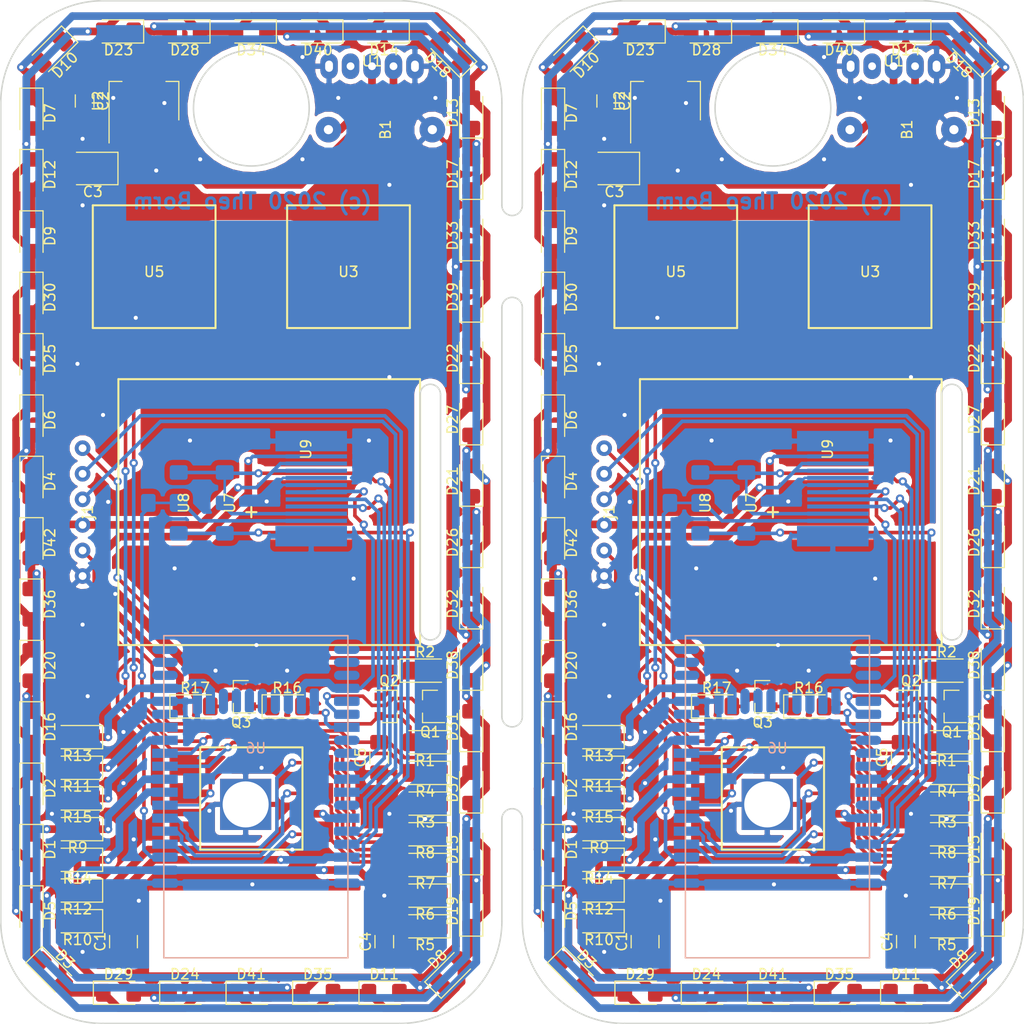
<source format=kicad_pcb>
(kicad_pcb (version 20171130) (host pcbnew 5.0.2+dfsg1-1)
  (layers (0 F.Cu signal) (31 B.Cu signal) (34 B.Paste user) (35 F.Paste user) (36 B.SilkS user) (37 F.SilkS user) (38 B.Mask user) (39 F.Mask user) (44 Edge.Cuts user))
  (net 0 "")
  (net 1 GND)
  (net 2 +3V3)
  (net 3 "Net-(C5-Pad2)")
  (net 4 "Net-(D1-Pad2)")
  (net 5 "Net-(D1-Pad1)")
  (net 6 "Net-(D10-Pad1)")
  (net 7 "Net-(D10-Pad2)")
  (net 8 "Net-(D13-Pad1)")
  (net 9 "Net-(D21-Pad1)")
  (net 10 "Net-(D31-Pad1)")
  (net 11 "Net-(Q2-Pad2)")
  (net 12 "Net-(U6-Pad34)")
  (net 13 "Net-(U6-Pad35)")
  (net 14 "Net-(Q1-Pad2)")
  (net 15 "Net-(Q1-Pad1)")
  (net 16 "Net-(Q1-Pad3)")
  (net 17 "Net-(Q2-Pad1)")
  (net 18 "Net-(Q3-Pad1)")
  (net 19 "Net-(Q3-Pad3)")
  (net 20 "Net-(R3-Pad2)")
  (net 21 "Net-(R4-Pad2)")
  (net 22 "Net-(R5-Pad2)")
  (net 23 "Net-(R6-Pad2)")
  (net 24 "Net-(R7-Pad2)")
  (net 25 "Net-(R8-Pad2)")
  (net 26 "Net-(R9-Pad1)")
  (net 27 "Net-(R10-Pad1)")
  (net 28 "Net-(R11-Pad1)")
  (net 29 "Net-(R12-Pad1)")
  (net 30 "Net-(R13-Pad1)")
  (net 31 "Net-(R14-Pad1)")
  (net 32 "Net-(R15-Pad1)")
  (net 33 "Net-(R16-Pad2)")
  (net 34 "Net-(R17-Pad1)")
  (net 35 "Net-(U1-Pad2)")
  (net 36 "Net-(B1-Pad1)")
  (net 37 "Net-(U1-Pad4)")
  (net 38 "Net-(U6-Pad14)")
  (net 39 "Net-(U6-Pad18)")
  (net 40 "Net-(U6-Pad17)")
  (net 41 "Net-(U6-Pad19)")
  (net 42 "Net-(U6-Pad20)")
  (net 43 "Net-(U6-Pad21)")
  (net 44 "Net-(U6-Pad22)")
  (net 45 "Net-(U6-Pad23)")
  (net 46 "Net-(U6-Pad24)")
  (net 47 "Net-(U6-Pad27)")
  (net 48 "Net-(U6-Pad29)")
  (net 49 "Net-(U6-Pad28)")
  (net 50 "Net-(U6-Pad30)")
  (net 51 "Net-(U6-Pad31)")
  (net 52 "Net-(U6-Pad32)")
  (net 53 "Net-(U6-Pad37)")
  (net 54 "Net-(U6-Pad42)")
  (net 55 "Net-(U6-Pad43)")
  (net 56 "Net-(U6-Pad44)")
  (net 57 "Net-(U6-Pad45)")
  (net 58 "Net-(U6-Pad46)")
  (net 59 "Net-(U6-Pad47)")
  (net 60 "Net-(U6-Pad49)")
  (net 61 "Net-(U4-Pad3)")
  (net 62 "Net-(U5-Pad1)")
  (net 63 "Net-(U5-Pad3)")
  (net 64 "Net-(U3-Pad3)")
  (net 65 "Net-(U3-Pad1)")
  (module LED_SMD:LED_1206_3216Metric_Pad1.42x1.75mm_HandSolder (layer F.Cu) (at 101.5125 167)
    (fp_text reference D29 (at 0 -1.82) (layer F.SilkS))
    (fp_text value mled)
    (pad 1 smd roundrect (at -1.4875 0) (size 1.425 1.75) (layers F.Cu F.Paste F.Mask) (roundrect_rratio 0.175439))
    (pad 2 smd roundrect (at 1.4875 0) (size 1.425 1.75) (layers F.Cu F.Paste F.Mask) (roundrect_rratio 0.175439))
  )
  (module loranode:digijoy (layer F.Cu) (at 114.5 148)
    (fp_text reference U4 (at 0 0.5) (layer F.SilkS))
    (fp_text value digijoy)
    (pad 1 smd rect (at -6.5 -3.25) (size 3 2) (layers F.Cu F.Paste F.Mask))
    (pad 2 smd rect (at -6.5 -0.5) (size 3 2) (layers F.Cu F.Paste F.Mask))
    (pad 3 smd rect (at -6.5 3.25) (size 3 2) (layers F.Cu F.Paste F.Mask))
    (pad 4 smd rect (at 6.5 3.25) (size 3 2) (layers F.Cu F.Paste F.Mask))
    (pad 5 smd rect (at 6.5 -0.5) (size 3 2) (layers F.Cu F.Paste F.Mask))
    (pad 6 smd rect (at 6.5 -3.25) (size 3 2) (layers F.Cu F.Paste F.Mask))
  )
  (module loranode:tft (layer F.Cu) (at 114.5 120)
    (fp_text reference U9 (at 5.35329 -6.147201 270) (layer F.SilkS))
    (fp_text value tft)
    (pad 2 smd rect (at 6.35329 -5.447201 270) (size 0.4 6) (layers B.Cu B.Paste B.Mask))
    (pad 3 smd rect (at 6.35329 -4.747201 270) (size 0.4 6) (layers B.Cu B.Paste B.Mask))
    (pad 4 smd rect (at 6.35329 -4.047201 270) (size 0.4 6) (layers B.Cu B.Paste B.Mask))
    (pad 5 smd rect (at 6.35329 -3.347201 270) (size 0.4 6) (layers B.Cu B.Paste B.Mask))
    (pad 6 smd rect (at 6.35329 -2.647201 270) (size 0.4 6) (layers B.Cu B.Paste B.Mask))
    (pad 7 smd rect (at 6.35329 -1.947201 270) (size 0.4 6) (layers B.Cu B.Paste B.Mask))
    (pad 8 smd rect (at 6.35329 -1.247201 270) (size 0.4 6) (layers B.Cu B.Paste B.Mask))
    (pad 9 smd rect (at 6.35329 -0.547201 270) (size 0.4 6) (layers B.Cu B.Paste B.Mask))
    (pad 10 smd rect (at 6.35329 0.152799 270) (size 0.4 6) (layers B.Cu B.Paste B.Mask))
    (pad 1 smd rect (at 5.85329 -6.947201 270) (size 2 7) (layers B.Cu B.Paste B.Mask))
    (pad 11 smd rect (at 6.35329 0.852799 270) (size 0.4 6) (layers B.Cu B.Paste B.Mask))
    (pad 12 smd rect (at 5.85329 2.352799 270) (size 2 7) (layers B.Cu B.Paste B.Mask))
  )
  (module LED_SMD:LED_1206_3216Metric_Pad1.42x1.75mm_HandSolder (layer F.Cu) (at 108 73 180)
    (fp_text reference D28 (at 0 -1.82 180) (layer F.SilkS))
    (fp_text value mled)
    (pad 1 smd roundrect (at -1.4875 0 180) (size 1.425 1.75) (layers F.Cu F.Paste F.Mask) (roundrect_rratio 0.175439))
    (pad 2 smd roundrect (at 1.4875 0 180) (size 1.425 1.75) (layers F.Cu F.Paste F.Mask) (roundrect_rratio 0.175439))
  )
  (module LED_SMD:LED_1206_3216Metric_Pad1.42x1.75mm_HandSolder (layer F.Cu) (at 136 110.9625 90)
    (fp_text reference D27 (at 0 -1.82 90) (layer F.SilkS))
    (fp_text value mled)
    (pad 1 smd roundrect (at -1.4875 0 90) (size 1.425 1.75) (layers F.Cu F.Paste F.Mask) (roundrect_rratio 0.175439))
    (pad 2 smd roundrect (at 1.4875 0 90) (size 1.425 1.75) (layers F.Cu F.Paste F.Mask) (roundrect_rratio 0.175439))
  )
  (module LED_SMD:LED_1206_3216Metric_Pad1.42x1.75mm_HandSolder (layer F.Cu) (at 136 122.9625 90)
    (fp_text reference D26 (at 0 -1.82 90) (layer F.SilkS))
    (fp_text value mled)
    (pad 1 smd roundrect (at -1.4875 0 90) (size 1.425 1.75) (layers F.Cu F.Paste F.Mask) (roundrect_rratio 0.175439))
    (pad 2 smd roundrect (at 1.4875 0 90) (size 1.425 1.75) (layers F.Cu F.Paste F.Mask) (roundrect_rratio 0.175439))
  )
  (module LED_SMD:LED_1206_3216Metric_Pad1.42x1.75mm_HandSolder (layer F.Cu) (at 93 105 270)
    (fp_text reference D25 (at 0 -1.82 270) (layer F.SilkS))
    (fp_text value nled)
    (pad 1 smd roundrect (at -1.4875 0 270) (size 1.425 1.75) (layers F.Cu F.Paste F.Mask) (roundrect_rratio 0.175439))
    (pad 2 smd roundrect (at 1.4875 0 270) (size 1.425 1.75) (layers F.Cu F.Paste F.Mask) (roundrect_rratio 0.175439))
  )
  (module LED_SMD:LED_1206_3216Metric_Pad1.42x1.75mm_HandSolder (layer F.Cu) (at 108 167)
    (fp_text reference D24 (at 0 -1.82) (layer F.SilkS))
    (fp_text value nled)
    (pad 1 smd roundrect (at -1.4875 0) (size 1.425 1.75) (layers F.Cu F.Paste F.Mask) (roundrect_rratio 0.175439))
    (pad 2 smd roundrect (at 1.4875 0) (size 1.425 1.75) (layers F.Cu F.Paste F.Mask) (roundrect_rratio 0.175439))
  )
  (module LED_SMD:LED_1206_3216Metric_Pad1.42x1.75mm_HandSolder (layer F.Cu) (at 101.5125 73 180)
    (fp_text reference D23 (at 0 -1.82 180) (layer F.SilkS))
    (fp_text value nled)
    (pad 1 smd roundrect (at -1.4875 0 180) (size 1.425 1.75) (layers F.Cu F.Paste F.Mask) (roundrect_rratio 0.175439))
    (pad 2 smd roundrect (at 1.4875 0 180) (size 1.425 1.75) (layers F.Cu F.Paste F.Mask) (roundrect_rratio 0.175439))
  )
  (module LED_SMD:LED_1206_3216Metric_Pad1.42x1.75mm_HandSolder (layer F.Cu) (at 134 165 45)
    (fp_text reference D8 (at 0 -1.82 45) (layer F.SilkS))
    (fp_text value nled)
    (pad 1 smd roundrect (at -1.4875 0 45) (size 1.425 1.75) (layers F.Cu F.Paste F.Mask) (roundrect_rratio 0.175439))
    (pad 2 smd roundrect (at 1.4875 0 45) (size 1.425 1.75) (layers F.Cu F.Paste F.Mask) (roundrect_rratio 0.175439))
  )
  (module LED_SMD:LED_1206_3216Metric_Pad1.42x1.75mm_HandSolder (layer F.Cu) (at 93 81 270)
    (fp_text reference D7 (at 0 -1.82 270) (layer F.SilkS))
    (fp_text value nled)
    (pad 1 smd roundrect (at -1.4875 0 270) (size 1.425 1.75) (layers F.Cu F.Paste F.Mask) (roundrect_rratio 0.175439))
    (pad 2 smd roundrect (at 1.4875 0 270) (size 1.425 1.75) (layers F.Cu F.Paste F.Mask) (roundrect_rratio 0.175439))
  )
  (module LED_SMD:LED_1206_3216Metric_Pad1.42x1.75mm_HandSolder (layer F.Cu) (at 93 111 270)
    (fp_text reference D6 (at 0 -1.82 270) (layer F.SilkS))
    (fp_text value mled)
    (pad 1 smd roundrect (at -1.4875 0 270) (size 1.425 1.75) (layers F.Cu F.Paste F.Mask) (roundrect_rratio 0.175439))
    (pad 2 smd roundrect (at 1.4875 0 270) (size 1.425 1.75) (layers F.Cu F.Paste F.Mask) (roundrect_rratio 0.175439))
  )
  (module LED_SMD:LED_1210_3225Metric_Pad1.42x2.65mm_HandSolder (layer F.Cu) (at 99 86.4 180)
    (fp_text reference C3 (at 0 -2.28 180) (layer F.SilkS))
    (fp_text value 10u)
    (pad 1 smd roundrect (at -1.4875 0 180) (size 1.425 2.65) (layers F.Cu F.Paste F.Mask) (roundrect_rratio 0.175439))
    (pad 2 smd roundrect (at 1.4875 0 180) (size 1.425 2.65) (layers F.Cu F.Paste F.Mask) (roundrect_rratio 0.175439))
  )
  (module Capacitor_SMD:C_1210_3225Metric_Pad1.42x2.65mm_HandSolder (layer F.Cu) (at 102 162 90)
    (fp_text reference C1 (at 0 -2.28 90) (layer F.SilkS))
    (fp_text value 10u)
    (pad 1 smd roundrect (at -1.4875 0 90) (size 1.425 2.65) (layers F.Cu F.Paste F.Mask) (roundrect_rratio 0.175439))
    (pad 2 smd roundrect (at 1.4875 0 90) (size 1.425 2.65) (layers F.Cu F.Paste F.Mask) (roundrect_rratio 0.175439))
  )
  (module loranode:3jumpers (layer F.Cu) (at 107.4 119.1 90)
    (fp_text reference U8 (at 0 0.5 90) (layer F.SilkS))
    (fp_text value 3jumpers)
    (pad 4 smd roundrect (at 0 0 90) (size 1.75 1.75) (layers B.Cu B.Paste B.Mask) (roundrect_rratio 0.175))
    (pad 1 smd roundrect (at -2.975 0 90) (size 1.425 1.75) (layers B.Cu B.Paste B.Mask) (roundrect_rratio 0.175))
    (pad 2 smd roundrect (at 0 -2.975 90) (size 1.75 1.425) (layers B.Cu B.Paste B.Mask) (roundrect_rratio 0.175))
    (pad 3 smd roundrect (at 2.975 0 90) (size 1.426 1.75) (layers B.Cu B.Paste B.Mask) (roundrect_rratio 0.175))
  )
  (module LED_SMD:LED_1206_3216Metric_Pad1.42x1.75mm_HandSolder (layer F.Cu) (at 136 80.9625 90)
    (fp_text reference D13 (at 0 -1.82 90) (layer F.SilkS))
    (fp_text value nled)
    (pad 1 smd roundrect (at -1.4875 0 90) (size 1.425 1.75) (layers F.Cu F.Paste F.Mask) (roundrect_rratio 0.175439))
    (pad 2 smd roundrect (at 1.4875 0 90) (size 1.425 1.75) (layers F.Cu F.Paste F.Mask) (roundrect_rratio 0.175439))
  )
  (module LED_SMD:LED_1206_3216Metric_Pad1.42x1.75mm_HandSolder (layer F.Cu) (at 93 87 270)
    (fp_text reference D12 (at 0 -1.82 270) (layer F.SilkS))
    (fp_text value mled)
    (pad 1 smd roundrect (at -1.4875 0 270) (size 1.425 1.75) (layers F.Cu F.Paste F.Mask) (roundrect_rratio 0.175439))
    (pad 2 smd roundrect (at 1.4875 0 270) (size 1.425 1.75) (layers F.Cu F.Paste F.Mask) (roundrect_rratio 0.175439))
  )
  (module LED_SMD:LED_1206_3216Metric_Pad1.42x1.75mm_HandSolder (layer F.Cu) (at 127.4875 167)
    (fp_text reference D11 (at 0 -1.82) (layer F.SilkS))
    (fp_text value mled)
    (pad 1 smd roundrect (at -1.4875 0) (size 1.425 1.75) (layers F.Cu F.Paste F.Mask) (roundrect_rratio 0.175439))
    (pad 2 smd roundrect (at 1.4875 0) (size 1.425 1.75) (layers F.Cu F.Paste F.Mask) (roundrect_rratio 0.175439))
  )
  (module LED_SMD:LED_1206_3216Metric_Pad1.42x1.75mm_HandSolder (layer F.Cu) (at 136 159 90)
    (fp_text reference D19 (at 0 -1.82 90) (layer F.SilkS))
    (fp_text value mled)
    (pad 1 smd roundrect (at -1.4875 0 90) (size 1.425 1.75) (layers F.Cu F.Paste F.Mask) (roundrect_rratio 0.175439))
    (pad 2 smd roundrect (at 1.4875 0 90) (size 1.425 1.75) (layers F.Cu F.Paste F.Mask) (roundrect_rratio 0.175439))
  )
  (module LED_SMD:LED_1206_3216Metric_Pad1.42x1.75mm_HandSolder (layer F.Cu) (at 134 75 135)
    (fp_text reference D18 (at 0 -1.82 135) (layer F.SilkS))
    (fp_text value mled)
    (pad 1 smd roundrect (at -1.4875 0 135) (size 1.425 1.75) (layers F.Cu F.Paste F.Mask) (roundrect_rratio 0.175439))
    (pad 2 smd roundrect (at 1.4875 0 135) (size 1.425 1.75) (layers F.Cu F.Paste F.Mask) (roundrect_rratio 0.175439))
  )
  (module LED_SMD:LED_1206_3216Metric_Pad1.42x1.75mm_HandSolder (layer F.Cu) (at 136 86.9625 90)
    (fp_text reference D17 (at 0 -1.82 90) (layer F.SilkS))
    (fp_text value mled)
    (pad 1 smd roundrect (at -1.4875 0 90) (size 1.425 1.75) (layers F.Cu F.Paste F.Mask) (roundrect_rratio 0.175439))
    (pad 2 smd roundrect (at 1.4875 0 90) (size 1.425 1.75) (layers F.Cu F.Paste F.Mask) (roundrect_rratio 0.175439))
  )
  (module Package_TO_SOT_SMD:SOT-23 (layer F.Cu) (at 113.5 138.05 180)
    (fp_text reference Q3 (at 0 -2.5 180) (layer F.SilkS))
    (fp_text value BC847)
    (pad 1 smd rect (at -1 -0.95 180) (size 0.9 0.8) (layers F.Cu F.Paste F.Mask))
    (pad 2 smd rect (at -1 0.95 180) (size 0.9 0.8) (layers F.Cu F.Paste F.Mask))
    (pad 3 smd rect (at 1 0 180) (size 0.9 0.8) (layers F.Cu F.Paste F.Mask))
  )
  (module Package_TO_SOT_SMD:SOT-23 (layer F.Cu) (at 128 139)
    (fp_text reference Q2 (at 0 -2.5) (layer F.SilkS))
    (fp_text value BC847)
    (pad 1 smd rect (at -1 -0.95) (size 0.9 0.8) (layers F.Cu F.Paste F.Mask))
    (pad 2 smd rect (at -1 0.95) (size 0.9 0.8) (layers F.Cu F.Paste F.Mask))
    (pad 3 smd rect (at 1 0) (size 0.9 0.8) (layers F.Cu F.Paste F.Mask))
  )
  (module Package_TO_SOT_SMD:SOT-23 (layer F.Cu) (at 132 139 180)
    (fp_text reference Q1 (at 0 -2.5 180) (layer F.SilkS))
    (fp_text value BC847)
    (pad 1 smd rect (at -1 -0.95 180) (size 0.9 0.8) (layers F.Cu F.Paste F.Mask))
    (pad 2 smd rect (at -1 0.95 180) (size 0.9 0.8) (layers F.Cu F.Paste F.Mask))
    (pad 3 smd rect (at 1 0 180) (size 0.9 0.8) (layers F.Cu F.Paste F.Mask))
  )
  (module loranode:dcon (layer F.Cu) (at 98 120 90)
    (fp_text reference j1 (at 0 0.5 90) (layer F.SilkS))
    (fp_text value ftdi)
    (pad 1 thru_hole circle (at -6.25 0 90) (size 1.524 1.524) (drill 0.762) (layers *.Cu *.Mask))
    (pad 2 thru_hole circle (at -3.75 0 90) (size 1.524 1.524) (drill 0.762) (layers *.Cu *.Mask))
    (pad 3 thru_hole circle (at -1.25 0 90) (size 1.524 1.524) (drill 0.762) (layers *.Cu *.Mask))
    (pad 4 thru_hole circle (at 1.25 0 90) (size 1.524 1.524) (drill 0.762) (layers *.Cu *.Mask))
    (pad 5 thru_hole circle (at 3.75 0 90) (size 1.524 1.524) (drill 0.762) (layers *.Cu *.Mask))
    (pad 6 thru_hole circle (at 6.25 0 90) (size 1.524 1.524) (drill 0.762) (layers *.Cu *.Mask))
  )
  (module LED_SMD:LED_1206_3216Metric_Pad1.42x1.75mm_HandSolder (layer F.Cu) (at 94.99798 165.005501 315)
    (fp_text reference D3 (at 0 -1.82 315) (layer F.SilkS))
    (fp_text value nled)
    (pad 1 smd roundrect (at -1.4875 0 315) (size 1.425 1.75) (layers F.Cu F.Paste F.Mask) (roundrect_rratio 0.175439))
    (pad 2 smd roundrect (at 1.4875 0 315) (size 1.425 1.75) (layers F.Cu F.Paste F.Mask) (roundrect_rratio 0.175439))
  )
  (module LED_SMD:LED_1206_3216Metric_Pad1.42x1.75mm_HandSolder (layer F.Cu) (at 93 147 270)
    (fp_text reference D2 (at 0 -1.82 270) (layer F.SilkS))
    (fp_text value mled)
    (pad 1 smd roundrect (at -1.4875 0 270) (size 1.425 1.75) (layers F.Cu F.Paste F.Mask) (roundrect_rratio 0.175439))
    (pad 2 smd roundrect (at 1.4875 0 270) (size 1.425 1.75) (layers F.Cu F.Paste F.Mask) (roundrect_rratio 0.175439))
  )
  (module LED_SMD:LED_1206_3216Metric_Pad1.42x1.75mm_HandSolder (layer F.Cu) (at 93 153 270)
    (fp_text reference D1 (at 0 -1.82 270) (layer F.SilkS))
    (fp_text value nled)
    (pad 1 smd roundrect (at -1.4875 0 270) (size 1.425 1.75) (layers F.Cu F.Paste F.Mask) (roundrect_rratio 0.175439))
    (pad 2 smd roundrect (at 1.4875 0 270) (size 1.425 1.75) (layers F.Cu F.Paste F.Mask) (roundrect_rratio 0.175439))
  )
  (module LED_SMD:LED_1206_3216Metric_Pad1.42x1.75mm_HandSolder (layer F.Cu) (at 131.5 145.5 180)
    (fp_text reference R4 (at 0 -1.82 180) (layer F.SilkS))
    (fp_text value 10k)
    (pad 1 smd roundrect (at -1.4875 0 180) (size 1.425 1.75) (layers F.Cu F.Paste F.Mask) (roundrect_rratio 0.175439))
    (pad 2 smd roundrect (at 1.4875 0 180) (size 1.425 1.75) (layers F.Cu F.Paste F.Mask) (roundrect_rratio 0.175439))
  )
  (module LED_SMD:LED_1206_3216Metric_Pad1.42x1.75mm_HandSolder (layer F.Cu) (at 131.5125 148.5 180)
    (fp_text reference R3 (at 0 -1.82 180) (layer F.SilkS))
    (fp_text value 10k)
    (pad 1 smd roundrect (at -1.4875 0 180) (size 1.425 1.75) (layers F.Cu F.Paste F.Mask) (roundrect_rratio 0.175439))
    (pad 2 smd roundrect (at 1.4875 0 180) (size 1.425 1.75) (layers F.Cu F.Paste F.Mask) (roundrect_rratio 0.175439))
  )
  (module LED_SMD:LED_1206_3216Metric_Pad1.42x1.75mm_HandSolder (layer F.Cu) (at 131.5 135.5)
    (fp_text reference R2 (at 0 -1.82) (layer F.SilkS))
    (fp_text value 10k)
    (pad 1 smd roundrect (at -1.4875 0) (size 1.425 1.75) (layers F.Cu F.Paste F.Mask) (roundrect_rratio 0.175439))
    (pad 2 smd roundrect (at 1.4875 0) (size 1.425 1.75) (layers F.Cu F.Paste F.Mask) (roundrect_rratio 0.175439))
  )
  (module LED_SMD:LED_1206_3216Metric_Pad1.42x1.75mm_HandSolder (layer F.Cu) (at 131.5 142.5 180)
    (fp_text reference R1 (at 0 -1.82 180) (layer F.SilkS))
    (fp_text value 10k)
    (pad 1 smd roundrect (at -1.4875 0 180) (size 1.425 1.75) (layers F.Cu F.Paste F.Mask) (roundrect_rratio 0.175439))
    (pad 2 smd roundrect (at 1.4875 0 180) (size 1.425 1.75) (layers F.Cu F.Paste F.Mask) (roundrect_rratio 0.175439))
  )
  (module LED_SMD:LED_1206_3216Metric_Pad1.42x1.75mm_HandSolder (layer F.Cu) (at 93 123 270)
    (fp_text reference D42 (at 0 -1.82 270) (layer F.SilkS))
    (fp_text value mled)
    (pad 1 smd roundrect (at -1.4875 0 270) (size 1.425 1.75) (layers F.Cu F.Paste F.Mask) (roundrect_rratio 0.175439))
    (pad 2 smd roundrect (at 1.4875 0 270) (size 1.425 1.75) (layers F.Cu F.Paste F.Mask) (roundrect_rratio 0.175439))
  )
  (module LED_SMD:LED_1206_3216Metric_Pad1.42x1.75mm_HandSolder (layer F.Cu) (at 114.4875 167)
    (fp_text reference D41 (at 0 -1.82) (layer F.SilkS))
    (fp_text value mled)
    (pad 1 smd roundrect (at -1.4875 0) (size 1.425 1.75) (layers F.Cu F.Paste F.Mask) (roundrect_rratio 0.175439))
    (pad 2 smd roundrect (at 1.4875 0) (size 1.425 1.75) (layers F.Cu F.Paste F.Mask) (roundrect_rratio 0.175439))
  )
  (module LED_SMD:LED_1206_3216Metric_Pad1.42x1.75mm_HandSolder (layer F.Cu) (at 121 73 180)
    (fp_text reference D40 (at 0 -1.82 180) (layer F.SilkS))
    (fp_text value mled)
    (pad 1 smd roundrect (at -1.4875 0 180) (size 1.425 1.75) (layers F.Cu F.Paste F.Mask) (roundrect_rratio 0.175439))
    (pad 2 smd roundrect (at 1.4875 0 180) (size 1.425 1.75) (layers F.Cu F.Paste F.Mask) (roundrect_rratio 0.175439))
  )
  (module LED_SMD:LED_1206_3216Metric_Pad1.42x1.75mm_HandSolder (layer F.Cu) (at 136 98.9625 90)
    (fp_text reference D39 (at 0 -1.82 90) (layer F.SilkS))
    (fp_text value mled)
    (pad 1 smd roundrect (at -1.4875 0 90) (size 1.425 1.75) (layers F.Cu F.Paste F.Mask) (roundrect_rratio 0.175439))
    (pad 2 smd roundrect (at 1.4875 0 90) (size 1.425 1.75) (layers F.Cu F.Paste F.Mask) (roundrect_rratio 0.175439))
  )
  (module bal:powconn (layer F.Cu) (at 127.12 82.6 90)
    (fp_text reference B1 (at 0 0.5 90) (layer F.SilkS))
    (fp_text value li-ion)
    (pad 1 thru_hole circle (at 0 -5.08 90) (size 2.5 2.5) (drill 0.9) (layers *.Cu *.Mask))
    (pad 2 thru_hole circle (at 0 5.08 90) (size 2.5 2.5) (drill 0.9) (layers *.Cu *.Mask))
  )
  (module loranode:2jumpers (layer F.Cu) (at 111.9 119.1 90)
    (fp_text reference U7 (at 0 0.5 90) (layer F.SilkS))
    (fp_text value 2jumpers)
    (pad 3 smd roundrect (at 0 0 90) (size 1.425 1.75) (layers B.Cu B.Paste B.Mask) (roundrect_rratio 0.175))
    (pad 1 smd roundrect (at -2.975 0 90) (size 1.425 1.75) (layers B.Cu B.Paste B.Mask) (roundrect_rratio 0.175))
    (pad 2 smd roundrect (at 2.975 0 90) (size 1.425 1.75) (layers B.Cu B.Paste B.Mask) (roundrect_rratio 0.175))
  )
  (module loranode:sw12 (layer F.Cu) (at 105 96)
    (fp_text reference U5 (at 0 0.5) (layer F.SilkS))
    (fp_text value switch)
    (pad 1 smd rect (at -7.5 -2.5) (size 3 2) (layers F.Cu F.Paste F.Mask))
    (pad 2 smd rect (at -7.5 2.5) (size 3 2) (layers F.Cu F.Paste F.Mask))
    (pad 3 smd rect (at 7.5 2.5) (size 3 2) (layers F.Cu F.Paste F.Mask))
    (pad 4 smd rect (at 7.5 -2.5) (size 3 2) (layers F.Cu F.Paste F.Mask))
  )
  (module loranode:sw12 (layer F.Cu) (at 124 96)
    (fp_text reference U3 (at 0 0.5) (layer F.SilkS))
    (fp_text value switch)
    (pad 1 smd rect (at -7.5 -2.5) (size 3 2) (layers F.Cu F.Paste F.Mask))
    (pad 2 smd rect (at -7.5 2.5) (size 3 2) (layers F.Cu F.Paste F.Mask))
    (pad 3 smd rect (at 7.5 2.5) (size 3 2) (layers F.Cu F.Paste F.Mask))
    (pad 4 smd rect (at 7.5 -2.5) (size 3 2) (layers F.Cu F.Paste F.Mask))
  )
  (module LED_SMD:LED_1206_3216Metric_Pad1.42x1.75mm_HandSolder (layer F.Cu) (at 97.5 142 180)
    (fp_text reference R13 (at 0 -1.82 180) (layer F.SilkS))
    (fp_text value 22)
    (pad 1 smd roundrect (at -1.4875 0 180) (size 1.425 1.75) (layers F.Cu F.Paste F.Mask) (roundrect_rratio 0.175439))
    (pad 2 smd roundrect (at 1.4875 0 180) (size 1.425 1.75) (layers F.Cu F.Paste F.Mask) (roundrect_rratio 0.175439))
  )
  (module LED_SMD:LED_1206_3216Metric_Pad1.42x1.75mm_HandSolder (layer F.Cu) (at 97.5 157 180)
    (fp_text reference R12 (at 0 -1.82 180) (layer F.SilkS))
    (fp_text value 22)
    (pad 1 smd roundrect (at -1.4875 0 180) (size 1.425 1.75) (layers F.Cu F.Paste F.Mask) (roundrect_rratio 0.175439))
    (pad 2 smd roundrect (at 1.4875 0 180) (size 1.425 1.75) (layers F.Cu F.Paste F.Mask) (roundrect_rratio 0.175439))
  )
  (module LED_SMD:LED_1206_3216Metric_Pad1.42x1.75mm_HandSolder (layer F.Cu) (at 97.5 145 180)
    (fp_text reference R11 (at 0 -1.82 180) (layer F.SilkS))
    (fp_text value 22)
    (pad 1 smd roundrect (at -1.4875 0 180) (size 1.425 1.75) (layers F.Cu F.Paste F.Mask) (roundrect_rratio 0.175439))
    (pad 2 smd roundrect (at 1.4875 0 180) (size 1.425 1.75) (layers F.Cu F.Paste F.Mask) (roundrect_rratio 0.175439))
  )
  (module LED_SMD:LED_1206_3216Metric_Pad1.42x1.75mm_HandSolder (layer F.Cu) (at 97.5 160 180)
    (fp_text reference R10 (at 0 -1.82 180) (layer F.SilkS))
    (fp_text value 22)
    (pad 1 smd roundrect (at -1.4875 0 180) (size 1.425 1.75) (layers F.Cu F.Paste F.Mask) (roundrect_rratio 0.175439))
    (pad 2 smd roundrect (at 1.4875 0 180) (size 1.425 1.75) (layers F.Cu F.Paste F.Mask) (roundrect_rratio 0.175439))
  )
  (module LED_SMD:LED_1206_3216Metric_Pad1.42x1.75mm_HandSolder (layer F.Cu) (at 95 75 225)
    (fp_text reference D10 (at 0 -1.82 225) (layer F.SilkS))
    (fp_text value mled)
    (pad 1 smd roundrect (at -1.4875 0 225) (size 1.425 1.75) (layers F.Cu F.Paste F.Mask) (roundrect_rratio 0.175439))
    (pad 2 smd roundrect (at 1.4875 0 225) (size 1.425 1.75) (layers F.Cu F.Paste F.Mask) (roundrect_rratio 0.175439))
  )
  (module LED_SMD:LED_1206_3216Metric_Pad1.42x1.75mm_HandSolder (layer F.Cu) (at 93 93 270)
    (fp_text reference D9 (at 0 -1.82 270) (layer F.SilkS))
    (fp_text value nled)
    (pad 1 smd roundrect (at -1.4875 0 270) (size 1.425 1.75) (layers F.Cu F.Paste F.Mask) (roundrect_rratio 0.175439))
    (pad 2 smd roundrect (at 1.4875 0 270) (size 1.425 1.75) (layers F.Cu F.Paste F.Mask) (roundrect_rratio 0.175439))
  )
  (module LED_SMD:LED_1206_3216Metric_Pad1.42x1.75mm_HandSolder (layer F.Cu) (at 136 104.9625 90)
    (fp_text reference D22 (at 0 -1.82 90) (layer F.SilkS))
    (fp_text value nled)
    (pad 1 smd roundrect (at -1.4875 0 90) (size 1.425 1.75) (layers F.Cu F.Paste F.Mask) (roundrect_rratio 0.175439))
    (pad 2 smd roundrect (at 1.4875 0 90) (size 1.425 1.75) (layers F.Cu F.Paste F.Mask) (roundrect_rratio 0.175439))
  )
  (module LED_SMD:LED_1206_3216Metric_Pad1.42x1.75mm_HandSolder (layer F.Cu) (at 136 116.9625 90)
    (fp_text reference D21 (at 0 -1.82 90) (layer F.SilkS))
    (fp_text value nled)
    (pad 1 smd roundrect (at -1.4875 0 90) (size 1.425 1.75) (layers F.Cu F.Paste F.Mask) (roundrect_rratio 0.175439))
    (pad 2 smd roundrect (at 1.4875 0 90) (size 1.425 1.75) (layers F.Cu F.Paste F.Mask) (roundrect_rratio 0.175439))
  )
  (module LED_SMD:LED_1206_3216Metric_Pad1.42x1.75mm_HandSolder (layer F.Cu) (at 93 135 270)
    (fp_text reference D20 (at 0 -1.82 270) (layer F.SilkS))
    (fp_text value mled)
    (pad 1 smd roundrect (at -1.4875 0 270) (size 1.425 1.75) (layers F.Cu F.Paste F.Mask) (roundrect_rratio 0.175439))
    (pad 2 smd roundrect (at 1.4875 0 270) (size 1.425 1.75) (layers F.Cu F.Paste F.Mask) (roundrect_rratio 0.175439))
  )
  (module Package_TO_SOT_SMD:SOT-223-3_TabPin2 (layer F.Cu) (at 104 79.8 90)
    (fp_text reference U2 (at 0 -4.5 90) (layer F.SilkS))
    (fp_text value LM1117-3.3)
    (pad 2 smd rect (at 3.15 0 90) (size 2 3.8) (layers F.Cu F.Paste F.Mask))
    (pad 2 smd rect (at -3.15 0 90) (size 2 1.5) (layers F.Cu F.Paste F.Mask))
    (pad 3 smd rect (at -3.15 2.3 90) (size 2 1.5) (layers F.Cu F.Paste F.Mask))
    (pad 1 smd rect (at -3.15 -2.3 90) (size 2 1.5) (layers F.Cu F.Paste F.Mask))
  )
  (module bal:switch (layer F.Cu) (at 126.3 76.4 180)
    (fp_text reference U1 (at 0 0.5 180) (layer F.SilkS))
    (fp_text value switch)
    (pad 1 thru_hole oval (at -4.2 0 180) (size 1.7 2.5) (drill oval 0.762 1.1) (layers *.Cu *.Mask))
    (pad 2 thru_hole oval (at -2.1 0 180) (size 1.7 2.5) (drill 0.762) (layers *.Cu *.Mask))
    (pad 3 thru_hole oval (at 0 0 180) (size 1.7 2.5) (drill 0.762) (layers *.Cu *.Mask))
    (pad 4 thru_hole oval (at 2.1 0 180) (size 1.7 2.5) (drill 0.762) (layers *.Cu *.Mask))
    (pad 5 thru_hole oval (at 4.2 0 180) (size 1.7 2.5) (drill oval 0.762 1.1) (layers *.Cu *.Mask))
  )
  (module LED_SMD:LED_1206_3216Metric_Pad1.42x1.75mm_HandSolder (layer F.Cu) (at 109 139)
    (fp_text reference R17 (at 0 -1.82) (layer F.SilkS))
    (fp_text value 22)
    (pad 1 smd roundrect (at -1.4875 0) (size 1.425 1.75) (layers F.Cu F.Paste F.Mask) (roundrect_rratio 0.175439))
    (pad 2 smd roundrect (at 1.4875 0) (size 1.425 1.75) (layers F.Cu F.Paste F.Mask) (roundrect_rratio 0.175439))
  )
  (module LED_SMD:LED_1206_3216Metric_Pad1.42x1.75mm_HandSolder (layer F.Cu) (at 118.0125 139)
    (fp_text reference R16 (at 0 -1.82) (layer F.SilkS))
    (fp_text value 10k)
    (pad 1 smd roundrect (at -1.4875 0) (size 1.425 1.75) (layers F.Cu F.Paste F.Mask) (roundrect_rratio 0.175439))
    (pad 2 smd roundrect (at 1.4875 0) (size 1.425 1.75) (layers F.Cu F.Paste F.Mask) (roundrect_rratio 0.175439))
  )
  (module LED_SMD:LED_1206_3216Metric_Pad1.42x1.75mm_HandSolder (layer F.Cu) (at 97.5 148 180)
    (fp_text reference R15 (at 0 -1.82 180) (layer F.SilkS))
    (fp_text value 22)
    (pad 1 smd roundrect (at -1.4875 0 180) (size 1.425 1.75) (layers F.Cu F.Paste F.Mask) (roundrect_rratio 0.175439))
    (pad 2 smd roundrect (at 1.4875 0 180) (size 1.425 1.75) (layers F.Cu F.Paste F.Mask) (roundrect_rratio 0.175439))
  )
  (module LED_SMD:LED_1206_3216Metric_Pad1.42x1.75mm_HandSolder (layer F.Cu) (at 97.5 154 180)
    (fp_text reference R14 (at 0 -1.82 180) (layer F.SilkS))
    (fp_text value 22)
    (pad 1 smd roundrect (at -1.4875 0 180) (size 1.425 1.75) (layers F.Cu F.Paste F.Mask) (roundrect_rratio 0.175439))
    (pad 2 smd roundrect (at 1.4875 0 180) (size 1.425 1.75) (layers F.Cu F.Paste F.Mask) (roundrect_rratio 0.175439))
  )
  (module LED_SMD:LED_1206_3216Metric_Pad1.42x1.75mm_HandSolder (layer F.Cu) (at 93 159 270)
    (fp_text reference D5 (at 0 -1.82 270) (layer F.SilkS))
    (fp_text value mled)
    (pad 1 smd roundrect (at -1.4875 0 270) (size 1.425 1.75) (layers F.Cu F.Paste F.Mask) (roundrect_rratio 0.175439))
    (pad 2 smd roundrect (at 1.4875 0 270) (size 1.425 1.75) (layers F.Cu F.Paste F.Mask) (roundrect_rratio 0.175439))
  )
  (module LED_SMD:LED_1206_3216Metric_Pad1.42x1.75mm_HandSolder (layer F.Cu) (at 93 117 270)
    (fp_text reference D4 (at 0 -1.82 270) (layer F.SilkS))
    (fp_text value nled)
    (pad 1 smd roundrect (at -1.4875 0 270) (size 1.425 1.75) (layers F.Cu F.Paste F.Mask) (roundrect_rratio 0.175439))
    (pad 2 smd roundrect (at 1.4875 0 270) (size 1.425 1.75) (layers F.Cu F.Paste F.Mask) (roundrect_rratio 0.175439))
  )
  (module LED_SMD:LED_1206_3216Metric_Pad1.42x1.75mm_HandSolder (layer F.Cu) (at 93 141 270)
    (fp_text reference D16 (at 0 -1.82 270) (layer F.SilkS))
    (fp_text value nled)
    (pad 1 smd roundrect (at -1.4875 0 270) (size 1.425 1.75) (layers F.Cu F.Paste F.Mask) (roundrect_rratio 0.175439))
    (pad 2 smd roundrect (at 1.4875 0 270) (size 1.425 1.75) (layers F.Cu F.Paste F.Mask) (roundrect_rratio 0.175439))
  )
  (module LED_SMD:LED_1206_3216Metric_Pad1.42x1.75mm_HandSolder (layer F.Cu) (at 136 153 90)
    (fp_text reference D15 (at 0 -1.82 90) (layer F.SilkS))
    (fp_text value nled)
    (pad 1 smd roundrect (at -1.4875 0 90) (size 1.425 1.75) (layers F.Cu F.Paste F.Mask) (roundrect_rratio 0.175439))
    (pad 2 smd roundrect (at 1.4875 0 90) (size 1.425 1.75) (layers F.Cu F.Paste F.Mask) (roundrect_rratio 0.175439))
  )
  (module LED_SMD:LED_1206_3216Metric_Pad1.42x1.75mm_HandSolder (layer F.Cu) (at 127.4875 73 180)
    (fp_text reference D14 (at 0 -1.82 180) (layer F.SilkS))
    (fp_text value nled)
    (pad 1 smd roundrect (at -1.4875 0 180) (size 1.425 1.75) (layers F.Cu F.Paste F.Mask) (roundrect_rratio 0.175439))
    (pad 2 smd roundrect (at 1.4875 0 180) (size 1.425 1.75) (layers F.Cu F.Paste F.Mask) (roundrect_rratio 0.175439))
  )
  (module Capacitor_SMD:C_1206_3216Metric_Pad1.42x1.75mm_HandSolder (layer F.Cu) (at 127 143.9875 90)
    (fp_text reference C5 (at 0 -1.82 90) (layer F.SilkS))
    (fp_text value 1u)
    (pad 1 smd roundrect (at -1.4875 0 90) (size 1.425 1.75) (layers F.Cu F.Paste F.Mask) (roundrect_rratio 0.175439))
    (pad 2 smd roundrect (at 1.4875 0 90) (size 1.425 1.75) (layers F.Cu F.Paste F.Mask) (roundrect_rratio 0.175439))
  )
  (module Capacitor_SMD:C_1206_3216Metric_Pad1.42x1.75mm_HandSolder (layer F.Cu) (at 127.5 162 90)
    (fp_text reference C4 (at 0 -1.82 90) (layer F.SilkS))
    (fp_text value 100n)
    (pad 1 smd roundrect (at -1.4875 0 90) (size 1.425 1.75) (layers F.Cu F.Paste F.Mask) (roundrect_rratio 0.175439))
    (pad 2 smd roundrect (at 1.4875 0 90) (size 1.425 1.75) (layers F.Cu F.Paste F.Mask) (roundrect_rratio 0.175439))
  )
  (module Capacitor_SMD:C_1206_3216Metric_Pad1.42x1.75mm_HandSolder (layer F.Cu) (at 98.2 79.8 270)
    (fp_text reference C2 (at 0 -1.82 270) (layer F.SilkS))
    (fp_text value 100n)
    (pad 1 smd roundrect (at -1.4875 0 270) (size 1.425 1.75) (layers F.Cu F.Paste F.Mask) (roundrect_rratio 0.175439))
    (pad 2 smd roundrect (at 1.4875 0 270) (size 1.425 1.75) (layers F.Cu F.Paste F.Mask) (roundrect_rratio 0.175439))
  )
  (module LED_SMD:LED_1206_3216Metric_Pad1.42x1.75mm_HandSolder (layer F.Cu) (at 121 167)
    (fp_text reference D35 (at 0 -1.82) (layer F.SilkS))
    (fp_text value nled)
    (pad 1 smd roundrect (at -1.4875 0) (size 1.425 1.75) (layers F.Cu F.Paste F.Mask) (roundrect_rratio 0.175439))
    (pad 2 smd roundrect (at 1.4875 0) (size 1.425 1.75) (layers F.Cu F.Paste F.Mask) (roundrect_rratio 0.175439))
  )
  (module LED_SMD:LED_1206_3216Metric_Pad1.42x1.75mm_HandSolder (layer F.Cu) (at 114.4875 73 180)
    (fp_text reference D34 (at 0 -1.82 180) (layer F.SilkS))
    (fp_text value nled)
    (pad 1 smd roundrect (at -1.4875 0 180) (size 1.425 1.75) (layers F.Cu F.Paste F.Mask) (roundrect_rratio 0.175439))
    (pad 2 smd roundrect (at 1.4875 0 180) (size 1.425 1.75) (layers F.Cu F.Paste F.Mask) (roundrect_rratio 0.175439))
  )
  (module LED_SMD:LED_1206_3216Metric_Pad1.42x1.75mm_HandSolder (layer F.Cu) (at 136 92.9625 90)
    (fp_text reference D33 (at 0 -1.82 90) (layer F.SilkS))
    (fp_text value nled)
    (pad 1 smd roundrect (at -1.4875 0 90) (size 1.425 1.75) (layers F.Cu F.Paste F.Mask) (roundrect_rratio 0.175439))
    (pad 2 smd roundrect (at 1.4875 0 90) (size 1.425 1.75) (layers F.Cu F.Paste F.Mask) (roundrect_rratio 0.175439))
  )
  (module LED_SMD:LED_1206_3216Metric_Pad1.42x1.75mm_HandSolder (layer F.Cu) (at 136 128.9625 90)
    (fp_text reference D32 (at 0 -1.82 90) (layer F.SilkS))
    (fp_text value nled)
    (pad 1 smd roundrect (at -1.4875 0 90) (size 1.425 1.75) (layers F.Cu F.Paste F.Mask) (roundrect_rratio 0.175439))
    (pad 2 smd roundrect (at 1.4875 0 90) (size 1.425 1.75) (layers F.Cu F.Paste F.Mask) (roundrect_rratio 0.175439))
  )
  (module LED_SMD:LED_1206_3216Metric_Pad1.42x1.75mm_HandSolder (layer F.Cu) (at 136 140.9625 90)
    (fp_text reference D31 (at 0 -1.82 90) (layer F.SilkS))
    (fp_text value nled)
    (pad 1 smd roundrect (at -1.4875 0 90) (size 1.425 1.75) (layers F.Cu F.Paste F.Mask) (roundrect_rratio 0.175439))
    (pad 2 smd roundrect (at 1.4875 0 90) (size 1.425 1.75) (layers F.Cu F.Paste F.Mask) (roundrect_rratio 0.175439))
  )
  (module LED_SMD:LED_1206_3216Metric_Pad1.42x1.75mm_HandSolder (layer F.Cu) (at 93 99 270)
    (fp_text reference D30 (at 0 -1.82 270) (layer F.SilkS))
    (fp_text value mled)
    (pad 1 smd roundrect (at -1.4875 0 270) (size 1.425 1.75) (layers F.Cu F.Paste F.Mask) (roundrect_rratio 0.175439))
    (pad 2 smd roundrect (at 1.4875 0 270) (size 1.425 1.75) (layers F.Cu F.Paste F.Mask) (roundrect_rratio 0.175439))
  )
  (module LED_SMD:LED_1206_3216Metric_Pad1.42x1.75mm_HandSolder (layer F.Cu) (at 97.5125 151 180)
    (fp_text reference R9 (at 0 -1.82 180) (layer F.SilkS))
    (fp_text value 22)
    (pad 1 smd roundrect (at -1.4875 0 180) (size 1.425 1.75) (layers F.Cu F.Paste F.Mask) (roundrect_rratio 0.175439))
    (pad 2 smd roundrect (at 1.4875 0 180) (size 1.425 1.75) (layers F.Cu F.Paste F.Mask) (roundrect_rratio 0.175439))
  )
  (module LED_SMD:LED_1206_3216Metric_Pad1.42x1.75mm_HandSolder (layer F.Cu) (at 131.5 151.5 180)
    (fp_text reference R8 (at 0 -1.82 180) (layer F.SilkS))
    (fp_text value 10k)
    (pad 1 smd roundrect (at -1.4875 0 180) (size 1.425 1.75) (layers F.Cu F.Paste F.Mask) (roundrect_rratio 0.175439))
    (pad 2 smd roundrect (at 1.4875 0 180) (size 1.425 1.75) (layers F.Cu F.Paste F.Mask) (roundrect_rratio 0.175439))
  )
  (module LED_SMD:LED_1206_3216Metric_Pad1.42x1.75mm_HandSolder (layer F.Cu) (at 131.5 154.5 180)
    (fp_text reference R7 (at 0 -1.82 180) (layer F.SilkS))
    (fp_text value 10k)
    (pad 1 smd roundrect (at -1.4875 0 180) (size 1.425 1.75) (layers F.Cu F.Paste F.Mask) (roundrect_rratio 0.175439))
    (pad 2 smd roundrect (at 1.4875 0 180) (size 1.425 1.75) (layers F.Cu F.Paste F.Mask) (roundrect_rratio 0.175439))
  )
  (module LED_SMD:LED_1206_3216Metric_Pad1.42x1.75mm_HandSolder (layer F.Cu) (at 131.5 157.5 180)
    (fp_text reference R6 (at 0 -1.82 180) (layer F.SilkS))
    (fp_text value 10k)
    (pad 1 smd roundrect (at -1.4875 0 180) (size 1.425 1.75) (layers F.Cu F.Paste F.Mask) (roundrect_rratio 0.175439))
    (pad 2 smd roundrect (at 1.4875 0 180) (size 1.425 1.75) (layers F.Cu F.Paste F.Mask) (roundrect_rratio 0.175439))
  )
  (module LED_SMD:LED_1206_3216Metric_Pad1.42x1.75mm_HandSolder (layer F.Cu) (at 131.4875 160.5 180)
    (fp_text reference R5 (at 0 -1.82 180) (layer F.SilkS))
    (fp_text value 10k)
    (pad 1 smd roundrect (at -1.4875 0 180) (size 1.425 1.75) (layers F.Cu F.Paste F.Mask) (roundrect_rratio 0.175439))
    (pad 2 smd roundrect (at 1.4875 0 180) (size 1.425 1.75) (layers F.Cu F.Paste F.Mask) (roundrect_rratio 0.175439))
  )
  (module loranode:wrover (layer B.Cu) (at 114.945 143.58)
    (fp_text reference U6 (at 0 -0.5) (layer B.SilkS) (effects (justify mirror)))
    (fp_text value wrover)
    (pad 1 smd roundrect (at -8.89 12.7) (size 2.5 0.9) (layers B.Cu B.Paste B.Mask))
    (pad 2 smd roundrect (at -8.89 11.43) (size 2.5 0.9) (layers B.Cu B.Paste B.Mask))
    (pad 3 smd roundrect (at -8.89 10.16) (size 2.5 0.9) (layers B.Cu B.Paste B.Mask))
    (pad 4 smd rect (at -8.89 8.89) (size 2.5 0.9) (layers B.Cu B.Paste B.Mask))
    (pad 5 smd rect (at -8.89 7.62) (size 2.5 0.9) (layers B.Cu B.Paste B.Mask))
    (pad 6 smd rect (at -8.89 6.35) (size 2.5 0.9) (layers B.Cu B.Paste B.Mask))
    (pad 7 smd rect (at -8.89 5.08) (size 2.5 0.9) (layers B.Cu B.Paste B.Mask))
    (pad 8 smd rect (at -8.89 3.81) (size 2.5 0.9) (layers B.Cu B.Paste B.Mask))
    (pad 10 smd rect (at -8.89 1.27) (size 2.5 0.9) (layers B.Cu B.Paste B.Mask))
    (pad 9 smd rect (at -8.89 2.54) (size 2.5 0.9) (layers B.Cu B.Paste B.Mask))
    (pad 11 smd rect (at -8.89 0) (size 2.5 0.9) (layers B.Cu B.Paste B.Mask))
    (pad 12 smd rect (at -8.89 -1.27) (size 2.5 0.9) (layers B.Cu B.Paste B.Mask))
    (pad 13 smd rect (at -8.89 -2.54) (size 2.5 0.9) (layers B.Cu B.Paste B.Mask))
    (pad 14 smd roundrect (at -8.89 -3.81) (size 2.5 0.9) (layers B.Cu B.Paste B.Mask))
    (pad 15 smd roundrect (at -8.89 -5.08) (size 2.5 0.9) (layers B.Cu B.Paste B.Mask))
    (pad 16 smd rect (at -8.89 -6.35) (size 2.5 0.9) (layers B.Cu B.Paste B.Mask))
    (pad 18 smd oval (at -8.89 -8.89) (size 2.5 0.9) (layers B.Cu B.Paste B.Mask))
    (pad 17 smd oval (at -8.89 -7.62) (size 2.5 0.9) (layers B.Cu B.Paste B.Mask))
    (pad 19 smd oval (at -8.89 -10.16) (size 2.5 0.9) (layers B.Cu B.Paste B.Mask))
    (pad 20 smd oval (at 8.89 -10.16) (size 2.5 0.9) (layers B.Cu B.Paste B.Mask))
    (pad 21 smd oval (at 8.89 -8.89) (size 2.5 0.9) (layers B.Cu B.Paste B.Mask))
    (pad 22 smd oval (at 8.89 -7.62) (size 2.5 0.9) (layers B.Cu B.Paste B.Mask))
    (pad 23 smd roundrect (at 8.89 -6.35) (size 2.5 0.9) (layers B.Cu B.Paste B.Mask))
    (pad 24 smd roundrect (at 8.89 -5.08) (size 2.5 0.9) (layers B.Cu B.Paste B.Mask))
    (pad 25 smd roundrect (at 8.89 -3.81) (size 2.5 0.9) (layers B.Cu B.Paste B.Mask))
    (pad 26 smd rect (at 8.89 -2.54) (size 2.5 0.9) (layers B.Cu B.Paste B.Mask))
    (pad 27 smd oval (at 8.89 -1.27) (size 2.5 0.9) (layers B.Cu B.Paste B.Mask))
    (pad 29 smd roundrect (at 8.89 1.27) (size 2.5 0.9) (layers B.Cu B.Paste B.Mask))
    (pad 28 smd oval (at 8.89 0) (size 2.5 0.9) (layers B.Cu B.Paste B.Mask))
    (pad 30 smd rect (at 8.89 2.54) (size 2.5 0.9) (layers B.Cu B.Paste B.Mask))
    (pad 31 smd rect (at 8.89 3.81) (size 2.5 0.9) (layers B.Cu B.Paste B.Mask))
    (pad 32 smd oval (at 8.89 5.08) (size 2.5 0.9) (layers B.Cu B.Paste B.Mask))
    (pad 33 smd rect (at 8.89 6.35) (size 2.5 0.9) (layers B.Cu B.Paste B.Mask))
    (pad 35 smd roundrect (at 8.89 8.89) (size 2.5 0.9) (layers B.Cu B.Paste B.Mask))
    (pad 34 smd roundrect (at 8.89 7.62) (size 2.5 0.9) (layers B.Cu B.Paste B.Mask))
    (pad 36 smd rect (at 8.89 10.16) (size 2.5 0.9) (layers B.Cu B.Paste B.Mask))
    (pad 37 smd rect (at 8.89 11.43) (size 2.5 0.9) (layers B.Cu B.Paste B.Mask))
    (pad 38 smd roundrect (at 8.89 12.7) (size 2.5 0.9) (layers B.Cu B.Paste B.Mask))
    (pad 39 thru_hole rect (at -1 5) (size 5 5) (drill 4.5) (layers *.Cu *.Mask))
    (pad 40 smd roundrect (at -5.715 -5.08) (size 0.9 2.5) (layers B.Cu B.Paste B.Mask))
    (pad 41 smd rect (at -4.445 -5.08) (size 0.9 2.5) (layers B.Cu B.Paste B.Mask))
    (pad 42 smd oval (at -3.175 -5.08) (size 0.9 2.5) (layers B.Cu B.Paste B.Mask))
    (pad 43 smd oval (at -1.905 -5.08) (size 0.9 2.5) (layers B.Cu B.Paste B.Mask))
    (pad 44 smd oval (at -0.635 -5.08) (size 0.9 2.5) (layers B.Cu B.Paste B.Mask))
    (pad 45 smd oval (at 0.635 -5.08) (size 0.9 2.5) (layers B.Cu B.Paste B.Mask))
    (pad 46 smd oval (at 1.905 -5.08) (size 0.9 2.5) (layers B.Cu B.Paste B.Mask))
    (pad 47 smd oval (at 3.175 -5.08) (size 0.9 2.5) (layers B.Cu B.Paste B.Mask))
    (pad 48 smd roundrect (at 4.445 -5.08) (size 0.9 2.5) (layers B.Cu B.Paste B.Mask))
    (pad 49 smd roundrect (at 5.715 -5.08) (size 0.9 2.5) (layers B.Cu B.Paste B.Mask))
  )
  (module LED_SMD:LED_1206_3216Metric_Pad1.42x1.75mm_HandSolder (layer F.Cu) (at 136 134.9625 90)
    (fp_text reference D38 (at 0 -1.82 90) (layer F.SilkS))
    (fp_text value mled)
    (pad 1 smd roundrect (at -1.4875 0 90) (size 1.425 1.75) (layers F.Cu F.Paste F.Mask) (roundrect_rratio 0.175439))
    (pad 2 smd roundrect (at 1.4875 0 90) (size 1.425 1.75) (layers F.Cu F.Paste F.Mask) (roundrect_rratio 0.175439))
  )
  (module LED_SMD:LED_1206_3216Metric_Pad1.42x1.75mm_HandSolder (layer F.Cu) (at 136 146.9625 90)
    (fp_text reference D37 (at 0 -1.82 90) (layer F.SilkS))
    (fp_text value mled)
    (pad 1 smd roundrect (at -1.4875 0 90) (size 1.425 1.75) (layers F.Cu F.Paste F.Mask) (roundrect_rratio 0.175439))
    (pad 2 smd roundrect (at 1.4875 0 90) (size 1.425 1.75) (layers F.Cu F.Paste F.Mask) (roundrect_rratio 0.175439))
  )
  (module LED_SMD:LED_1206_3216Metric_Pad1.42x1.75mm_HandSolder (layer F.Cu) (at 93 129 270)
    (fp_text reference D36 (at 0 -1.82 270) (layer F.SilkS))
    (fp_text value nled)
    (pad 1 smd roundrect (at -1.4875 0 270) (size 1.425 1.75) (layers F.Cu F.Paste F.Mask) (roundrect_rratio 0.175439))
    (pad 2 smd roundrect (at 1.4875 0 270) (size 1.425 1.75) (layers F.Cu F.Paste F.Mask) (roundrect_rratio 0.175439))
  )
  (module loranode:2jumpers (layer F.Cu) (at 162.9 119.1 90)
    (fp_text reference U7 (at 0 0.5 90) (layer F.SilkS))
    (fp_text value 2jumpers)
    (pad 2 smd roundrect (at 2.975 0 90) (size 1.425 1.75) (layers B.Cu B.Paste B.Mask) (roundrect_rratio 0.175) (net 51 "Net-(U6-Pad31)"))
    (pad 1 smd roundrect (at -2.975 0 90) (size 1.425 1.75) (layers B.Cu B.Paste B.Mask) (roundrect_rratio 0.175) (net 53 "Net-(U6-Pad37)"))
    (pad 3 smd roundrect (at 0 0 90) (size 1.425 1.75) (layers B.Cu B.Paste B.Mask) (roundrect_rratio 0.175) (net 51 "Net-(U6-Pad31)"))
  )
  (module bal:powconn (layer F.Cu) (at 178.12 82.6 90)
    (fp_text reference B1 (at 0 0.5 90) (layer F.SilkS))
    (fp_text value li-ion)
    (pad 2 thru_hole circle (at 0 5.08 90) (size 2.5 2.5) (drill 0.9) (layers *.Cu *.Mask) (net 1 GND))
    (pad 1 thru_hole circle (at 0 -5.08 90) (size 2.5 2.5) (drill 0.9) (layers *.Cu *.Mask) (net 36 "Net-(B1-Pad1)"))
  )
  (module loranode:3jumpers (layer F.Cu) (at 158.4 119.1 90)
    (fp_text reference U8 (at 0 0.5 90) (layer F.SilkS))
    (fp_text value 3jumpers)
    (pad 3 smd roundrect (at 2.975 0 90) (size 1.426 1.75) (layers B.Cu B.Paste B.Mask) (roundrect_rratio 0.175) (net 51 "Net-(U6-Pad31)"))
    (pad 2 smd roundrect (at 0 -2.975 90) (size 1.75 1.425) (layers B.Cu B.Paste B.Mask) (roundrect_rratio 0.175) (net 3 "Net-(C5-Pad2)"))
    (pad 1 smd roundrect (at -2.975 0 90) (size 1.425 1.75) (layers B.Cu B.Paste B.Mask) (roundrect_rratio 0.175) (net 53 "Net-(U6-Pad37)"))
    (pad 4 smd roundrect (at 0 0 90) (size 1.75 1.75) (layers B.Cu B.Paste B.Mask) (roundrect_rratio 0.175) (net 3 "Net-(C5-Pad2)"))
  )
  (module Capacitor_SMD:C_1210_3225Metric_Pad1.42x2.65mm_HandSolder (layer F.Cu) (at 153 162 90)
    (fp_text reference C1 (at 0 -2.28 90) (layer F.SilkS))
    (fp_text value 10u)
    (pad 2 smd roundrect (at 1.4875 0 90) (size 1.425 2.65) (layers F.Cu F.Paste F.Mask) (roundrect_rratio 0.175439) (net 1 GND))
    (pad 1 smd roundrect (at -1.4875 0 90) (size 1.425 2.65) (layers F.Cu F.Paste F.Mask) (roundrect_rratio 0.175439) (net 2 +3V3))
  )
  (module LED_SMD:LED_1210_3225Metric_Pad1.42x2.65mm_HandSolder (layer F.Cu) (at 150 86.4 180)
    (fp_text reference C3 (at 0 -2.28 180) (layer F.SilkS))
    (fp_text value 10u)
    (pad 2 smd roundrect (at 1.4875 0 180) (size 1.425 2.65) (layers F.Cu F.Paste F.Mask) (roundrect_rratio 0.175439) (net 1 GND))
    (pad 1 smd roundrect (at -1.4875 0 180) (size 1.425 2.65) (layers F.Cu F.Paste F.Mask) (roundrect_rratio 0.175439) (net 2 +3V3))
  )
  (module loranode:sw12 (layer F.Cu) (at 175 96)
    (fp_text reference U3 (at 0 0.5) (layer F.SilkS))
    (fp_text value switch)
    (pad 4 smd rect (at 7.5 -2.5) (size 3 2) (layers F.Cu F.Paste F.Mask) (net 1 GND))
    (pad 3 smd rect (at 7.5 2.5) (size 3 2) (layers F.Cu F.Paste F.Mask) (net 64 "Net-(U3-Pad3)"))
    (pad 2 smd rect (at -7.5 2.5) (size 3 2) (layers F.Cu F.Paste F.Mask) (net 20 "Net-(R3-Pad2)"))
    (pad 1 smd rect (at -7.5 -2.5) (size 3 2) (layers F.Cu F.Paste F.Mask) (net 65 "Net-(U3-Pad1)"))
  )
  (module loranode:sw12 (layer F.Cu) (at 156 96)
    (fp_text reference U5 (at 0 0.5) (layer F.SilkS))
    (fp_text value switch)
    (pad 4 smd rect (at 7.5 -2.5) (size 3 2) (layers F.Cu F.Paste F.Mask) (net 21 "Net-(R4-Pad2)"))
    (pad 3 smd rect (at 7.5 2.5) (size 3 2) (layers F.Cu F.Paste F.Mask) (net 63 "Net-(U5-Pad3)"))
    (pad 2 smd rect (at -7.5 2.5) (size 3 2) (layers F.Cu F.Paste F.Mask) (net 1 GND))
    (pad 1 smd rect (at -7.5 -2.5) (size 3 2) (layers F.Cu F.Paste F.Mask) (net 62 "Net-(U5-Pad1)"))
  )
  (module loranode:digijoy (layer F.Cu) (at 165.5 148)
    (fp_text reference U4 (at 0 0.5) (layer F.SilkS))
    (fp_text value digijoy)
    (pad 6 smd rect (at 6.5 -3.25) (size 3 2) (layers F.Cu F.Paste F.Mask) (net 24 "Net-(R7-Pad2)"))
    (pad 5 smd rect (at 6.5 -0.5) (size 3 2) (layers F.Cu F.Paste F.Mask) (net 23 "Net-(R6-Pad2)"))
    (pad 4 smd rect (at 6.5 3.25) (size 3 2) (layers F.Cu F.Paste F.Mask) (net 22 "Net-(R5-Pad2)"))
    (pad 3 smd rect (at -6.5 3.25) (size 3 2) (layers F.Cu F.Paste F.Mask) (net 61 "Net-(U4-Pad3)"))
    (pad 2 smd rect (at -6.5 -0.5) (size 3 2) (layers F.Cu F.Paste F.Mask) (net 25 "Net-(R8-Pad2)"))
    (pad 1 smd rect (at -6.5 -3.25) (size 3 2) (layers F.Cu F.Paste F.Mask) (net 1 GND))
  )
  (module loranode:tft (layer F.Cu) (at 165.5 120)
    (fp_text reference U9 (at 5.35329 -6.147201 270) (layer F.SilkS))
    (fp_text value tft)
    (pad 12 smd rect (at 5.85329 2.352799 270) (size 2 7) (layers B.Cu B.Paste B.Mask) (net 1 GND))
    (pad 11 smd rect (at 6.35329 0.852799 270) (size 0.4 6) (layers B.Cu B.Paste B.Mask) (net 3 "Net-(C5-Pad2)"))
    (pad 1 smd rect (at 5.85329 -6.947201 270) (size 2 7) (layers B.Cu B.Paste B.Mask) (net 1 GND))
    (pad 10 smd rect (at 6.35329 0.152799 270) (size 0.4 6) (layers B.Cu B.Paste B.Mask) (net 51 "Net-(U6-Pad31)"))
    (pad 9 smd rect (at 6.35329 -0.547201 270) (size 0.4 6) (layers B.Cu B.Paste B.Mask) (net 50 "Net-(U6-Pad30)"))
    (pad 8 smd rect (at 6.35329 -1.247201 270) (size 0.4 6) (layers B.Cu B.Paste B.Mask) (net 48 "Net-(U6-Pad29)"))
    (pad 7 smd rect (at 6.35329 -1.947201 270) (size 0.4 6) (layers B.Cu B.Paste B.Mask) (net 45 "Net-(U6-Pad23)"))
    (pad 6 smd rect (at 6.35329 -2.647201 270) (size 0.4 6) (layers B.Cu B.Paste B.Mask) (net 1 GND))
    (pad 5 smd rect (at 6.35329 -3.347201 270) (size 0.4 6) (layers B.Cu B.Paste B.Mask) (net 1 GND))
    (pad 4 smd rect (at 6.35329 -4.047201 270) (size 0.4 6) (layers B.Cu B.Paste B.Mask) (net 2 +3V3))
    (pad 3 smd rect (at 6.35329 -4.747201 270) (size 0.4 6) (layers B.Cu B.Paste B.Mask) (net 2 +3V3))
    (pad 2 smd rect (at 6.35329 -5.447201 270) (size 0.4 6) (layers B.Cu B.Paste B.Mask) (net 34 "Net-(R17-Pad1)"))
  )
  (module Capacitor_SMD:C_1206_3216Metric_Pad1.42x1.75mm_HandSolder (layer F.Cu) (at 149.2 79.8 270)
    (fp_text reference C2 (at 0 -1.82 270) (layer F.SilkS))
    (fp_text value 100n)
    (pad 2 smd roundrect (at 1.4875 0 270) (size 1.425 1.75) (layers F.Cu F.Paste F.Mask) (roundrect_rratio 0.175439) (net 1 GND))
    (pad 1 smd roundrect (at -1.4875 0 270) (size 1.425 1.75) (layers F.Cu F.Paste F.Mask) (roundrect_rratio 0.175439) (net 2 +3V3))
  )
  (module Capacitor_SMD:C_1206_3216Metric_Pad1.42x1.75mm_HandSolder (layer F.Cu) (at 178.5 162 90)
    (fp_text reference C4 (at 0 -1.82 90) (layer F.SilkS))
    (fp_text value 100n)
    (pad 2 smd roundrect (at 1.4875 0 90) (size 1.425 1.75) (layers F.Cu F.Paste F.Mask) (roundrect_rratio 0.175439) (net 1 GND))
    (pad 1 smd roundrect (at -1.4875 0 90) (size 1.425 1.75) (layers F.Cu F.Paste F.Mask) (roundrect_rratio 0.175439) (net 2 +3V3))
  )
  (module Capacitor_SMD:C_1206_3216Metric_Pad1.42x1.75mm_HandSolder (layer F.Cu) (at 178 143.9875 90)
    (fp_text reference C5 (at 0 -1.82 90) (layer F.SilkS))
    (fp_text value 1u)
    (pad 2 smd roundrect (at 1.4875 0 90) (size 1.425 1.75) (layers F.Cu F.Paste F.Mask) (roundrect_rratio 0.175439) (net 3 "Net-(C5-Pad2)"))
    (pad 1 smd roundrect (at -1.4875 0 90) (size 1.425 1.75) (layers F.Cu F.Paste F.Mask) (roundrect_rratio 0.175439) (net 1 GND))
  )
  (module LED_SMD:LED_1206_3216Metric_Pad1.42x1.75mm_HandSolder (layer F.Cu) (at 144 153 270)
    (fp_text reference D1 (at 0 -1.82 270) (layer F.SilkS))
    (fp_text value nled)
    (pad 2 smd roundrect (at 1.4875 0 270) (size 1.425 1.75) (layers F.Cu F.Paste F.Mask) (roundrect_rratio 0.175439) (net 4 "Net-(D1-Pad2)"))
    (pad 1 smd roundrect (at -1.4875 0 270) (size 1.425 1.75) (layers F.Cu F.Paste F.Mask) (roundrect_rratio 0.175439) (net 5 "Net-(D1-Pad1)"))
  )
  (module LED_SMD:LED_1206_3216Metric_Pad1.42x1.75mm_HandSolder (layer F.Cu) (at 144 147 270)
    (fp_text reference D2 (at 0 -1.82 270) (layer F.SilkS))
    (fp_text value mled)
    (pad 2 smd roundrect (at 1.4875 0 270) (size 1.425 1.75) (layers F.Cu F.Paste F.Mask) (roundrect_rratio 0.175439) (net 5 "Net-(D1-Pad1)"))
    (pad 1 smd roundrect (at -1.4875 0 270) (size 1.425 1.75) (layers F.Cu F.Paste F.Mask) (roundrect_rratio 0.175439) (net 4 "Net-(D1-Pad2)"))
  )
  (module LED_SMD:LED_1206_3216Metric_Pad1.42x1.75mm_HandSolder (layer F.Cu) (at 145.99798 165.005501 315)
    (fp_text reference D3 (at 0 -1.82 315) (layer F.SilkS))
    (fp_text value nled)
    (pad 2 smd roundrect (at 1.4875 0 315) (size 1.425 1.75) (layers F.Cu F.Paste F.Mask) (roundrect_rratio 0.175439) (net 5 "Net-(D1-Pad1)"))
    (pad 1 smd roundrect (at -1.4875 0 315) (size 1.425 1.75) (layers F.Cu F.Paste F.Mask) (roundrect_rratio 0.175439) (net 6 "Net-(D10-Pad1)"))
  )
  (module LED_SMD:LED_1206_3216Metric_Pad1.42x1.75mm_HandSolder (layer F.Cu) (at 144 117 270)
    (fp_text reference D4 (at 0 -1.82 270) (layer F.SilkS))
    (fp_text value nled)
    (pad 2 smd roundrect (at 1.4875 0 270) (size 1.425 1.75) (layers F.Cu F.Paste F.Mask) (roundrect_rratio 0.175439) (net 4 "Net-(D1-Pad2)"))
    (pad 1 smd roundrect (at -1.4875 0 270) (size 1.425 1.75) (layers F.Cu F.Paste F.Mask) (roundrect_rratio 0.175439) (net 6 "Net-(D10-Pad1)"))
  )
  (module LED_SMD:LED_1206_3216Metric_Pad1.42x1.75mm_HandSolder (layer F.Cu) (at 144 159 270)
    (fp_text reference D5 (at 0 -1.82 270) (layer F.SilkS))
    (fp_text value mled)
    (pad 2 smd roundrect (at 1.4875 0 270) (size 1.425 1.75) (layers F.Cu F.Paste F.Mask) (roundrect_rratio 0.175439) (net 6 "Net-(D10-Pad1)"))
    (pad 1 smd roundrect (at -1.4875 0 270) (size 1.425 1.75) (layers F.Cu F.Paste F.Mask) (roundrect_rratio 0.175439) (net 5 "Net-(D1-Pad1)"))
  )
  (module LED_SMD:LED_1206_3216Metric_Pad1.42x1.75mm_HandSolder (layer F.Cu) (at 144 111 270)
    (fp_text reference D6 (at 0 -1.82 270) (layer F.SilkS))
    (fp_text value mled)
    (pad 2 smd roundrect (at 1.4875 0 270) (size 1.425 1.75) (layers F.Cu F.Paste F.Mask) (roundrect_rratio 0.175439) (net 6 "Net-(D10-Pad1)"))
    (pad 1 smd roundrect (at -1.4875 0 270) (size 1.425 1.75) (layers F.Cu F.Paste F.Mask) (roundrect_rratio 0.175439) (net 4 "Net-(D1-Pad2)"))
  )
  (module LED_SMD:LED_1206_3216Metric_Pad1.42x1.75mm_HandSolder (layer F.Cu) (at 144 81 270)
    (fp_text reference D7 (at 0 -1.82 270) (layer F.SilkS))
    (fp_text value nled)
    (pad 2 smd roundrect (at 1.4875 0 270) (size 1.425 1.75) (layers F.Cu F.Paste F.Mask) (roundrect_rratio 0.175439) (net 6 "Net-(D10-Pad1)"))
    (pad 1 smd roundrect (at -1.4875 0 270) (size 1.425 1.75) (layers F.Cu F.Paste F.Mask) (roundrect_rratio 0.175439) (net 7 "Net-(D10-Pad2)"))
  )
  (module LED_SMD:LED_1206_3216Metric_Pad1.42x1.75mm_HandSolder (layer F.Cu) (at 185 165 45)
    (fp_text reference D8 (at 0 -1.82 45) (layer F.SilkS))
    (fp_text value nled)
    (pad 2 smd roundrect (at 1.4875 0 45) (size 1.425 1.75) (layers F.Cu F.Paste F.Mask) (roundrect_rratio 0.175439) (net 5 "Net-(D1-Pad1)"))
    (pad 1 smd roundrect (at -1.4875 0 45) (size 1.425 1.75) (layers F.Cu F.Paste F.Mask) (roundrect_rratio 0.175439) (net 7 "Net-(D10-Pad2)"))
  )
  (module LED_SMD:LED_1206_3216Metric_Pad1.42x1.75mm_HandSolder (layer F.Cu) (at 144 93 270)
    (fp_text reference D9 (at 0 -1.82 270) (layer F.SilkS))
    (fp_text value nled)
    (pad 2 smd roundrect (at 1.4875 0 270) (size 1.425 1.75) (layers F.Cu F.Paste F.Mask) (roundrect_rratio 0.175439) (net 4 "Net-(D1-Pad2)"))
    (pad 1 smd roundrect (at -1.4875 0 270) (size 1.425 1.75) (layers F.Cu F.Paste F.Mask) (roundrect_rratio 0.175439) (net 7 "Net-(D10-Pad2)"))
  )
  (module LED_SMD:LED_1206_3216Metric_Pad1.42x1.75mm_HandSolder (layer F.Cu) (at 146 75 225)
    (fp_text reference D10 (at 0 -1.82 225) (layer F.SilkS))
    (fp_text value mled)
    (pad 2 smd roundrect (at 1.4875 0 225) (size 1.425 1.75) (layers F.Cu F.Paste F.Mask) (roundrect_rratio 0.175439) (net 7 "Net-(D10-Pad2)"))
    (pad 1 smd roundrect (at -1.4875 0 225) (size 1.425 1.75) (layers F.Cu F.Paste F.Mask) (roundrect_rratio 0.175439) (net 6 "Net-(D10-Pad1)"))
  )
  (module LED_SMD:LED_1206_3216Metric_Pad1.42x1.75mm_HandSolder (layer F.Cu) (at 178.4875 167)
    (fp_text reference D11 (at 0 -1.82) (layer F.SilkS))
    (fp_text value mled)
    (pad 2 smd roundrect (at 1.4875 0) (size 1.425 1.75) (layers F.Cu F.Paste F.Mask) (roundrect_rratio 0.175439) (net 7 "Net-(D10-Pad2)"))
    (pad 1 smd roundrect (at -1.4875 0) (size 1.425 1.75) (layers F.Cu F.Paste F.Mask) (roundrect_rratio 0.175439) (net 5 "Net-(D1-Pad1)"))
  )
  (module LED_SMD:LED_1206_3216Metric_Pad1.42x1.75mm_HandSolder (layer F.Cu) (at 144 87 270)
    (fp_text reference D12 (at 0 -1.82 270) (layer F.SilkS))
    (fp_text value mled)
    (pad 2 smd roundrect (at 1.4875 0 270) (size 1.425 1.75) (layers F.Cu F.Paste F.Mask) (roundrect_rratio 0.175439) (net 7 "Net-(D10-Pad2)"))
    (pad 1 smd roundrect (at -1.4875 0 270) (size 1.425 1.75) (layers F.Cu F.Paste F.Mask) (roundrect_rratio 0.175439) (net 4 "Net-(D1-Pad2)"))
  )
  (module LED_SMD:LED_1206_3216Metric_Pad1.42x1.75mm_HandSolder (layer F.Cu) (at 187 80.9625 90)
    (fp_text reference D13 (at 0 -1.82 90) (layer F.SilkS))
    (fp_text value nled)
    (pad 2 smd roundrect (at 1.4875 0 90) (size 1.425 1.75) (layers F.Cu F.Paste F.Mask) (roundrect_rratio 0.175439) (net 7 "Net-(D10-Pad2)"))
    (pad 1 smd roundrect (at -1.4875 0 90) (size 1.425 1.75) (layers F.Cu F.Paste F.Mask) (roundrect_rratio 0.175439) (net 8 "Net-(D13-Pad1)"))
  )
  (module LED_SMD:LED_1206_3216Metric_Pad1.42x1.75mm_HandSolder (layer F.Cu) (at 178.4875 73 180)
    (fp_text reference D14 (at 0 -1.82 180) (layer F.SilkS))
    (fp_text value nled)
    (pad 2 smd roundrect (at 1.4875 0 180) (size 1.425 1.75) (layers F.Cu F.Paste F.Mask) (roundrect_rratio 0.175439) (net 6 "Net-(D10-Pad1)"))
    (pad 1 smd roundrect (at -1.4875 0 180) (size 1.425 1.75) (layers F.Cu F.Paste F.Mask) (roundrect_rratio 0.175439) (net 8 "Net-(D13-Pad1)"))
  )
  (module LED_SMD:LED_1206_3216Metric_Pad1.42x1.75mm_HandSolder (layer F.Cu) (at 187 153 90)
    (fp_text reference D15 (at 0 -1.82 90) (layer F.SilkS))
    (fp_text value nled)
    (pad 2 smd roundrect (at 1.4875 0 90) (size 1.425 1.75) (layers F.Cu F.Paste F.Mask) (roundrect_rratio 0.175439) (net 5 "Net-(D1-Pad1)"))
    (pad 1 smd roundrect (at -1.4875 0 90) (size 1.425 1.75) (layers F.Cu F.Paste F.Mask) (roundrect_rratio 0.175439) (net 8 "Net-(D13-Pad1)"))
  )
  (module LED_SMD:LED_1206_3216Metric_Pad1.42x1.75mm_HandSolder (layer F.Cu) (at 144 141 270)
    (fp_text reference D16 (at 0 -1.82 270) (layer F.SilkS))
    (fp_text value nled)
    (pad 2 smd roundrect (at 1.4875 0 270) (size 1.425 1.75) (layers F.Cu F.Paste F.Mask) (roundrect_rratio 0.175439) (net 4 "Net-(D1-Pad2)"))
    (pad 1 smd roundrect (at -1.4875 0 270) (size 1.425 1.75) (layers F.Cu F.Paste F.Mask) (roundrect_rratio 0.175439) (net 8 "Net-(D13-Pad1)"))
  )
  (module LED_SMD:LED_1206_3216Metric_Pad1.42x1.75mm_HandSolder (layer F.Cu) (at 187 86.9625 90)
    (fp_text reference D17 (at 0 -1.82 90) (layer F.SilkS))
    (fp_text value mled)
    (pad 2 smd roundrect (at 1.4875 0 90) (size 1.425 1.75) (layers F.Cu F.Paste F.Mask) (roundrect_rratio 0.175439) (net 8 "Net-(D13-Pad1)"))
    (pad 1 smd roundrect (at -1.4875 0 90) (size 1.425 1.75) (layers F.Cu F.Paste F.Mask) (roundrect_rratio 0.175439) (net 7 "Net-(D10-Pad2)"))
  )
  (module LED_SMD:LED_1206_3216Metric_Pad1.42x1.75mm_HandSolder (layer F.Cu) (at 185 75 135)
    (fp_text reference D18 (at 0 -1.82 135) (layer F.SilkS))
    (fp_text value mled)
    (pad 2 smd roundrect (at 1.4875 0 135) (size 1.425 1.75) (layers F.Cu F.Paste F.Mask) (roundrect_rratio 0.175439) (net 8 "Net-(D13-Pad1)"))
    (pad 1 smd roundrect (at -1.4875 0 135) (size 1.425 1.75) (layers F.Cu F.Paste F.Mask) (roundrect_rratio 0.175439) (net 6 "Net-(D10-Pad1)"))
  )
  (module LED_SMD:LED_1206_3216Metric_Pad1.42x1.75mm_HandSolder (layer F.Cu) (at 187 159 90)
    (fp_text reference D19 (at 0 -1.82 90) (layer F.SilkS))
    (fp_text value mled)
    (pad 2 smd roundrect (at 1.4875 0 90) (size 1.425 1.75) (layers F.Cu F.Paste F.Mask) (roundrect_rratio 0.175439) (net 8 "Net-(D13-Pad1)"))
    (pad 1 smd roundrect (at -1.4875 0 90) (size 1.425 1.75) (layers F.Cu F.Paste F.Mask) (roundrect_rratio 0.175439) (net 5 "Net-(D1-Pad1)"))
  )
  (module LED_SMD:LED_1206_3216Metric_Pad1.42x1.75mm_HandSolder (layer F.Cu) (at 144 135 270)
    (fp_text reference D20 (at 0 -1.82 270) (layer F.SilkS))
    (fp_text value mled)
    (pad 2 smd roundrect (at 1.4875 0 270) (size 1.425 1.75) (layers F.Cu F.Paste F.Mask) (roundrect_rratio 0.175439) (net 8 "Net-(D13-Pad1)"))
    (pad 1 smd roundrect (at -1.4875 0 270) (size 1.425 1.75) (layers F.Cu F.Paste F.Mask) (roundrect_rratio 0.175439) (net 4 "Net-(D1-Pad2)"))
  )
  (module LED_SMD:LED_1206_3216Metric_Pad1.42x1.75mm_HandSolder (layer F.Cu) (at 187 116.9625 90)
    (fp_text reference D21 (at 0 -1.82 90) (layer F.SilkS))
    (fp_text value nled)
    (pad 2 smd roundrect (at 1.4875 0 90) (size 1.425 1.75) (layers F.Cu F.Paste F.Mask) (roundrect_rratio 0.175439) (net 8 "Net-(D13-Pad1)"))
    (pad 1 smd roundrect (at -1.4875 0 90) (size 1.425 1.75) (layers F.Cu F.Paste F.Mask) (roundrect_rratio 0.175439) (net 9 "Net-(D21-Pad1)"))
  )
  (module LED_SMD:LED_1206_3216Metric_Pad1.42x1.75mm_HandSolder (layer F.Cu) (at 187 104.9625 90)
    (fp_text reference D22 (at 0 -1.82 90) (layer F.SilkS))
    (fp_text value nled)
    (pad 2 smd roundrect (at 1.4875 0 90) (size 1.425 1.75) (layers F.Cu F.Paste F.Mask) (roundrect_rratio 0.175439) (net 7 "Net-(D10-Pad2)"))
    (pad 1 smd roundrect (at -1.4875 0 90) (size 1.425 1.75) (layers F.Cu F.Paste F.Mask) (roundrect_rratio 0.175439) (net 9 "Net-(D21-Pad1)"))
  )
  (module LED_SMD:LED_1206_3216Metric_Pad1.42x1.75mm_HandSolder (layer F.Cu) (at 152.5125 73 180)
    (fp_text reference D23 (at 0 -1.82 180) (layer F.SilkS))
    (fp_text value nled)
    (pad 2 smd roundrect (at 1.4875 0 180) (size 1.425 1.75) (layers F.Cu F.Paste F.Mask) (roundrect_rratio 0.175439) (net 6 "Net-(D10-Pad1)"))
    (pad 1 smd roundrect (at -1.4875 0 180) (size 1.425 1.75) (layers F.Cu F.Paste F.Mask) (roundrect_rratio 0.175439) (net 9 "Net-(D21-Pad1)"))
  )
  (module LED_SMD:LED_1206_3216Metric_Pad1.42x1.75mm_HandSolder (layer F.Cu) (at 159 167)
    (fp_text reference D24 (at 0 -1.82) (layer F.SilkS))
    (fp_text value nled)
    (pad 2 smd roundrect (at 1.4875 0) (size 1.425 1.75) (layers F.Cu F.Paste F.Mask) (roundrect_rratio 0.175439) (net 5 "Net-(D1-Pad1)"))
    (pad 1 smd roundrect (at -1.4875 0) (size 1.425 1.75) (layers F.Cu F.Paste F.Mask) (roundrect_rratio 0.175439) (net 9 "Net-(D21-Pad1)"))
  )
  (module LED_SMD:LED_1206_3216Metric_Pad1.42x1.75mm_HandSolder (layer F.Cu) (at 144 105 270)
    (fp_text reference D25 (at 0 -1.82 270) (layer F.SilkS))
    (fp_text value nled)
    (pad 2 smd roundrect (at 1.4875 0 270) (size 1.425 1.75) (layers F.Cu F.Paste F.Mask) (roundrect_rratio 0.175439) (net 4 "Net-(D1-Pad2)"))
    (pad 1 smd roundrect (at -1.4875 0 270) (size 1.425 1.75) (layers F.Cu F.Paste F.Mask) (roundrect_rratio 0.175439) (net 9 "Net-(D21-Pad1)"))
  )
  (module LED_SMD:LED_1206_3216Metric_Pad1.42x1.75mm_HandSolder (layer F.Cu) (at 187 122.9625 90)
    (fp_text reference D26 (at 0 -1.82 90) (layer F.SilkS))
    (fp_text value mled)
    (pad 2 smd roundrect (at 1.4875 0 90) (size 1.425 1.75) (layers F.Cu F.Paste F.Mask) (roundrect_rratio 0.175439) (net 9 "Net-(D21-Pad1)"))
    (pad 1 smd roundrect (at -1.4875 0 90) (size 1.425 1.75) (layers F.Cu F.Paste F.Mask) (roundrect_rratio 0.175439) (net 8 "Net-(D13-Pad1)"))
  )
  (module LED_SMD:LED_1206_3216Metric_Pad1.42x1.75mm_HandSolder (layer F.Cu) (at 187 110.9625 90)
    (fp_text reference D27 (at 0 -1.82 90) (layer F.SilkS))
    (fp_text value mled)
    (pad 2 smd roundrect (at 1.4875 0 90) (size 1.425 1.75) (layers F.Cu F.Paste F.Mask) (roundrect_rratio 0.175439) (net 9 "Net-(D21-Pad1)"))
    (pad 1 smd roundrect (at -1.4875 0 90) (size 1.425 1.75) (layers F.Cu F.Paste F.Mask) (roundrect_rratio 0.175439) (net 7 "Net-(D10-Pad2)"))
  )
  (module LED_SMD:LED_1206_3216Metric_Pad1.42x1.75mm_HandSolder (layer F.Cu) (at 159 73 180)
    (fp_text reference D28 (at 0 -1.82 180) (layer F.SilkS))
    (fp_text value mled)
    (pad 2 smd roundrect (at 1.4875 0 180) (size 1.425 1.75) (layers F.Cu F.Paste F.Mask) (roundrect_rratio 0.175439) (net 9 "Net-(D21-Pad1)"))
    (pad 1 smd roundrect (at -1.4875 0 180) (size 1.425 1.75) (layers F.Cu F.Paste F.Mask) (roundrect_rratio 0.175439) (net 6 "Net-(D10-Pad1)"))
  )
  (module LED_SMD:LED_1206_3216Metric_Pad1.42x1.75mm_HandSolder (layer F.Cu) (at 152.5125 167)
    (fp_text reference D29 (at 0 -1.82) (layer F.SilkS))
    (fp_text value mled)
    (pad 2 smd roundrect (at 1.4875 0) (size 1.425 1.75) (layers F.Cu F.Paste F.Mask) (roundrect_rratio 0.175439) (net 9 "Net-(D21-Pad1)"))
    (pad 1 smd roundrect (at -1.4875 0) (size 1.425 1.75) (layers F.Cu F.Paste F.Mask) (roundrect_rratio 0.175439) (net 5 "Net-(D1-Pad1)"))
  )
  (module LED_SMD:LED_1206_3216Metric_Pad1.42x1.75mm_HandSolder (layer F.Cu) (at 144 99 270)
    (fp_text reference D30 (at 0 -1.82 270) (layer F.SilkS))
    (fp_text value mled)
    (pad 2 smd roundrect (at 1.4875 0 270) (size 1.425 1.75) (layers F.Cu F.Paste F.Mask) (roundrect_rratio 0.175439) (net 9 "Net-(D21-Pad1)"))
    (pad 1 smd roundrect (at -1.4875 0 270) (size 1.425 1.75) (layers F.Cu F.Paste F.Mask) (roundrect_rratio 0.175439) (net 4 "Net-(D1-Pad2)"))
  )
  (module LED_SMD:LED_1206_3216Metric_Pad1.42x1.75mm_HandSolder (layer F.Cu) (at 187 140.9625 90)
    (fp_text reference D31 (at 0 -1.82 90) (layer F.SilkS))
    (fp_text value nled)
    (pad 2 smd roundrect (at 1.4875 0 90) (size 1.425 1.75) (layers F.Cu F.Paste F.Mask) (roundrect_rratio 0.175439) (net 9 "Net-(D21-Pad1)"))
    (pad 1 smd roundrect (at -1.4875 0 90) (size 1.425 1.75) (layers F.Cu F.Paste F.Mask) (roundrect_rratio 0.175439) (net 10 "Net-(D31-Pad1)"))
  )
  (module LED_SMD:LED_1206_3216Metric_Pad1.42x1.75mm_HandSolder (layer F.Cu) (at 187 128.9625 90)
    (fp_text reference D32 (at 0 -1.82 90) (layer F.SilkS))
    (fp_text value nled)
    (pad 2 smd roundrect (at 1.4875 0 90) (size 1.425 1.75) (layers F.Cu F.Paste F.Mask) (roundrect_rratio 0.175439) (net 8 "Net-(D13-Pad1)"))
    (pad 1 smd roundrect (at -1.4875 0 90) (size 1.425 1.75) (layers F.Cu F.Paste F.Mask) (roundrect_rratio 0.175439) (net 10 "Net-(D31-Pad1)"))
  )
  (module LED_SMD:LED_1206_3216Metric_Pad1.42x1.75mm_HandSolder (layer F.Cu) (at 187 92.9625 90)
    (fp_text reference D33 (at 0 -1.82 90) (layer F.SilkS))
    (fp_text value nled)
    (pad 2 smd roundrect (at 1.4875 0 90) (size 1.425 1.75) (layers F.Cu F.Paste F.Mask) (roundrect_rratio 0.175439) (net 7 "Net-(D10-Pad2)"))
    (pad 1 smd roundrect (at -1.4875 0 90) (size 1.425 1.75) (layers F.Cu F.Paste F.Mask) (roundrect_rratio 0.175439) (net 10 "Net-(D31-Pad1)"))
  )
  (module LED_SMD:LED_1206_3216Metric_Pad1.42x1.75mm_HandSolder (layer F.Cu) (at 165.4875 73 180)
    (fp_text reference D34 (at 0 -1.82 180) (layer F.SilkS))
    (fp_text value nled)
    (pad 2 smd roundrect (at 1.4875 0 180) (size 1.425 1.75) (layers F.Cu F.Paste F.Mask) (roundrect_rratio 0.175439) (net 6 "Net-(D10-Pad1)"))
    (pad 1 smd roundrect (at -1.4875 0 180) (size 1.425 1.75) (layers F.Cu F.Paste F.Mask) (roundrect_rratio 0.175439) (net 10 "Net-(D31-Pad1)"))
  )
  (module LED_SMD:LED_1206_3216Metric_Pad1.42x1.75mm_HandSolder (layer F.Cu) (at 172 167)
    (fp_text reference D35 (at 0 -1.82) (layer F.SilkS))
    (fp_text value nled)
    (pad 2 smd roundrect (at 1.4875 0) (size 1.425 1.75) (layers F.Cu F.Paste F.Mask) (roundrect_rratio 0.175439) (net 5 "Net-(D1-Pad1)"))
    (pad 1 smd roundrect (at -1.4875 0) (size 1.425 1.75) (layers F.Cu F.Paste F.Mask) (roundrect_rratio 0.175439) (net 10 "Net-(D31-Pad1)"))
  )
  (module LED_SMD:LED_1206_3216Metric_Pad1.42x1.75mm_HandSolder (layer F.Cu) (at 144 129 270)
    (fp_text reference D36 (at 0 -1.82 270) (layer F.SilkS))
    (fp_text value nled)
    (pad 2 smd roundrect (at 1.4875 0 270) (size 1.425 1.75) (layers F.Cu F.Paste F.Mask) (roundrect_rratio 0.175439) (net 4 "Net-(D1-Pad2)"))
    (pad 1 smd roundrect (at -1.4875 0 270) (size 1.425 1.75) (layers F.Cu F.Paste F.Mask) (roundrect_rratio 0.175439) (net 10 "Net-(D31-Pad1)"))
  )
  (module LED_SMD:LED_1206_3216Metric_Pad1.42x1.75mm_HandSolder (layer F.Cu) (at 187 146.9625 90)
    (fp_text reference D37 (at 0 -1.82 90) (layer F.SilkS))
    (fp_text value mled)
    (pad 2 smd roundrect (at 1.4875 0 90) (size 1.425 1.75) (layers F.Cu F.Paste F.Mask) (roundrect_rratio 0.175439) (net 10 "Net-(D31-Pad1)"))
    (pad 1 smd roundrect (at -1.4875 0 90) (size 1.425 1.75) (layers F.Cu F.Paste F.Mask) (roundrect_rratio 0.175439) (net 9 "Net-(D21-Pad1)"))
  )
  (module LED_SMD:LED_1206_3216Metric_Pad1.42x1.75mm_HandSolder (layer F.Cu) (at 187 134.9625 90)
    (fp_text reference D38 (at 0 -1.82 90) (layer F.SilkS))
    (fp_text value mled)
    (pad 2 smd roundrect (at 1.4875 0 90) (size 1.425 1.75) (layers F.Cu F.Paste F.Mask) (roundrect_rratio 0.175439) (net 10 "Net-(D31-Pad1)"))
    (pad 1 smd roundrect (at -1.4875 0 90) (size 1.425 1.75) (layers F.Cu F.Paste F.Mask) (roundrect_rratio 0.175439) (net 8 "Net-(D13-Pad1)"))
  )
  (module LED_SMD:LED_1206_3216Metric_Pad1.42x1.75mm_HandSolder (layer F.Cu) (at 187 98.9625 90)
    (fp_text reference D39 (at 0 -1.82 90) (layer F.SilkS))
    (fp_text value mled)
    (pad 2 smd roundrect (at 1.4875 0 90) (size 1.425 1.75) (layers F.Cu F.Paste F.Mask) (roundrect_rratio 0.175439) (net 10 "Net-(D31-Pad1)"))
    (pad 1 smd roundrect (at -1.4875 0 90) (size 1.425 1.75) (layers F.Cu F.Paste F.Mask) (roundrect_rratio 0.175439) (net 7 "Net-(D10-Pad2)"))
  )
  (module LED_SMD:LED_1206_3216Metric_Pad1.42x1.75mm_HandSolder (layer F.Cu) (at 172 73 180)
    (fp_text reference D40 (at 0 -1.82 180) (layer F.SilkS))
    (fp_text value mled)
    (pad 2 smd roundrect (at 1.4875 0 180) (size 1.425 1.75) (layers F.Cu F.Paste F.Mask) (roundrect_rratio 0.175439) (net 10 "Net-(D31-Pad1)"))
    (pad 1 smd roundrect (at -1.4875 0 180) (size 1.425 1.75) (layers F.Cu F.Paste F.Mask) (roundrect_rratio 0.175439) (net 6 "Net-(D10-Pad1)"))
  )
  (module LED_SMD:LED_1206_3216Metric_Pad1.42x1.75mm_HandSolder (layer F.Cu) (at 165.4875 167)
    (fp_text reference D41 (at 0 -1.82) (layer F.SilkS))
    (fp_text value mled)
    (pad 2 smd roundrect (at 1.4875 0) (size 1.425 1.75) (layers F.Cu F.Paste F.Mask) (roundrect_rratio 0.175439) (net 10 "Net-(D31-Pad1)"))
    (pad 1 smd roundrect (at -1.4875 0) (size 1.425 1.75) (layers F.Cu F.Paste F.Mask) (roundrect_rratio 0.175439) (net 5 "Net-(D1-Pad1)"))
  )
  (module LED_SMD:LED_1206_3216Metric_Pad1.42x1.75mm_HandSolder (layer F.Cu) (at 144 123 270)
    (fp_text reference D42 (at 0 -1.82 270) (layer F.SilkS))
    (fp_text value mled)
    (pad 2 smd roundrect (at 1.4875 0 270) (size 1.425 1.75) (layers F.Cu F.Paste F.Mask) (roundrect_rratio 0.175439) (net 10 "Net-(D31-Pad1)"))
    (pad 1 smd roundrect (at -1.4875 0 270) (size 1.425 1.75) (layers F.Cu F.Paste F.Mask) (roundrect_rratio 0.175439) (net 4 "Net-(D1-Pad2)"))
  )
  (module loranode:dcon (layer F.Cu) (at 149 120 90)
    (fp_text reference j1 (at 0 0.5 90) (layer F.SilkS))
    (fp_text value ftdi)
    (pad 6 thru_hole circle (at 6.25 0 90) (size 1.524 1.524) (drill 0.762) (layers *.Cu *.Mask) (net 14 "Net-(Q1-Pad2)"))
    (pad 5 thru_hole circle (at 3.75 0 90) (size 1.524 1.524) (drill 0.762) (layers *.Cu *.Mask) (net 13 "Net-(U6-Pad35)"))
    (pad 4 thru_hole circle (at 1.25 0 90) (size 1.524 1.524) (drill 0.762) (layers *.Cu *.Mask) (net 12 "Net-(U6-Pad34)"))
    (pad 3 thru_hole circle (at -1.25 0 90) (size 1.524 1.524) (drill 0.762) (layers *.Cu *.Mask) (net 2 +3V3))
    (pad 2 thru_hole circle (at -3.75 0 90) (size 1.524 1.524) (drill 0.762) (layers *.Cu *.Mask) (net 11 "Net-(Q2-Pad2)"))
    (pad 1 thru_hole circle (at -6.25 0 90) (size 1.524 1.524) (drill 0.762) (layers *.Cu *.Mask) (net 1 GND))
  )
  (module Package_TO_SOT_SMD:SOT-23 (layer F.Cu) (at 183 139 180)
    (fp_text reference Q1 (at 0 -2.5 180) (layer F.SilkS))
    (fp_text value BC847)
    (pad 3 smd rect (at 1 0 180) (size 0.9 0.8) (layers F.Cu F.Paste F.Mask) (net 16 "Net-(Q1-Pad3)"))
    (pad 2 smd rect (at -1 0.95 180) (size 0.9 0.8) (layers F.Cu F.Paste F.Mask) (net 14 "Net-(Q1-Pad2)"))
    (pad 1 smd rect (at -1 -0.95 180) (size 0.9 0.8) (layers F.Cu F.Paste F.Mask) (net 15 "Net-(Q1-Pad1)"))
  )
  (module Package_TO_SOT_SMD:SOT-23 (layer F.Cu) (at 179 139)
    (fp_text reference Q2 (at 0 -2.5) (layer F.SilkS))
    (fp_text value BC847)
    (pad 3 smd rect (at 1 0) (size 0.9 0.8) (layers F.Cu F.Paste F.Mask) (net 3 "Net-(C5-Pad2)"))
    (pad 2 smd rect (at -1 0.95) (size 0.9 0.8) (layers F.Cu F.Paste F.Mask) (net 11 "Net-(Q2-Pad2)"))
    (pad 1 smd rect (at -1 -0.95) (size 0.9 0.8) (layers F.Cu F.Paste F.Mask) (net 17 "Net-(Q2-Pad1)"))
  )
  (module Package_TO_SOT_SMD:SOT-23 (layer F.Cu) (at 164.5 138.05 180)
    (fp_text reference Q3 (at 0 -2.5 180) (layer F.SilkS))
    (fp_text value BC847)
    (pad 3 smd rect (at 1 0 180) (size 0.9 0.8) (layers F.Cu F.Paste F.Mask) (net 19 "Net-(Q3-Pad3)"))
    (pad 2 smd rect (at -1 0.95 180) (size 0.9 0.8) (layers F.Cu F.Paste F.Mask) (net 1 GND))
    (pad 1 smd rect (at -1 -0.95 180) (size 0.9 0.8) (layers F.Cu F.Paste F.Mask) (net 18 "Net-(Q3-Pad1)"))
  )
  (module LED_SMD:LED_1206_3216Metric_Pad1.42x1.75mm_HandSolder (layer F.Cu) (at 182.5 142.5 180)
    (fp_text reference R1 (at 0 -1.82 180) (layer F.SilkS))
    (fp_text value 10k)
    (pad 2 smd roundrect (at 1.4875 0 180) (size 1.425 1.75) (layers F.Cu F.Paste F.Mask) (roundrect_rratio 0.175439) (net 11 "Net-(Q2-Pad2)"))
    (pad 1 smd roundrect (at -1.4875 0 180) (size 1.425 1.75) (layers F.Cu F.Paste F.Mask) (roundrect_rratio 0.175439) (net 15 "Net-(Q1-Pad1)"))
  )
  (module LED_SMD:LED_1206_3216Metric_Pad1.42x1.75mm_HandSolder (layer F.Cu) (at 182.5 135.5)
    (fp_text reference R2 (at 0 -1.82) (layer F.SilkS))
    (fp_text value 10k)
    (pad 2 smd roundrect (at 1.4875 0) (size 1.425 1.75) (layers F.Cu F.Paste F.Mask) (roundrect_rratio 0.175439) (net 14 "Net-(Q1-Pad2)"))
    (pad 1 smd roundrect (at -1.4875 0) (size 1.425 1.75) (layers F.Cu F.Paste F.Mask) (roundrect_rratio 0.175439) (net 17 "Net-(Q2-Pad1)"))
  )
  (module LED_SMD:LED_1206_3216Metric_Pad1.42x1.75mm_HandSolder (layer F.Cu) (at 182.5125 148.5 180)
    (fp_text reference R3 (at 0 -1.82 180) (layer F.SilkS))
    (fp_text value 10k)
    (pad 2 smd roundrect (at 1.4875 0 180) (size 1.425 1.75) (layers F.Cu F.Paste F.Mask) (roundrect_rratio 0.175439) (net 20 "Net-(R3-Pad2)"))
    (pad 1 smd roundrect (at -1.4875 0 180) (size 1.425 1.75) (layers F.Cu F.Paste F.Mask) (roundrect_rratio 0.175439) (net 2 +3V3))
  )
  (module LED_SMD:LED_1206_3216Metric_Pad1.42x1.75mm_HandSolder (layer F.Cu) (at 182.5 145.5 180)
    (fp_text reference R4 (at 0 -1.82 180) (layer F.SilkS))
    (fp_text value 10k)
    (pad 2 smd roundrect (at 1.4875 0 180) (size 1.425 1.75) (layers F.Cu F.Paste F.Mask) (roundrect_rratio 0.175439) (net 21 "Net-(R4-Pad2)"))
    (pad 1 smd roundrect (at -1.4875 0 180) (size 1.425 1.75) (layers F.Cu F.Paste F.Mask) (roundrect_rratio 0.175439) (net 2 +3V3))
  )
  (module LED_SMD:LED_1206_3216Metric_Pad1.42x1.75mm_HandSolder (layer F.Cu) (at 182.4875 160.5 180)
    (fp_text reference R5 (at 0 -1.82 180) (layer F.SilkS))
    (fp_text value 10k)
    (pad 2 smd roundrect (at 1.4875 0 180) (size 1.425 1.75) (layers F.Cu F.Paste F.Mask) (roundrect_rratio 0.175439) (net 22 "Net-(R5-Pad2)"))
    (pad 1 smd roundrect (at -1.4875 0 180) (size 1.425 1.75) (layers F.Cu F.Paste F.Mask) (roundrect_rratio 0.175439) (net 2 +3V3))
  )
  (module LED_SMD:LED_1206_3216Metric_Pad1.42x1.75mm_HandSolder (layer F.Cu) (at 182.5 157.5 180)
    (fp_text reference R6 (at 0 -1.82 180) (layer F.SilkS))
    (fp_text value 10k)
    (pad 2 smd roundrect (at 1.4875 0 180) (size 1.425 1.75) (layers F.Cu F.Paste F.Mask) (roundrect_rratio 0.175439) (net 23 "Net-(R6-Pad2)"))
    (pad 1 smd roundrect (at -1.4875 0 180) (size 1.425 1.75) (layers F.Cu F.Paste F.Mask) (roundrect_rratio 0.175439) (net 2 +3V3))
  )
  (module LED_SMD:LED_1206_3216Metric_Pad1.42x1.75mm_HandSolder (layer F.Cu) (at 182.5 154.5 180)
    (fp_text reference R7 (at 0 -1.82 180) (layer F.SilkS))
    (fp_text value 10k)
    (pad 2 smd roundrect (at 1.4875 0 180) (size 1.425 1.75) (layers F.Cu F.Paste F.Mask) (roundrect_rratio 0.175439) (net 24 "Net-(R7-Pad2)"))
    (pad 1 smd roundrect (at -1.4875 0 180) (size 1.425 1.75) (layers F.Cu F.Paste F.Mask) (roundrect_rratio 0.175439) (net 2 +3V3))
  )
  (module LED_SMD:LED_1206_3216Metric_Pad1.42x1.75mm_HandSolder (layer F.Cu) (at 182.5 151.5 180)
    (fp_text reference R8 (at 0 -1.82 180) (layer F.SilkS))
    (fp_text value 10k)
    (pad 2 smd roundrect (at 1.4875 0 180) (size 1.425 1.75) (layers F.Cu F.Paste F.Mask) (roundrect_rratio 0.175439) (net 25 "Net-(R8-Pad2)"))
    (pad 1 smd roundrect (at -1.4875 0 180) (size 1.425 1.75) (layers F.Cu F.Paste F.Mask) (roundrect_rratio 0.175439) (net 2 +3V3))
  )
  (module LED_SMD:LED_1206_3216Metric_Pad1.42x1.75mm_HandSolder (layer F.Cu) (at 148.5125 151 180)
    (fp_text reference R9 (at 0 -1.82 180) (layer F.SilkS))
    (fp_text value 22)
    (pad 2 smd roundrect (at 1.4875 0 180) (size 1.425 1.75) (layers F.Cu F.Paste F.Mask) (roundrect_rratio 0.175439) (net 10 "Net-(D31-Pad1)"))
    (pad 1 smd roundrect (at -1.4875 0 180) (size 1.425 1.75) (layers F.Cu F.Paste F.Mask) (roundrect_rratio 0.175439) (net 26 "Net-(R9-Pad1)"))
  )
  (module LED_SMD:LED_1206_3216Metric_Pad1.42x1.75mm_HandSolder (layer F.Cu) (at 148.5 160 180)
    (fp_text reference R10 (at 0 -1.82 180) (layer F.SilkS))
    (fp_text value 22)
    (pad 2 smd roundrect (at 1.4875 0 180) (size 1.425 1.75) (layers F.Cu F.Paste F.Mask) (roundrect_rratio 0.175439) (net 9 "Net-(D21-Pad1)"))
    (pad 1 smd roundrect (at -1.4875 0 180) (size 1.425 1.75) (layers F.Cu F.Paste F.Mask) (roundrect_rratio 0.175439) (net 27 "Net-(R10-Pad1)"))
  )
  (module LED_SMD:LED_1206_3216Metric_Pad1.42x1.75mm_HandSolder (layer F.Cu) (at 148.5 145 180)
    (fp_text reference R11 (at 0 -1.82 180) (layer F.SilkS))
    (fp_text value 22)
    (pad 2 smd roundrect (at 1.4875 0 180) (size 1.425 1.75) (layers F.Cu F.Paste F.Mask) (roundrect_rratio 0.175439) (net 8 "Net-(D13-Pad1)"))
    (pad 1 smd roundrect (at -1.4875 0 180) (size 1.425 1.75) (layers F.Cu F.Paste F.Mask) (roundrect_rratio 0.175439) (net 28 "Net-(R11-Pad1)"))
  )
  (module LED_SMD:LED_1206_3216Metric_Pad1.42x1.75mm_HandSolder (layer F.Cu) (at 148.5 157 180)
    (fp_text reference R12 (at 0 -1.82 180) (layer F.SilkS))
    (fp_text value 22)
    (pad 2 smd roundrect (at 1.4875 0 180) (size 1.425 1.75) (layers F.Cu F.Paste F.Mask) (roundrect_rratio 0.175439) (net 7 "Net-(D10-Pad2)"))
    (pad 1 smd roundrect (at -1.4875 0 180) (size 1.425 1.75) (layers F.Cu F.Paste F.Mask) (roundrect_rratio 0.175439) (net 29 "Net-(R12-Pad1)"))
  )
  (module LED_SMD:LED_1206_3216Metric_Pad1.42x1.75mm_HandSolder (layer F.Cu) (at 148.5 142 180)
    (fp_text reference R13 (at 0 -1.82 180) (layer F.SilkS))
    (fp_text value 22)
    (pad 2 smd roundrect (at 1.4875 0 180) (size 1.425 1.75) (layers F.Cu F.Paste F.Mask) (roundrect_rratio 0.175439) (net 6 "Net-(D10-Pad1)"))
    (pad 1 smd roundrect (at -1.4875 0 180) (size 1.425 1.75) (layers F.Cu F.Paste F.Mask) (roundrect_rratio 0.175439) (net 30 "Net-(R13-Pad1)"))
  )
  (module LED_SMD:LED_1206_3216Metric_Pad1.42x1.75mm_HandSolder (layer F.Cu) (at 148.5 154 180)
    (fp_text reference R14 (at 0 -1.82 180) (layer F.SilkS))
    (fp_text value 22)
    (pad 2 smd roundrect (at 1.4875 0 180) (size 1.425 1.75) (layers F.Cu F.Paste F.Mask) (roundrect_rratio 0.175439) (net 5 "Net-(D1-Pad1)"))
    (pad 1 smd roundrect (at -1.4875 0 180) (size 1.425 1.75) (layers F.Cu F.Paste F.Mask) (roundrect_rratio 0.175439) (net 31 "Net-(R14-Pad1)"))
  )
  (module LED_SMD:LED_1206_3216Metric_Pad1.42x1.75mm_HandSolder (layer F.Cu) (at 148.5 148 180)
    (fp_text reference R15 (at 0 -1.82 180) (layer F.SilkS))
    (fp_text value 22)
    (pad 2 smd roundrect (at 1.4875 0 180) (size 1.425 1.75) (layers F.Cu F.Paste F.Mask) (roundrect_rratio 0.175439) (net 4 "Net-(D1-Pad2)"))
    (pad 1 smd roundrect (at -1.4875 0 180) (size 1.425 1.75) (layers F.Cu F.Paste F.Mask) (roundrect_rratio 0.175439) (net 32 "Net-(R15-Pad1)"))
  )
  (module LED_SMD:LED_1206_3216Metric_Pad1.42x1.75mm_HandSolder (layer F.Cu) (at 169.0125 139)
    (fp_text reference R16 (at 0 -1.82) (layer F.SilkS))
    (fp_text value 10k)
    (pad 2 smd roundrect (at 1.4875 0) (size 1.425 1.75) (layers F.Cu F.Paste F.Mask) (roundrect_rratio 0.175439) (net 33 "Net-(R16-Pad2)"))
    (pad 1 smd roundrect (at -1.4875 0) (size 1.425 1.75) (layers F.Cu F.Paste F.Mask) (roundrect_rratio 0.175439) (net 18 "Net-(Q3-Pad1)"))
  )
  (module LED_SMD:LED_1206_3216Metric_Pad1.42x1.75mm_HandSolder (layer F.Cu) (at 160 139)
    (fp_text reference R17 (at 0 -1.82) (layer F.SilkS))
    (fp_text value 22)
    (pad 2 smd roundrect (at 1.4875 0) (size 1.425 1.75) (layers F.Cu F.Paste F.Mask) (roundrect_rratio 0.175439) (net 19 "Net-(Q3-Pad3)"))
    (pad 1 smd roundrect (at -1.4875 0) (size 1.425 1.75) (layers F.Cu F.Paste F.Mask) (roundrect_rratio 0.175439) (net 34 "Net-(R17-Pad1)"))
  )
  (module bal:switch (layer F.Cu) (at 177.3 76.4 180)
    (fp_text reference U1 (at 0 0.5 180) (layer F.SilkS))
    (fp_text value switch)
    (pad 5 thru_hole oval (at 4.2 0 180) (size 1.7 2.5) (drill oval 0.762 1.1) (layers *.Cu *.Mask) (net 1 GND))
    (pad 4 thru_hole oval (at 2.1 0 180) (size 1.7 2.5) (drill 0.762) (layers *.Cu *.Mask) (net 37 "Net-(U1-Pad4)"))
    (pad 3 thru_hole oval (at 0 0 180) (size 1.7 2.5) (drill 0.762) (layers *.Cu *.Mask) (net 36 "Net-(B1-Pad1)"))
    (pad 2 thru_hole oval (at -2.1 0 180) (size 1.7 2.5) (drill 0.762) (layers *.Cu *.Mask) (net 35 "Net-(U1-Pad2)"))
    (pad 1 thru_hole oval (at -4.2 0 180) (size 1.7 2.5) (drill oval 0.762 1.1) (layers *.Cu *.Mask) (net 1 GND))
  )
  (module Package_TO_SOT_SMD:SOT-223-3_TabPin2 (layer F.Cu) (at 155 79.8 90)
    (fp_text reference U2 (at 0 -4.5 90) (layer F.SilkS))
    (fp_text value LM1117-3.3)
    (pad 1 smd rect (at -3.15 -2.3 90) (size 2 1.5) (layers F.Cu F.Paste F.Mask) (net 1 GND))
    (pad 3 smd rect (at -3.15 2.3 90) (size 2 1.5) (layers F.Cu F.Paste F.Mask) (net 35 "Net-(U1-Pad2)"))
    (pad 2 smd rect (at -3.15 0 90) (size 2 1.5) (layers F.Cu F.Paste F.Mask) (net 2 +3V3))
    (pad 2 smd rect (at 3.15 0 90) (size 2 3.8) (layers F.Cu F.Paste F.Mask) (net 2 +3V3))
  )
  (module loranode:wrover (layer B.Cu) (at 165.945 143.58)
    (fp_text reference U6 (at 0 -0.5) (layer B.SilkS) (effects (justify mirror)))
    (fp_text value wrover)
    (pad 49 smd roundrect (at 5.715 -5.08) (size 0.9 2.5) (layers B.Cu B.Paste B.Mask) (net 60 "Net-(U6-Pad49)"))
    (pad 48 smd roundrect (at 4.445 -5.08) (size 0.9 2.5) (layers B.Cu B.Paste B.Mask) (net 45 "Net-(U6-Pad23)"))
    (pad 47 smd oval (at 3.175 -5.08) (size 0.9 2.5) (layers B.Cu B.Paste B.Mask) (net 59 "Net-(U6-Pad47)"))
    (pad 46 smd oval (at 1.905 -5.08) (size 0.9 2.5) (layers B.Cu B.Paste B.Mask) (net 58 "Net-(U6-Pad46)"))
    (pad 45 smd oval (at 0.635 -5.08) (size 0.9 2.5) (layers B.Cu B.Paste B.Mask) (net 57 "Net-(U6-Pad45)"))
    (pad 44 smd oval (at -0.635 -5.08) (size 0.9 2.5) (layers B.Cu B.Paste B.Mask) (net 56 "Net-(U6-Pad44)"))
    (pad 43 smd oval (at -1.905 -5.08) (size 0.9 2.5) (layers B.Cu B.Paste B.Mask) (net 55 "Net-(U6-Pad43)"))
    (pad 42 smd oval (at -3.175 -5.08) (size 0.9 2.5) (layers B.Cu B.Paste B.Mask) (net 54 "Net-(U6-Pad42)"))
    (pad 41 smd rect (at -4.445 -5.08) (size 0.9 2.5) (layers B.Cu B.Paste B.Mask) (net 30 "Net-(R13-Pad1)"))
    (pad 40 smd roundrect (at -5.715 -5.08) (size 0.9 2.5) (layers B.Cu B.Paste B.Mask) (net 1 GND))
    (pad 39 thru_hole rect (at -1 5) (size 5 5) (drill 4.5) (layers *.Cu *.Mask) (net 1 GND))
    (pad 38 smd roundrect (at 8.89 12.7) (size 2.5 0.9) (layers B.Cu B.Paste B.Mask) (net 1 GND))
    (pad 37 smd rect (at 8.89 11.43) (size 2.5 0.9) (layers B.Cu B.Paste B.Mask) (net 53 "Net-(U6-Pad37)"))
    (pad 36 smd rect (at 8.89 10.16) (size 2.5 0.9) (layers B.Cu B.Paste B.Mask) (net 27 "Net-(R10-Pad1)"))
    (pad 34 smd roundrect (at 8.89 7.62) (size 2.5 0.9) (layers B.Cu B.Paste B.Mask) (net 12 "Net-(U6-Pad34)"))
    (pad 35 smd roundrect (at 8.89 8.89) (size 2.5 0.9) (layers B.Cu B.Paste B.Mask) (net 13 "Net-(U6-Pad35)"))
    (pad 33 smd rect (at 8.89 6.35) (size 2.5 0.9) (layers B.Cu B.Paste B.Mask) (net 29 "Net-(R12-Pad1)"))
    (pad 32 smd oval (at 8.89 5.08) (size 2.5 0.9) (layers B.Cu B.Paste B.Mask) (net 52 "Net-(U6-Pad32)"))
    (pad 31 smd rect (at 8.89 3.81) (size 2.5 0.9) (layers B.Cu B.Paste B.Mask) (net 51 "Net-(U6-Pad31)"))
    (pad 30 smd rect (at 8.89 2.54) (size 2.5 0.9) (layers B.Cu B.Paste B.Mask) (net 50 "Net-(U6-Pad30)"))
    (pad 28 smd oval (at 8.89 0) (size 2.5 0.9) (layers B.Cu B.Paste B.Mask) (net 49 "Net-(U6-Pad28)"))
    (pad 29 smd roundrect (at 8.89 1.27) (size 2.5 0.9) (layers B.Cu B.Paste B.Mask) (net 48 "Net-(U6-Pad29)"))
    (pad 27 smd oval (at 8.89 -1.27) (size 2.5 0.9) (layers B.Cu B.Paste B.Mask) (net 47 "Net-(U6-Pad27)"))
    (pad 26 smd rect (at 8.89 -2.54) (size 2.5 0.9) (layers B.Cu B.Paste B.Mask) (net 33 "Net-(R16-Pad2)"))
    (pad 25 smd roundrect (at 8.89 -3.81) (size 2.5 0.9) (layers B.Cu B.Paste B.Mask) (net 16 "Net-(Q1-Pad3)"))
    (pad 24 smd roundrect (at 8.89 -5.08) (size 2.5 0.9) (layers B.Cu B.Paste B.Mask) (net 46 "Net-(U6-Pad24)"))
    (pad 23 smd roundrect (at 8.89 -6.35) (size 2.5 0.9) (layers B.Cu B.Paste B.Mask) (net 45 "Net-(U6-Pad23)"))
    (pad 22 smd oval (at 8.89 -7.62) (size 2.5 0.9) (layers B.Cu B.Paste B.Mask) (net 44 "Net-(U6-Pad22)"))
    (pad 21 smd oval (at 8.89 -8.89) (size 2.5 0.9) (layers B.Cu B.Paste B.Mask) (net 43 "Net-(U6-Pad21)"))
    (pad 20 smd oval (at 8.89 -10.16) (size 2.5 0.9) (layers B.Cu B.Paste B.Mask) (net 42 "Net-(U6-Pad20)"))
    (pad 19 smd oval (at -8.89 -10.16) (size 2.5 0.9) (layers B.Cu B.Paste B.Mask) (net 41 "Net-(U6-Pad19)"))
    (pad 17 smd oval (at -8.89 -7.62) (size 2.5 0.9) (layers B.Cu B.Paste B.Mask) (net 40 "Net-(U6-Pad17)"))
    (pad 18 smd oval (at -8.89 -8.89) (size 2.5 0.9) (layers B.Cu B.Paste B.Mask) (net 39 "Net-(U6-Pad18)"))
    (pad 16 smd rect (at -8.89 -6.35) (size 2.5 0.9) (layers B.Cu B.Paste B.Mask) (net 30 "Net-(R13-Pad1)"))
    (pad 15 smd roundrect (at -8.89 -5.08) (size 2.5 0.9) (layers B.Cu B.Paste B.Mask) (net 1 GND))
    (pad 14 smd roundrect (at -8.89 -3.81) (size 2.5 0.9) (layers B.Cu B.Paste B.Mask) (net 38 "Net-(U6-Pad14)"))
    (pad 13 smd rect (at -8.89 -2.54) (size 2.5 0.9) (layers B.Cu B.Paste B.Mask) (net 28 "Net-(R11-Pad1)"))
    (pad 12 smd rect (at -8.89 -1.27) (size 2.5 0.9) (layers B.Cu B.Paste B.Mask) (net 32 "Net-(R15-Pad1)"))
    (pad 11 smd rect (at -8.89 0) (size 2.5 0.9) (layers B.Cu B.Paste B.Mask) (net 21 "Net-(R4-Pad2)"))
    (pad 9 smd rect (at -8.89 2.54) (size 2.5 0.9) (layers B.Cu B.Paste B.Mask) (net 26 "Net-(R9-Pad1)"))
    (pad 10 smd rect (at -8.89 1.27) (size 2.5 0.9) (layers B.Cu B.Paste B.Mask) (net 20 "Net-(R3-Pad2)"))
    (pad 8 smd rect (at -8.89 3.81) (size 2.5 0.9) (layers B.Cu B.Paste B.Mask) (net 31 "Net-(R14-Pad1)"))
    (pad 7 smd rect (at -8.89 5.08) (size 2.5 0.9) (layers B.Cu B.Paste B.Mask) (net 25 "Net-(R8-Pad2)"))
    (pad 6 smd rect (at -8.89 6.35) (size 2.5 0.9) (layers B.Cu B.Paste B.Mask) (net 24 "Net-(R7-Pad2)"))
    (pad 5 smd rect (at -8.89 7.62) (size 2.5 0.9) (layers B.Cu B.Paste B.Mask) (net 23 "Net-(R6-Pad2)"))
    (pad 4 smd rect (at -8.89 8.89) (size 2.5 0.9) (layers B.Cu B.Paste B.Mask) (net 22 "Net-(R5-Pad2)"))
    (pad 3 smd roundrect (at -8.89 10.16) (size 2.5 0.9) (layers B.Cu B.Paste B.Mask) (net 3 "Net-(C5-Pad2)"))
    (pad 2 smd roundrect (at -8.89 11.43) (size 2.5 0.9) (layers B.Cu B.Paste B.Mask) (net 2 +3V3))
    (pad 1 smd roundrect (at -8.89 12.7) (size 2.5 0.9) (layers B.Cu B.Paste B.Mask) (net 1 GND))
  )
  (gr_arc (start 100 80) (end 100 70) (angle -90) (layer Edge.Cuts) (width 0.15))
  (gr_arc (start 129 80) (end 139 80) (angle -90) (layer Edge.Cuts) (width 0.15))
  (gr_arc (start 100 160) (end 90 160) (angle -90) (layer Edge.Cuts) (width 0.15))
  (gr_arc (start 129 160) (end 129 170) (angle -90) (layer Edge.Cuts) (width 0.15))
  (gr_line (start 139 80) (end 139 90) (layer Edge.Cuts) (width 0.15))
  (gr_line (start 100 70) (end 129 70) (layer Edge.Cuts) (width 0.15))
  (gr_line (start 90 160) (end 90 80) (layer Edge.Cuts) (width 0.15))
  (gr_line (start 100 170) (end 129 170) (layer Edge.Cuts) (width 0.15))
  (gr_line (start 139 150) (end 139 160) (layer Edge.Cuts) (width 0.15))
  (gr_line (start 139 140) (end 139 100) (layer Edge.Cuts) (width 0.15))
  (gr_circle (center 114.5 80.5) (end 118.5 76.5) (layer Edge.Cuts) (width 0.15))
  (gr_line (start 131 108.5) (end 131 131.5) (layer Edge.Cuts) (width 0.15))
  (gr_line (start 133 131.5) (end 133 108.5) (layer Edge.Cuts) (width 0.15))
  (gr_arc (start 132 108.5) (end 133 108.5) (angle -180) (layer Edge.Cuts) (width 0.15))
  (gr_arc (start 132 131.5) (end 131 131.5) (angle -180) (layer Edge.Cuts) (width 0.15))
  (gr_text hackwinkel (at 115.5 104.4) (layer F.Cu) (effects (font (size 2.5 2.5) (thickness 0.3))))
  (gr_text "(c) 2020 Theo Borm" (at 114.6 89.6) (layer B.Cu) (effects (font (size 1.5 1.5) (thickness 0.3)) (justify mirror)))
  (gr_text "(c) 2020 Theo Borm" (at 165.6 89.6) (layer B.Cu) (effects (font (size 1.5 1.5) (thickness 0.3)) (justify mirror)))
  (gr_text hackwinkel (at 166.5 104.4) (layer F.Cu) (effects (font (size 2.5 2.5) (thickness 0.3))))
  (gr_arc (start 183 131.5) (end 182 131.5) (angle -180) (layer Edge.Cuts) (width 0.15))
  (gr_arc (start 183 108.5) (end 184 108.5) (angle -180) (layer Edge.Cuts) (width 0.15))
  (gr_line (start 184 131.5) (end 184 108.5) (layer Edge.Cuts) (width 0.15))
  (gr_line (start 182 108.5) (end 182 131.5) (layer Edge.Cuts) (width 0.15))
  (gr_circle (center 165.5 80.5) (end 169.5 76.5) (layer Edge.Cuts) (width 0.15))
  (gr_line (start 141 140) (end 141 100) (layer Edge.Cuts) (width 0.15))
  (gr_line (start 141 150) (end 141 160) (layer Edge.Cuts) (width 0.15))
  (gr_line (start 151 170) (end 180 170) (layer Edge.Cuts) (width 0.15))
  (gr_line (start 190 160) (end 190 80) (layer Edge.Cuts) (width 0.15))
  (gr_line (start 151 70) (end 180 70) (layer Edge.Cuts) (width 0.15))
  (gr_line (start 141 80) (end 141 90) (layer Edge.Cuts) (width 0.15))
  (gr_arc (start 180 160) (end 180 170) (angle -90) (layer Edge.Cuts) (width 0.15))
  (gr_arc (start 151 160) (end 141 160) (angle -90) (layer Edge.Cuts) (width 0.15))
  (gr_arc (start 180 80) (end 190 80) (angle -90) (layer Edge.Cuts) (width 0.15))
  (gr_arc (start 151 80) (end 151 70) (angle -90) (layer Edge.Cuts) (width 0.15))
  (gr_arc (start 140 150) (end 141 150) (angle -180) (layer Edge.Cuts) (width 0.15))
  (gr_arc (start 140 140) (end 139 140) (angle -180) (layer Edge.Cuts) (width 0.15))
  (gr_arc (start 140 100) (end 141 100) (angle -180) (layer Edge.Cuts) (width 0.15))
  (gr_arc (start 140 90) (end 139 90) (angle -180) (layer Edge.Cuts) (width 0.15))
  (via (at 103.5 158) (size 0.8) (drill 0.4) (layers F.Cu B.Cu) (net 0))
  (via (at 114.6 156.4) (size 0.8) (drill 0.4) (layers F.Cu B.Cu) (net 0))
  (via (at 127.5 157.5) (size 0.8) (drill 0.4) (layers F.Cu B.Cu) (net 0))
  (via (at 128 149.5) (size 0.8) (drill 0.4) (layers F.Cu B.Cu) (net 0))
  (via (at 103 152) (size 0.8) (drill 0.4) (layers F.Cu B.Cu) (net 0))
  (via (at 102 146.5) (size 0.8) (drill 0.4) (layers F.Cu B.Cu) (net 0))
  (via (at 102 141.5) (size 0.8) (drill 0.4) (layers F.Cu B.Cu) (net 0))
  (via (at 118 135.5) (size 0.8) (drill 0.4) (layers F.Cu B.Cu) (net 0))
  (via (at 111 135.5) (size 0.8) (drill 0.4) (layers F.Cu B.Cu) (net 0))
  (via (at 98.5 138) (size 0.8) (drill 0.4) (layers F.Cu B.Cu) (net 0))
  (via (at 98 131) (size 0.8) (drill 0.4) (layers F.Cu B.Cu) (net 0))
  (via (at 115.5 145) (size 0.8) (drill 0.4) (layers F.Cu B.Cu) (net 0))
  (via (at 110.4 149.2) (size 0.8) (drill 0.4) (layers F.Cu B.Cu) (net 0))
  (via (at 118.5 153) (size 0.8) (drill 0.4) (layers F.Cu B.Cu) (net 0))
  (via (at 100.5 119) (size 0.8) (drill 0.4) (layers F.Cu B.Cu) (net 0))
  (via (at 97.5 105.5) (size 0.8) (drill 0.4) (layers F.Cu B.Cu) (net 0))
  (via (at 108.5 113) (size 0.8) (drill 0.4) (layers F.Cu B.Cu) (net 0))
  (via (at 128 106.8) (size 0.8) (drill 0.4) (layers F.Cu B.Cu) (net 0))
  (via (at 105.2 86.6) (size 0.8) (drill 0.4) (layers F.Cu B.Cu) (net 0))
  (via (at 128 88) (size 0.8) (drill 0.4) (layers F.Cu B.Cu) (net 0))
  (via (at 98 90) (size 0.8) (drill 0.4) (layers F.Cu B.Cu) (net 0))
  (via (at 101 79.5) (size 0.8) (drill 0.4) (layers F.Cu B.Cu) (net 0))
  (via (at 98 83.5) (size 0.8) (drill 0.4) (layers F.Cu B.Cu) (net 0))
  (via (at 123 79.5) (size 0.8) (drill 0.4) (layers F.Cu B.Cu) (net 0))
  (via (at 119.5 75.5) (size 0.8) (drill 0.4) (layers F.Cu B.Cu) (net 0))
  (via (at 132.5 79.5) (size 0.8) (drill 0.4) (layers F.Cu B.Cu) (net 0))
  (via (at 119.5 85.5) (size 0.8) (drill 0.4) (layers F.Cu B.Cu) (net 0))
  (via (at 109.5 85.5) (size 0.8) (drill 0.4) (layers F.Cu B.Cu) (net 0))
  (via (at 106 80) (size 0.8) (drill 0.4) (layers F.Cu B.Cu) (net 0))
  (via (at 100 110.5) (size 0.8) (drill 0.4) (layers F.Cu B.Cu) (net 0))
  (via (at 103.2 101) (size 0.8) (drill 0.4) (layers F.Cu B.Cu) (net 0))
  (via (at 107 125.5) (size 0.8) (drill 0.4) (layers F.Cu B.Cu) (net 0))
  (via (at 115 133) (size 0.8) (drill 0.4) (layers F.Cu B.Cu) (net 0))
  (via (at 124.5 126.5) (size 0.8) (drill 0.4) (layers F.Cu B.Cu) (net 0))
  (via (at 98 163) (size 0.8) (drill 0.4) (layers F.Cu B.Cu) (net 0))
  (via (at 95 149.5) (size 0.8) (drill 0.4) (layers F.Cu B.Cu) (net 0))
  (via (at 131.5 150) (size 0.8) (drill 0.4) (layers F.Cu B.Cu) (net 0))
  (via (at 101.2 128) (size 0.8) (drill 0.4) (layers F.Cu B.Cu) (net 0))
  (via (at 126 113) (size 0.8) (drill 0.4) (layers F.Cu B.Cu) (net 0))
  (segment (start 120.85329 117.352799) (end 117.60329 117.352799) (width 0.25) (layer B.Cu) (net 0))
  (via (at 116 118.956089) (size 0.8) (drill 0.4) (layers F.Cu B.Cu) (net 0))
  (segment (start 117.60329 116.652799) (end 116.456089 117.8) (width 0.25) (layer B.Cu) (net 0))
  (segment (start 120.85329 116.652799) (end 117.60329 116.652799) (width 0.25) (layer B.Cu) (net 0))
  (segment (start 116.456089 117.8) (end 116.456089 118.5) (width 0.25) (layer B.Cu) (net 0))
  (segment (start 117.60329 117.352799) (end 116.456089 118.5) (width 0.25) (layer B.Cu) (net 0))
  (segment (start 116.456089 118.5) (end 116 118.956089) (width 0.25) (layer B.Cu) (net 0))
  (segment (start 127.5 163.4875) (end 132.0125 163.4875) (width 0.75) (layer F.Cu) (net 0))
  (segment (start 132.975 162.525) (end 132.975 160.5) (width 0.75) (layer F.Cu) (net 0))
  (segment (start 132.0125 163.4875) (end 132.975 162.525) (width 0.75) (layer F.Cu) (net 0))
  (segment (start 132.975 145.5125) (end 132.9875 145.5) (width 0.75) (layer F.Cu) (net 0))
  (segment (start 132.975 160.5) (end 132.975 145.5125) (width 0.75) (layer F.Cu) (net 0))
  (segment (start 100.220756 163.4875) (end 97.5 160.766744) (width 0.75) (layer F.Cu) (net 0))
  (segment (start 102 163.4875) (end 100.220756 163.4875) (width 0.75) (layer F.Cu) (net 0))
  (via (at 97.5 155.5) (size 0.8) (drill 0.4) (layers F.Cu B.Cu) (net 0))
  (segment (start 97.99 155.01) (end 97.5 155.5) (width 0.75) (layer B.Cu) (net 0))
  (segment (start 106.055 155.01) (end 97.99 155.01) (width 0.75) (layer B.Cu) (net 0))
  (segment (start 97.5 160.766744) (end 97.5 155.5) (width 0.75) (layer F.Cu) (net 0))
  (via (at 121.6 155) (size 0.8) (drill 0.4) (layers F.Cu B.Cu) (net 0))
  (segment (start 106.055 155.01) (end 121.59 155.01) (width 0.75) (layer B.Cu) (net 0))
  (segment (start 121.59 155.01) (end 121.6 155) (width 0.75) (layer B.Cu) (net 0))
  (segment (start 104 76.65) (end 104 82.95) (width 0.75) (layer F.Cu) (net 0))
  (segment (start 99.8625 76.65) (end 104 76.65) (width 0.75) (layer F.Cu) (net 0))
  (segment (start 98.2 78.3125) (end 99.8625 76.65) (width 0.75) (layer F.Cu) (net 0))
  (segment (start 102.3 86.4) (end 104 84.7) (width 0.75) (layer F.Cu) (net 0))
  (segment (start 104 84.7) (end 104 82.95) (width 0.75) (layer F.Cu) (net 0))
  (segment (start 100.4875 86.4) (end 102.3 86.4) (width 0.75) (layer F.Cu) (net 0))
  (segment (start 120.85329 115.952799) (end 116.647201 115.952799) (width 0.35) (layer B.Cu) (net 0))
  (segment (start 117.347201 115.252799) (end 116.647201 115.952799) (width 0.35) (layer B.Cu) (net 0))
  (segment (start 120.85329 115.252799) (end 117.347201 115.252799) (width 0.35) (layer B.Cu) (net 0))
  (via (at 113.200002 117.6) (size 0.8) (drill 0.4) (layers F.Cu B.Cu) (net 0))
  (segment (start 109.550002 121.25) (end 112.800003 117.999999) (width 0.75) (layer F.Cu) (net 0))
  (segment (start 112.800003 117.999999) (end 113.200002 117.6) (width 0.75) (layer F.Cu) (net 0))
  (segment (start 98 121.25) (end 109.550002 121.25) (width 0.75) (layer F.Cu) (net 0))
  (segment (start 113.765687 117.6) (end 113.200002 117.6) (width 0.35) (layer B.Cu) (net 0))
  (segment (start 115 117.6) (end 113.765687 117.6) (width 0.35) (layer B.Cu) (net 0))
  (segment (start 116.647201 115.952799) (end 115 117.6) (width 0.35) (layer B.Cu) (net 0))
  (segment (start 97.95 121.2) (end 98 121.25) (width 0.75) (layer F.Cu) (net 0))
  (segment (start 95.6 121.2) (end 97.95 121.2) (width 0.75) (layer F.Cu) (net 0))
  (segment (start 95.6 138.8) (end 95.6 121.2) (width 0.75) (layer F.Cu) (net 0))
  (segment (start 97.5 155.5) (end 97.5 140.7) (width 0.75) (layer F.Cu) (net 0))
  (segment (start 97.5 140.7) (end 95.6 138.8) (width 0.75) (layer F.Cu) (net 0))
  (segment (start 101.2 87.1125) (end 100.4875 86.4) (width 0.75) (layer F.Cu) (net 0))
  (segment (start 101.2 106.2) (end 101.2 87.1125) (width 0.75) (layer F.Cu) (net 0))
  (segment (start 95.6 121.2) (end 95.6 111.8) (width 0.75) (layer F.Cu) (net 0))
  (segment (start 95.6 111.8) (end 101.2 106.2) (width 0.75) (layer F.Cu) (net 0))
  (segment (start 126.04999 162.54999) (end 126.9875 163.4875) (width 0.75) (layer F.Cu) (net 0))
  (segment (start 126.9875 163.4875) (end 127.5 163.4875) (width 0.75) (layer F.Cu) (net 0))
  (segment (start 126.04999 156.04999) (end 126.04999 162.54999) (width 0.75) (layer F.Cu) (net 0))
  (segment (start 121.6 155) (end 125 155) (width 0.75) (layer F.Cu) (net 0))
  (segment (start 125 155) (end 126.04999 156.04999) (width 0.75) (layer F.Cu) (net 0))
  (segment (start 103.8 135.434315) (end 103.8 136) (width 0.35) (layer B.Cu) (net 0))
  (segment (start 104.425 119.600001) (end 103.8 120.225001) (width 0.35) (layer B.Cu) (net 0))
  (via (at 103.8 136) (size 0.8) (drill 0.4) (layers F.Cu B.Cu) (net 0))
  (segment (start 103.8 120.225001) (end 103.8 135.434315) (width 0.35) (layer B.Cu) (net 0))
  (segment (start 129.05 139) (end 131.2 141.15) (width 0.35) (layer F.Cu) (net 0))
  (segment (start 129 139) (end 129.05 139) (width 0.35) (layer F.Cu) (net 0))
  (segment (start 127.975 142.5) (end 127 142.5) (width 0.35) (layer F.Cu) (net 0))
  (segment (start 131.2 143.6) (end 130.8 144) (width 0.35) (layer F.Cu) (net 0))
  (segment (start 130.8 144) (end 129.475 144) (width 0.35) (layer F.Cu) (net 0))
  (segment (start 131.2 141.15) (end 131.2 143.6) (width 0.35) (layer F.Cu) (net 0))
  (segment (start 129.475 144) (end 127.975 142.5) (width 0.35) (layer F.Cu) (net 0))
  (segment (start 103.8 136.565685) (end 103.8 136) (width 0.35) (layer F.Cu) (net 0))
  (segment (start 103.8 138.8) (end 103.8 136.565685) (width 0.35) (layer F.Cu) (net 0))
  (segment (start 106.4 141.4) (end 103.8 138.8) (width 0.35) (layer F.Cu) (net 0))
  (segment (start 123.2 141.4) (end 106.4 141.4) (width 0.35) (layer F.Cu) (net 0))
  (segment (start 127 142.5) (end 124.3 142.5) (width 0.35) (layer F.Cu) (net 0))
  (segment (start 124.3 142.5) (end 123.2 141.4) (width 0.35) (layer F.Cu) (net 0))
  (segment (start 104 149.765687) (end 104 149.200002) (width 0.35) (layer B.Cu) (net 0))
  (segment (start 106.055 153.74) (end 104.705 153.74) (width 0.35) (layer B.Cu) (net 0))
  (segment (start 104 153.035) (end 104 149.765687) (width 0.35) (layer B.Cu) (net 0))
  (segment (start 104.705 153.74) (end 104 153.035) (width 0.35) (layer B.Cu) (net 0))
  (via (at 104 149.200002) (size 0.8) (drill 0.4) (layers F.Cu B.Cu) (net 0))
  (segment (start 103.8 134.852998) (end 103.372001 134.424999) (width 0.35) (layer F.Cu) (net 0))
  (segment (start 103.8 136) (end 103.8 134.852998) (width 0.35) (layer F.Cu) (net 0))
  (segment (start 103.372001 134.424999) (end 102.627999 134.424999) (width 0.35) (layer F.Cu) (net 0))
  (segment (start 101.424999 135.627999) (end 101.424999 138.824999) (width 0.35) (layer F.Cu) (net 0))
  (segment (start 104 141.4) (end 104 149.200002) (width 0.35) (layer F.Cu) (net 0))
  (segment (start 102.627999 134.424999) (end 101.424999 135.627999) (width 0.35) (layer F.Cu) (net 0))
  (segment (start 101.424999 138.824999) (end 104 141.4) (width 0.35) (layer F.Cu) (net 0))
  (segment (start 109.5278 120.852799) (end 107.775001 119.1) (width 0.35) (layer B.Cu) (net 0))
  (segment (start 120.85329 120.852799) (end 109.5278 120.852799) (width 0.35) (layer B.Cu) (net 0))
  (segment (start 104.425 119.1) (end 107.4 119.1) (width 0.25) (layer B.Cu) (net 0))
  (segment (start 93 142.4875) (end 93 145.5125) (width 0.75) (layer F.Cu) (net 0))
  (segment (start 93 130.4875) (end 93 133.5125) (width 0.75) (layer F.Cu) (net 0))
  (segment (start 93 121.5125) (end 93 118.4875) (width 0.75) (layer F.Cu) (net 0))
  (segment (start 93 109.5125) (end 93 106.4875) (width 0.75) (layer F.Cu) (net 0))
  (segment (start 93 97.5125) (end 93 94.4875) (width 0.75) (layer F.Cu) (net 0))
  (segment (start 92.228653 93.716153) (end 93 94.4875) (width 0.75) (layer F.Cu) (net 0))
  (segment (start 91.54999 86.96251) (end 91.54999 93.03749) (width 0.75) (layer F.Cu) (net 0))
  (segment (start 91.54999 93.03749) (end 92.228653 93.716153) (width 0.75) (layer F.Cu) (net 0))
  (segment (start 93 85.5125) (end 91.54999 86.96251) (width 0.75) (layer F.Cu) (net 0))
  (segment (start 91.54999 105.03749) (end 92.228653 105.716153) (width 0.75) (layer F.Cu) (net 0))
  (segment (start 92.228653 105.716153) (end 93 106.4875) (width 0.75) (layer F.Cu) (net 0))
  (segment (start 91.54999 98.96251) (end 91.54999 105.03749) (width 0.75) (layer F.Cu) (net 0))
  (segment (start 93 97.5125) (end 91.54999 98.96251) (width 0.75) (layer F.Cu) (net 0))
  (segment (start 91.5 116.9875) (end 92.228653 117.716153) (width 0.75) (layer F.Cu) (net 0))
  (segment (start 91.5 111.0125) (end 91.5 116.9875) (width 0.75) (layer F.Cu) (net 0))
  (segment (start 92.228653 117.716153) (end 93 118.4875) (width 0.75) (layer F.Cu) (net 0))
  (segment (start 93 109.5125) (end 91.5 111.0125) (width 0.75) (layer F.Cu) (net 0))
  (segment (start 91.54999 129.03749) (end 92.228653 129.716153) (width 0.75) (layer F.Cu) (net 0))
  (segment (start 92.228653 129.716153) (end 93 130.4875) (width 0.75) (layer F.Cu) (net 0))
  (segment (start 91.54999 122.96251) (end 91.54999 129.03749) (width 0.75) (layer F.Cu) (net 0))
  (segment (start 93 121.5125) (end 91.54999 122.96251) (width 0.75) (layer F.Cu) (net 0))
  (segment (start 91.5 152.9875) (end 92.228653 153.716153) (width 0.75) (layer F.Cu) (net 0))
  (segment (start 91.5 147.0125) (end 91.5 152.9875) (width 0.75) (layer F.Cu) (net 0))
  (segment (start 92.228653 153.716153) (end 93 154.4875) (width 0.75) (layer F.Cu) (net 0))
  (segment (start 93 145.5125) (end 91.5 147.0125) (width 0.75) (layer F.Cu) (net 0))
  (segment (start 93 133.5125) (end 91.524999 134.987501) (width 0.75) (layer F.Cu) (net 0))
  (segment (start 91.524999 134.987501) (end 91.524999 141.012499) (width 0.75) (layer F.Cu) (net 0))
  (segment (start 92.228653 141.716153) (end 93 142.4875) (width 0.75) (layer F.Cu) (net 0))
  (segment (start 91.524999 141.012499) (end 92.228653 141.716153) (width 0.75) (layer F.Cu) (net 0))
  (segment (start 93.525 145.5125) (end 96.0125 148) (width 0.75) (layer F.Cu) (net 0))
  (segment (start 93 145.5125) (end 93.525 145.5125) (width 0.75) (layer F.Cu) (net 0))
  (segment (start 93 148.4875) (end 93 151.5125) (width 0.75) (layer F.Cu) (net 0))
  (segment (start 96.049801 166.057322) (end 96.992479 167) (width 0.75) (layer F.Cu) (net 0))
  (segment (start 96.992479 167) (end 100.025 167) (width 0.75) (layer F.Cu) (net 0))
  (segment (start 109.4875 167) (end 113 167) (width 0.75) (layer F.Cu) (net 0))
  (segment (start 122.4875 167) (end 126 167) (width 0.75) (layer F.Cu) (net 0))
  (segment (start 135.051821 163.948179) (end 136 163) (width 0.75) (layer F.Cu) (net 0))
  (segment (start 136 163) (end 136 160.4875) (width 0.75) (layer F.Cu) (net 0))
  (segment (start 93.771347 156.741153) (end 93 157.5125) (width 0.75) (layer F.Cu) (net 0))
  (segment (start 94.45001 156.06249) (end 93.771347 156.741153) (width 0.75) (layer F.Cu) (net 0))
  (segment (start 94.45001 152.96251) (end 94.45001 156.06249) (width 0.75) (layer F.Cu) (net 0))
  (segment (start 93 151.5125) (end 94.45001 152.96251) (width 0.75) (layer F.Cu) (net 0))
  (segment (start 136.771347 152.283847) (end 136 151.5125) (width 0.75) (layer F.Cu) (net 0))
  (segment (start 137.5 153.0125) (end 136.771347 152.283847) (width 0.75) (layer F.Cu) (net 0))
  (segment (start 136 160.4875) (end 137.5 158.9875) (width 0.75) (layer F.Cu) (net 0))
  (segment (start 137.5 158.9875) (end 137.5 153.0125) (width 0.75) (layer F.Cu) (net 0))
  (segment (start 108.716153 167.771347) (end 109.4875 167) (width 0.75) (layer F.Cu) (net 0))
  (segment (start 107.9875 168.5) (end 108.716153 167.771347) (width 0.75) (layer F.Cu) (net 0))
  (segment (start 100.025 167) (end 101.525 168.5) (width 0.75) (layer F.Cu) (net 0))
  (segment (start 101.525 168.5) (end 107.9875 168.5) (width 0.75) (layer F.Cu) (net 0))
  (segment (start 121.716153 167.771347) (end 122.4875 167) (width 0.75) (layer F.Cu) (net 0))
  (segment (start 120.9875 168.5) (end 121.716153 167.771347) (width 0.75) (layer F.Cu) (net 0))
  (segment (start 113 167) (end 114.5 168.5) (width 0.75) (layer F.Cu) (net 0))
  (segment (start 114.5 168.5) (end 120.9875 168.5) (width 0.75) (layer F.Cu) (net 0))
  (segment (start 135.051821 165.037847) (end 135.051821 163.948179) (width 0.75) (layer F.Cu) (net 0))
  (segment (start 134.542168 166.457832) (end 135.051821 165.948179) (width 0.75) (layer F.Cu) (net 0))
  (segment (start 127.5 168.5) (end 132.5 168.5) (width 0.75) (layer F.Cu) (net 0))
  (segment (start 134.542168 166.508458) (end 134.542168 166.457832) (width 0.75) (layer F.Cu) (net 0))
  (segment (start 126 167) (end 127.5 168.5) (width 0.75) (layer F.Cu) (net 0))
  (segment (start 132.5 168.5) (end 133.35419 167.64581) (width 0.75) (layer F.Cu) (net 0))
  (segment (start 133.35419 167.64581) (end 133.404816 167.64581) (width 0.75) (layer F.Cu) (net 0))
  (segment (start 135.051821 165.948179) (end 135.051821 165.037847) (width 0.75) (layer F.Cu) (net 0))
  (segment (start 133.404816 167.64581) (end 134.542168 166.508458) (width 0.75) (layer F.Cu) (net 0))
  (segment (start 96.049801 164.006696) (end 96.049801 164.967654) (width 0.75) (layer F.Cu) (net 0))
  (segment (start 94.5 162.456895) (end 96.049801 164.006696) (width 0.75) (layer F.Cu) (net 0))
  (segment (start 93 157.5125) (end 94.5 159.0125) (width 0.75) (layer F.Cu) (net 0))
  (segment (start 96.049801 164.967654) (end 96.049801 166.057322) (width 0.75) (layer F.Cu) (net 0))
  (segment (start 94.5 159.0125) (end 94.5 162.456895) (width 0.75) (layer F.Cu) (net 0))
  (segment (start 94.45001 154) (end 96.0125 154) (width 0.75) (layer F.Cu) (net 0))
  (segment (start 98.5 73) (end 97 73) (width 0.75) (layer B.Cu) (net 0))
  (segment (start 97 73) (end 92.5 77.5) (width 0.75) (layer B.Cu) (net 0))
  (segment (start 94.5 117.0125) (end 93 115.5125) (width 0.75) (layer F.Cu) (net 0))
  (segment (start 94.5 139.5) (end 94.5 117.0125) (width 0.75) (layer F.Cu) (net 0))
  (segment (start 96.0125 142) (end 96.0125 141.0125) (width 0.75) (layer F.Cu) (net 0))
  (segment (start 96.0125 141.0125) (end 94.5 139.5) (width 0.75) (layer F.Cu) (net 0))
  (segment (start 126 73) (end 122.4875 73) (width 0.75) (layer F.Cu) (net 0))
  (segment (start 113 73) (end 109.4875 73) (width 0.75) (layer F.Cu) (net 0))
  (segment (start 97 73) (end 96.051821 73.948179) (width 0.75) (layer F.Cu) (net 0))
  (segment (start 100.025 73) (end 98.5 73) (width 0.75) (layer F.Cu) (net 0))
  (segment (start 121.716153 72.228653) (end 122.4875 73) (width 0.75) (layer F.Cu) (net 0))
  (segment (start 114.5 71.5) (end 120.9875 71.5) (width 0.75) (layer F.Cu) (net 0))
  (segment (start 120.9875 71.5) (end 121.716153 72.228653) (width 0.75) (layer F.Cu) (net 0))
  (segment (start 113 73) (end 114.5 71.5) (width 0.75) (layer F.Cu) (net 0))
  (segment (start 135.051821 74.962153) (end 135.051821 76.051821) (width 0.75) (layer F.Cu) (net 0))
  (segment (start 135.051821 74.001195) (end 135.051821 74.962153) (width 0.75) (layer F.Cu) (net 0))
  (segment (start 132.550626 71.5) (end 135.051821 74.001195) (width 0.75) (layer F.Cu) (net 0))
  (segment (start 127.5 71.5) (end 132.550626 71.5) (width 0.75) (layer F.Cu) (net 0))
  (segment (start 126 73) (end 127.5 71.5) (width 0.75) (layer F.Cu) (net 0))
  (segment (start 93 115.5125) (end 93 114) (width 0.75) (layer F.Cu) (net 0))
  (segment (start 93 112.4875) (end 93 114) (width 0.75) (layer F.Cu) (net 0))
  (segment (start 93 114) (end 92.499988 114) (width 0.75) (layer F.Cu) (net 0))
  (via (at 92.499988 114) (size 0.8) (drill 0.4) (layers F.Cu B.Cu) (net 0))
  (segment (start 98.5 73) (end 97 73) (width 0.75) (layer F.Cu) (net 0))
  (via (at 98.5 73) (size 0.8) (drill 0.4) (layers F.Cu B.Cu) (net 0))
  (segment (start 92.499988 113.434315) (end 92.499988 114) (width 0.75) (layer B.Cu) (net 0))
  (segment (start 92.499988 84) (end 92.499988 113.434315) (width 0.75) (layer B.Cu) (net 0))
  (via (at 92.499988 84) (size 0.8) (drill 0.4) (layers F.Cu B.Cu) (net 0))
  (segment (start 92.5 83.5) (end 92.5 84) (width 0.75) (layer F.Cu) (net 0))
  (segment (start 93 82.4875) (end 92.5 82.9875) (width 0.75) (layer F.Cu) (net 0))
  (segment (start 92.5 82.9875) (end 92.5 83.5) (width 0.75) (layer F.Cu) (net 0))
  (via (at 91.5 159.000008) (size 0.8) (drill 0.4) (layers F.Cu B.Cu) (net 0))
  (segment (start 91.5 114.999988) (end 91.5 158.434323) (width 0.75) (layer B.Cu) (net 0))
  (segment (start 91.5 158.434323) (end 91.5 159.000008) (width 0.75) (layer B.Cu) (net 0))
  (segment (start 92.499988 114) (end 91.5 114.999988) (width 0.75) (layer B.Cu) (net 0))
  (segment (start 91.512508 159.000008) (end 91.5 159.000008) (width 0.75) (layer F.Cu) (net 0))
  (segment (start 93 160.4875) (end 91.512508 159.000008) (width 0.75) (layer F.Cu) (net 0))
  (segment (start 93 163.007521) (end 93 160.4875) (width 0.75) (layer F.Cu) (net 0))
  (segment (start 93.946159 163.95368) (end 93 163.007521) (width 0.75) (layer F.Cu) (net 0))
  (segment (start 101.500002 71.524998) (end 108.012498 71.524998) (width 0.75) (layer F.Cu) (net 0))
  (segment (start 108.716153 72.228653) (end 109.4875 73) (width 0.75) (layer F.Cu) (net 0))
  (segment (start 108.012498 71.524998) (end 108.716153 72.228653) (width 0.75) (layer F.Cu) (net 0))
  (segment (start 100.025 73) (end 101.500002 71.524998) (width 0.75) (layer F.Cu) (net 0))
  (segment (start 92.5 83.999988) (end 92.499988 84) (width 0.75) (layer B.Cu) (net 0))
  (segment (start 92.5 77.5) (end 92.5 83.999988) (width 0.75) (layer B.Cu) (net 0))
  (segment (start 93 91.5125) (end 93 88.4875) (width 0.75) (layer F.Cu) (net 0))
  (segment (start 136 103.475) (end 136 100.45) (width 0.75) (layer F.Cu) (net 0))
  (segment (start 136 91.475) (end 136 88.45) (width 0.75) (layer F.Cu) (net 0))
  (segment (start 137.5 98.95) (end 136.771347 99.678653) (width 0.75) (layer F.Cu) (net 0))
  (segment (start 136.771347 99.678653) (end 136 100.45) (width 0.75) (layer F.Cu) (net 0))
  (segment (start 137.5 92.975) (end 137.5 98.95) (width 0.75) (layer F.Cu) (net 0))
  (segment (start 136 91.475) (end 137.5 92.975) (width 0.75) (layer F.Cu) (net 0))
  (segment (start 136.771347 111.678653) (end 136 112.45) (width 0.75) (layer F.Cu) (net 0))
  (segment (start 137.5 110.95) (end 136.771347 111.678653) (width 0.75) (layer F.Cu) (net 0))
  (segment (start 137.5 104.975) (end 137.5 110.95) (width 0.75) (layer F.Cu) (net 0))
  (segment (start 136 103.475) (end 137.5 104.975) (width 0.75) (layer F.Cu) (net 0))
  (segment (start 93.771347 80.283847) (end 93 79.5125) (width 0.75) (layer F.Cu) (net 0))
  (segment (start 94.45001 80.96251) (end 93.771347 80.283847) (width 0.75) (layer F.Cu) (net 0))
  (segment (start 94.45001 87.03749) (end 94.45001 80.96251) (width 0.75) (layer F.Cu) (net 0))
  (segment (start 93 88.4875) (end 94.45001 87.03749) (width 0.75) (layer F.Cu) (net 0))
  (segment (start 128.975 167) (end 131 167) (width 0.75) (layer F.Cu) (net 0))
  (segment (start 132 167) (end 131 167) (width 0.75) (layer F.Cu) (net 0))
  (segment (start 132.948179 166.051821) (end 132 167) (width 0.75) (layer F.Cu) (net 0))
  (segment (start 131 167) (end 131 166.5) (width 0.75) (layer F.Cu) (net 0))
  (via (at 131 166.5) (size 0.8) (drill 0.4) (layers F.Cu B.Cu) (net 0))
  (segment (start 136 79.475) (end 136 77.724152) (width 0.75) (layer F.Cu) (net 0))
  (segment (start 136 77.724152) (end 136.818158 76.905994) (width 0.75) (layer F.Cu) (net 0))
  (segment (start 136.818158 76.905994) (end 137.218157 76.505995) (width 0.75) (layer F.Cu) (net 0))
  (via (at 137.218157 76.505995) (size 0.8) (drill 0.4) (layers F.Cu B.Cu) (net 0))
  (via (at 92 76.5) (size 0.8) (drill 0.4) (layers F.Cu B.Cu) (net 0))
  (segment (start 97 71.5) (end 92 76.5) (width 0.75) (layer B.Cu) (net 0))
  (segment (start 137.218157 76.505995) (end 132.212162 71.5) (width 0.75) (layer B.Cu) (net 0))
  (segment (start 132.212162 71.5) (end 97 71.5) (width 0.75) (layer B.Cu) (net 0))
  (segment (start 93 77) (end 93.948179 76.051821) (width 0.75) (layer F.Cu) (net 0))
  (segment (start 93 79.5125) (end 93 77) (width 0.75) (layer F.Cu) (net 0))
  (segment (start 92.5 77) (end 92 76.5) (width 0.75) (layer F.Cu) (net 0))
  (segment (start 93 77) (end 92.5 77) (width 0.75) (layer F.Cu) (net 0))
  (via (at 135.52499 114) (size 0.8) (drill 0.4) (layers F.Cu B.Cu) (net 0))
  (segment (start 136 113.52499) (end 135.924989 113.600001) (width 0.75) (layer F.Cu) (net 0))
  (segment (start 136 112.45) (end 136 113.52499) (width 0.75) (layer F.Cu) (net 0))
  (segment (start 135.924989 113.600001) (end 135.52499 114) (width 0.75) (layer F.Cu) (net 0))
  (segment (start 136.771347 87.678653) (end 136 88.45) (width 0.75) (layer F.Cu) (net 0))
  (segment (start 137.5 86.95) (end 136.771347 87.678653) (width 0.75) (layer F.Cu) (net 0))
  (segment (start 136 79.475) (end 137.5 80.975) (width 0.75) (layer F.Cu) (net 0))
  (segment (start 137.5 80.975) (end 137.5 86.95) (width 0.75) (layer F.Cu) (net 0))
  (segment (start 135.52499 114.565685) (end 135.52499 114) (width 0.75) (layer B.Cu) (net 0))
  (segment (start 131 166.5) (end 134.5 163) (width 0.75) (layer B.Cu) (net 0))
  (segment (start 136.475001 132.524999) (end 136.475001 131.531999) (width 0.75) (layer B.Cu) (net 0))
  (segment (start 136.475001 131.531999) (end 135.52499 130.581988) (width 0.75) (layer B.Cu) (net 0))
  (segment (start 134.5 163) (end 134.5 134.5) (width 0.75) (layer B.Cu) (net 0))
  (segment (start 134.5 134.5) (end 136.475001 132.524999) (width 0.75) (layer B.Cu) (net 0))
  (segment (start 135.52499 130.581988) (end 135.52499 114.565685) (width 0.75) (layer B.Cu) (net 0))
  (segment (start 94.899999 157.100001) (end 94.5 157.5) (width 0.75) (layer F.Cu) (net 0))
  (segment (start 96.0125 157) (end 95 157) (width 0.75) (layer F.Cu) (net 0))
  (segment (start 95 157) (end 94.899999 157.100001) (width 0.75) (layer F.Cu) (net 0))
  (via (at 94.5 157.5) (size 0.8) (drill 0.4) (layers F.Cu B.Cu) (net 0))
  (segment (start 97.525009 165.525009) (end 94.5 162.5) (width 0.75) (layer B.Cu) (net 0))
  (segment (start 94.5 162.5) (end 94.5 157.5) (width 0.75) (layer B.Cu) (net 0))
  (segment (start 131 166.5) (end 130.025009 165.525009) (width 0.75) (layer B.Cu) (net 0))
  (segment (start 130.025009 165.525009) (end 97.525009 165.525009) (width 0.75) (layer B.Cu) (net 0))
  (segment (start 136 127.475) (end 136 124.45) (width 0.75) (layer F.Cu) (net 0))
  (segment (start 132.948179 73.948179) (end 132 73) (width 0.75) (layer F.Cu) (net 0))
  (segment (start 132 73) (end 128.975 73) (width 0.75) (layer F.Cu) (net 0))
  (segment (start 136 136.45) (end 137.45001 134.99999) (width 0.75) (layer F.Cu) (net 0))
  (segment (start 136.771347 116.246347) (end 136 115.475) (width 0.75) (layer F.Cu) (net 0))
  (segment (start 137.45001 116.92501) (end 136.771347 116.246347) (width 0.75) (layer F.Cu) (net 0))
  (segment (start 135.95 82.45) (end 136 82.45) (width 0.75) (layer F.Cu) (net 0))
  (segment (start 134.5 81) (end 135.95 82.45) (width 0.75) (layer F.Cu) (net 0))
  (segment (start 134.5 77.550626) (end 134.5 81) (width 0.75) (layer F.Cu) (net 0))
  (segment (start 132.948179 73.948179) (end 132.948179 75.998805) (width 0.75) (layer F.Cu) (net 0))
  (segment (start 132.948179 75.998805) (end 134.5 77.550626) (width 0.75) (layer F.Cu) (net 0))
  (via (at 137.45001 134.99999) (size 0.8) (drill 0.4) (layers F.Cu B.Cu) (net 0))
  (via (at 137.45001 116.92501) (size 0.8) (drill 0.4) (layers F.Cu B.Cu) (net 0))
  (segment (start 137.5 116.975) (end 137.45001 116.92501) (width 0.75) (layer F.Cu) (net 0))
  (segment (start 136 124.45) (end 137.5 122.95) (width 0.75) (layer F.Cu) (net 0))
  (segment (start 137.5 122.95) (end 137.5 116.975) (width 0.75) (layer F.Cu) (net 0))
  (via (at 136.499999 156.000001) (size 0.8) (drill 0.4) (layers F.Cu B.Cu) (net 0))
  (segment (start 136 157.5125) (end 136 156.5) (width 0.75) (layer F.Cu) (net 0))
  (segment (start 136 154.4875) (end 136 155.500002) (width 0.75) (layer F.Cu) (net 0))
  (segment (start 136 82.45) (end 136 83.5) (width 0.75) (layer F.Cu) (net 0))
  (segment (start 136 85.475) (end 136 84.5) (width 0.75) (layer F.Cu) (net 0))
  (segment (start 136 82.45) (end 136 85.475) (width 0.75) (layer F.Cu) (net 0))
  (segment (start 136 154.4875) (end 136 157.5125) (width 0.75) (layer F.Cu) (net 0))
  (segment (start 136.771347 128.246347) (end 136 127.475) (width 0.75) (layer F.Cu) (net 0))
  (segment (start 137.5 128.975) (end 136.771347 128.246347) (width 0.75) (layer F.Cu) (net 0))
  (segment (start 137.45001 134.99999) (end 137.5 134.95) (width 0.75) (layer F.Cu) (net 0))
  (segment (start 137.5 134.95) (end 137.5 128.975) (width 0.75) (layer F.Cu) (net 0))
  (segment (start 136.499998 156) (end 136.499999 156.000001) (width 0.75) (layer F.Cu) (net 0))
  (segment (start 136 156) (end 136.499998 156) (width 0.75) (layer F.Cu) (net 0))
  (segment (start 92.899999 137.600001) (end 92.5 138) (width 0.75) (layer F.Cu) (net 0))
  (segment (start 93 137.5) (end 92.899999 137.600001) (width 0.75) (layer F.Cu) (net 0))
  (segment (start 93 139.5125) (end 93 138.5) (width 0.75) (layer F.Cu) (net 0))
  (segment (start 92.899999 138.399999) (end 92.5 138) (width 0.75) (layer F.Cu) (net 0))
  (via (at 92.5 138) (size 0.8) (drill 0.4) (layers F.Cu B.Cu) (net 0))
  (segment (start 93 138.5) (end 92.899999 138.399999) (width 0.75) (layer F.Cu) (net 0))
  (segment (start 93 136.4875) (end 93 137.5) (width 0.75) (layer F.Cu) (net 0))
  (via (at 136.499996 84) (size 0.8) (drill 0.4) (layers F.Cu B.Cu) (net 0))
  (segment (start 136 84) (end 136.499996 84) (width 0.75) (layer F.Cu) (net 0))
  (segment (start 136.5 84.000004) (end 136.499996 84) (width 0.75) (layer B.Cu) (net 0))
  (segment (start 137.45001 116.92501) (end 136.5 115.975) (width 0.75) (layer B.Cu) (net 0))
  (segment (start 136.5 115.975) (end 136.5 84.000004) (width 0.75) (layer B.Cu) (net 0))
  (segment (start 92.5 163.5) (end 92.5 138) (width 0.75) (layer B.Cu) (net 0))
  (segment (start 97.5 168.5) (end 92.5 163.5) (width 0.75) (layer B.Cu) (net 0))
  (segment (start 132 168.5) (end 97.5 168.5) (width 0.75) (layer B.Cu) (net 0))
  (segment (start 136.499999 156.000001) (end 136.499999 164.000001) (width 0.75) (layer B.Cu) (net 0))
  (segment (start 136.499999 164.000001) (end 132 168.5) (width 0.75) (layer B.Cu) (net 0))
  (segment (start 136.5 156) (end 136.499999 156.000001) (width 0.75) (layer B.Cu) (net 0))
  (segment (start 137.45001 134.99999) (end 136.5 135.95) (width 0.75) (layer B.Cu) (net 0))
  (segment (start 136.5 135.95) (end 136.5 156) (width 0.75) (layer B.Cu) (net 0))
  (segment (start 94.5 143.4875) (end 96.0125 145) (width 0.75) (layer F.Cu) (net 0))
  (segment (start 93 139.5125) (end 94.5 141.0125) (width 0.75) (layer F.Cu) (net 0))
  (segment (start 94.5 141.0125) (end 94.5 143.4875) (width 0.75) (layer F.Cu) (net 0))
  (segment (start 93 100.4875) (end 93 103.5125) (width 0.75) (layer F.Cu) (net 0))
  (segment (start 137.45001 146.99999) (end 137.45001 140.92501) (width 0.75) (layer F.Cu) (net 0))
  (segment (start 136.771347 140.246347) (end 136 139.475) (width 0.75) (layer F.Cu) (net 0))
  (segment (start 137.45001 140.92501) (end 136.771347 140.246347) (width 0.75) (layer F.Cu) (net 0))
  (segment (start 136 148.45) (end 137.45001 146.99999) (width 0.75) (layer F.Cu) (net 0))
  (segment (start 134.54999 116.99999) (end 135.228653 117.678653) (width 0.75) (layer F.Cu) (net 0))
  (segment (start 135.228653 117.678653) (end 136 118.45) (width 0.75) (layer F.Cu) (net 0))
  (segment (start 134.54999 110.92501) (end 134.54999 116.99999) (width 0.75) (layer F.Cu) (net 0))
  (segment (start 136 109.475) (end 134.54999 110.92501) (width 0.75) (layer F.Cu) (net 0))
  (segment (start 101.5 74.5) (end 103 73) (width 0.75) (layer F.Cu) (net 0))
  (segment (start 94.45001 99.03749) (end 94.45001 88.54999) (width 0.75) (layer F.Cu) (net 0))
  (segment (start 95.5 87.5) (end 95.5 77) (width 0.75) (layer F.Cu) (net 0))
  (segment (start 93 100.4875) (end 94.45001 99.03749) (width 0.75) (layer F.Cu) (net 0))
  (segment (start 94.45001 88.54999) (end 95.5 87.5) (width 0.75) (layer F.Cu) (net 0))
  (segment (start 98 74.5) (end 101.5 74.5) (width 0.75) (layer F.Cu) (net 0))
  (segment (start 95.5 77) (end 98 74.5) (width 0.75) (layer F.Cu) (net 0))
  (segment (start 136 106.45) (end 136 107.5) (width 0.75) (layer F.Cu) (net 0))
  (segment (start 136 109.475) (end 136 108.5) (width 0.75) (layer F.Cu) (net 0))
  (via (at 136.500008 120) (size 0.8) (drill 0.4) (layers F.Cu B.Cu) (net 0))
  (segment (start 135.899997 138.399999) (end 135.499998 138) (width 0.75) (layer F.Cu) (net 0))
  (segment (start 136 139.475) (end 136 138.500002) (width 0.75) (layer F.Cu) (net 0))
  (via (at 135.499998 138) (size 0.8) (drill 0.4) (layers F.Cu B.Cu) (net 0))
  (segment (start 136 138.500002) (end 135.899997 138.399999) (width 0.75) (layer F.Cu) (net 0))
  (segment (start 136 106.45) (end 136 109.475) (width 0.75) (layer F.Cu) (net 0))
  (segment (start 136 118.45) (end 136 121.475) (width 0.75) (layer F.Cu) (net 0))
  (segment (start 136 149.525) (end 135.924999 149.600001) (width 0.75) (layer F.Cu) (net 0))
  (segment (start 135.924999 149.600001) (end 135.525 150) (width 0.75) (layer F.Cu) (net 0))
  (segment (start 136 148.45) (end 136 149.525) (width 0.75) (layer F.Cu) (net 0))
  (via (at 135.525 150) (size 0.8) (drill 0.4) (layers F.Cu B.Cu) (net 0))
  (segment (start 136 118.45) (end 136.100009 118.45) (width 0.75) (layer F.Cu) (net 0))
  (segment (start 136 120) (end 136.500008 120) (width 0.75) (layer F.Cu) (net 0))
  (via (at 105 167.5) (size 0.8) (drill 0.4) (layers F.Cu B.Cu) (net 0))
  (segment (start 105 167) (end 105 167.5) (width 0.75) (layer F.Cu) (net 0))
  (segment (start 106.5125 167) (end 105 167) (width 0.75) (layer F.Cu) (net 0))
  (segment (start 103 167) (end 105 167) (width 0.75) (layer F.Cu) (net 0))
  (via (at 105 72.5) (size 0.8) (drill 0.4) (layers F.Cu B.Cu) (net 0))
  (segment (start 105 73) (end 105 72.5) (width 0.75) (layer F.Cu) (net 0))
  (segment (start 103 73) (end 105 73) (width 0.75) (layer F.Cu) (net 0))
  (segment (start 106.5125 73) (end 105 73) (width 0.75) (layer F.Cu) (net 0))
  (via (at 135.5 108) (size 0.8) (drill 0.4) (layers F.Cu B.Cu) (net 0))
  (segment (start 136 108) (end 135.5 108) (width 0.75) (layer F.Cu) (net 0))
  (segment (start 135.5 107.5) (end 135.5 108) (width 0.75) (layer B.Cu) (net 0))
  (segment (start 135.5 76.5) (end 135.5 107.5) (width 0.75) (layer B.Cu) (net 0))
  (segment (start 105 72.5) (end 131.5 72.5) (width 0.75) (layer B.Cu) (net 0))
  (segment (start 131.5 72.5) (end 135.5 76.5) (width 0.75) (layer B.Cu) (net 0))
  (segment (start 105.565685 167.5) (end 105 167.5) (width 0.75) (layer B.Cu) (net 0))
  (segment (start 135.5 163.5) (end 131.5 167.5) (width 0.75) (layer B.Cu) (net 0))
  (segment (start 135.5 150.590685) (end 135.5 163.5) (width 0.75) (layer B.Cu) (net 0))
  (segment (start 135.525 150) (end 135.525 150.565685) (width 0.75) (layer B.Cu) (net 0))
  (segment (start 131.5 167.5) (end 105.565685 167.5) (width 0.75) (layer B.Cu) (net 0))
  (segment (start 135.525 150.565685) (end 135.5 150.590685) (width 0.75) (layer B.Cu) (net 0))
  (segment (start 135.499998 135.000002) (end 135.499998 137.434315) (width 0.75) (layer B.Cu) (net 0))
  (segment (start 137.5 133) (end 135.499998 135.000002) (width 0.75) (layer B.Cu) (net 0))
  (segment (start 136.500008 120) (end 136.500008 130.000008) (width 0.75) (layer B.Cu) (net 0))
  (segment (start 135.499998 137.434315) (end 135.499998 138) (width 0.75) (layer B.Cu) (net 0))
  (segment (start 137.5 131) (end 137.5 133) (width 0.75) (layer B.Cu) (net 0))
  (segment (start 136.500008 130.000008) (end 137.5 131) (width 0.75) (layer B.Cu) (net 0))
  (segment (start 101.54999 165.54999) (end 103 167) (width 0.75) (layer F.Cu) (net 0))
  (segment (start 99.04999 165.54999) (end 101.54999 165.54999) (width 0.75) (layer F.Cu) (net 0))
  (segment (start 96.0125 160) (end 96.0125 162.5125) (width 0.75) (layer F.Cu) (net 0))
  (segment (start 96.0125 162.5125) (end 99.04999 165.54999) (width 0.75) (layer F.Cu) (net 0))
  (segment (start 118 166.5) (end 118.00001 166.50001) (width 0.75) (layer B.Cu) (net 0))
  (segment (start 93.5 163) (end 97 166.5) (width 0.75) (layer B.Cu) (net 0))
  (via (at 118 73.5) (size 0.8) (drill 0.4) (layers F.Cu B.Cu) (net 0))
  (segment (start 118 73) (end 118 73.5) (width 0.75) (layer F.Cu) (net 0))
  (segment (start 118 73) (end 115.975 73) (width 0.75) (layer F.Cu) (net 0))
  (segment (start 119.5125 73) (end 118 73) (width 0.75) (layer F.Cu) (net 0))
  (segment (start 134.5 131) (end 134.5 96.565685) (width 0.75) (layer B.Cu) (net 0))
  (via (at 134.5 96) (size 0.8) (drill 0.4) (layers F.Cu B.Cu) (net 0))
  (segment (start 135.5 132) (end 134.5 131) (width 0.75) (layer B.Cu) (net 0))
  (segment (start 134.5 96.565685) (end 134.5 96) (width 0.75) (layer B.Cu) (net 0))
  (segment (start 136 96) (end 134.5 96) (width 0.75) (layer F.Cu) (net 0))
  (segment (start 134.5 77) (end 134.5 96) (width 0.75) (layer B.Cu) (net 0))
  (segment (start 118 73.5) (end 131 73.5) (width 0.75) (layer B.Cu) (net 0))
  (segment (start 131 73.5) (end 134.5 77) (width 0.75) (layer B.Cu) (net 0))
  (via (at 94.5 151) (size 0.8) (drill 0.4) (layers F.Cu B.Cu) (net 0))
  (segment (start 96.025 151) (end 94.5 151) (width 0.75) (layer F.Cu) (net 0))
  (segment (start 94.5 151) (end 93.5 151) (width 0.75) (layer B.Cu) (net 0))
  (segment (start 93.5 126) (end 93.5 151) (width 0.75) (layer B.Cu) (net 0))
  (segment (start 93.5 151) (end 93.5 163) (width 0.75) (layer B.Cu) (net 0))
  (segment (start 115.975 167) (end 118 167) (width 0.75) (layer F.Cu) (net 0))
  (segment (start 136 144) (end 136 142.45) (width 0.75) (layer F.Cu) (net 0))
  (segment (start 136 145.475) (end 136 144) (width 0.75) (layer F.Cu) (net 0))
  (segment (start 118 167) (end 119.5125 167) (width 0.75) (layer F.Cu) (net 0))
  (segment (start 136 97.475) (end 136 96) (width 0.75) (layer F.Cu) (net 0))
  (segment (start 136 96) (end 136 94.45) (width 0.75) (layer F.Cu) (net 0))
  (segment (start 136 130.45) (end 136 131.5) (width 0.75) (layer F.Cu) (net 0))
  (via (at 135.5 132) (size 0.8) (drill 0.4) (layers F.Cu B.Cu) (net 0))
  (segment (start 135.228653 134.246347) (end 136 133.475) (width 0.75) (layer F.Cu) (net 0))
  (segment (start 134.5 134.975) (end 135.228653 134.246347) (width 0.75) (layer F.Cu) (net 0))
  (segment (start 136 142.45) (end 134.5 140.95) (width 0.75) (layer F.Cu) (net 0))
  (segment (start 134.5 140.95) (end 134.5 134.975) (width 0.75) (layer F.Cu) (net 0))
  (segment (start 136 130.45) (end 136 133.475) (width 0.75) (layer F.Cu) (net 0))
  (via (at 93.5 126) (size 0.8) (drill 0.4) (layers F.Cu B.Cu) (net 0))
  (segment (start 93 126) (end 93.5 126) (width 0.75) (layer F.Cu) (net 0))
  (segment (start 93 124.4875) (end 93 126) (width 0.75) (layer F.Cu) (net 0))
  (segment (start 93 126) (end 93 127.5125) (width 0.75) (layer F.Cu) (net 0))
  (segment (start 136 132) (end 135.5 132) (width 0.75) (layer F.Cu) (net 0))
  (segment (start 136 133.475) (end 136 132) (width 0.75) (layer F.Cu) (net 0))
  (segment (start 119.5125 166.9875) (end 119.5125 167) (width 0.75) (layer F.Cu) (net 0))
  (segment (start 121 165.5) (end 119.5125 166.9875) (width 0.75) (layer F.Cu) (net 0))
  (segment (start 136 145.475) (end 134.5 146.975) (width 0.75) (layer F.Cu) (net 0))
  (segment (start 131.449374 165.5) (end 121 165.5) (width 0.75) (layer F.Cu) (net 0))
  (segment (start 134.5 162.449374) (end 131.449374 165.5) (width 0.75) (layer F.Cu) (net 0))
  (segment (start 134.5 146.975) (end 134.5 162.449374) (width 0.75) (layer F.Cu) (net 0))
  (via (at 118.00001 166.50001) (size 0.8) (drill 0.4) (layers F.Cu B.Cu) (net 0))
  (segment (start 118 167) (end 118 166.50002) (width 0.75) (layer F.Cu) (net 0))
  (segment (start 118 166.50002) (end 118.00001 166.50001) (width 0.75) (layer F.Cu) (net 0))
  (segment (start 97 166.5) (end 118 166.5) (width 0.75) (layer B.Cu) (net 0))
  (segment (start 130.0125 141.0125) (end 130.0125 142.5) (width 0.35) (layer F.Cu) (net 0))
  (segment (start 127 139.95) (end 128.95 139.95) (width 0.35) (layer F.Cu) (net 0))
  (segment (start 128.95 139.95) (end 130.0125 141.0125) (width 0.35) (layer F.Cu) (net 0))
  (segment (start 98 123.777832) (end 98 123.75) (width 0.35) (layer F.Cu) (net 0))
  (segment (start 99.137001 124.887001) (end 98.761999 124.511999) (width 0.35) (layer F.Cu) (net 0))
  (segment (start 99.137001 129.137001) (end 99.137001 124.887001) (width 0.35) (layer F.Cu) (net 0))
  (segment (start 126.95 139.95) (end 126.2 140.7) (width 0.35) (layer F.Cu) (net 0))
  (segment (start 126.2 140.7) (end 106.477832 140.7) (width 0.35) (layer F.Cu) (net 0))
  (segment (start 127 139.95) (end 126.95 139.95) (width 0.35) (layer F.Cu) (net 0))
  (segment (start 98.761999 124.511999) (end 98 123.75) (width 0.35) (layer F.Cu) (net 0))
  (segment (start 104.8 134.8) (end 99.137001 129.137001) (width 0.35) (layer F.Cu) (net 0))
  (segment (start 106.477832 140.7) (end 104.8 139.022168) (width 0.35) (layer F.Cu) (net 0))
  (segment (start 104.8 139.022168) (end 104.8 134.8) (width 0.35) (layer F.Cu) (net 0))
  (segment (start 123.835 151.2) (end 124.940002 151.2) (width 0.35) (layer B.Cu) (net 0))
  (segment (start 124.940002 151.2) (end 125.6 150.540002) (width 0.35) (layer B.Cu) (net 0))
  (segment (start 125.6 150.540002) (end 125.6 148) (width 0.35) (layer B.Cu) (net 0))
  (segment (start 128.600044 144.999956) (end 128.600044 112.400044) (width 0.35) (layer B.Cu) (net 0))
  (segment (start 128.600044 112.400044) (end 127.327788 111.127788) (width 0.35) (layer B.Cu) (net 0))
  (segment (start 127.327788 111.127788) (end 105.622212 111.127788) (width 0.35) (layer B.Cu) (net 0))
  (segment (start 105.622212 111.127788) (end 98.761999 117.988001) (width 0.35) (layer B.Cu) (net 0))
  (segment (start 98.761999 117.988001) (end 98 118.75) (width 0.35) (layer B.Cu) (net 0))
  (segment (start 125.6 148) (end 128.600044 144.999956) (width 0.35) (layer B.Cu) (net 0))
  (segment (start 126.150011 148.449989) (end 129.150055 145.449945) (width 0.35) (layer B.Cu) (net 0))
  (segment (start 129.150055 112.172222) (end 127.55561 110.577777) (width 0.35) (layer B.Cu) (net 0))
  (segment (start 129.150055 145.449945) (end 129.150055 112.172222) (width 0.35) (layer B.Cu) (net 0))
  (segment (start 103.672222 110.577778) (end 98.761999 115.488001) (width 0.35) (layer B.Cu) (net 0))
  (segment (start 126.150011 150.767824) (end 126.150011 148.449989) (width 0.35) (layer B.Cu) (net 0))
  (segment (start 98.761999 115.488001) (end 98 116.25) (width 0.35) (layer B.Cu) (net 0))
  (segment (start 127.55561 110.577777) (end 103.672222 110.577778) (width 0.35) (layer B.Cu) (net 0))
  (segment (start 123.835 152.47) (end 124.663544 152.47) (width 0.35) (layer B.Cu) (net 0))
  (segment (start 126.15001 150.983534) (end 126.150011 150.767824) (width 0.35) (layer B.Cu) (net 0))
  (segment (start 124.663544 152.47) (end 126.15001 150.983534) (width 0.35) (layer B.Cu) (net 0))
  (segment (start 132.9875 138.0375) (end 133 138.05) (width 0.35) (layer F.Cu) (net 0))
  (segment (start 132.9875 135.5) (end 132.9875 138.0375) (width 0.35) (layer F.Cu) (net 0))
  (segment (start 132.9875 135.5) (end 131.73749 134.24999) (width 0.35) (layer F.Cu) (net 0))
  (segment (start 131.73749 134.24999) (end 109.24999 134.24999) (width 0.35) (layer F.Cu) (net 0))
  (via (at 101.425 117) (size 0.8) (drill 0.4) (layers F.Cu B.Cu) (net 0))
  (segment (start 98 113.75) (end 101.25 117) (width 0.35) (layer F.Cu) (net 0))
  (segment (start 101.25 117) (end 101.425 117) (width 0.35) (layer F.Cu) (net 0))
  (via (at 101.4 126.4) (size 0.8) (drill 0.4) (layers F.Cu B.Cu) (net 0))
  (segment (start 101.425 126.375) (end 101.4 126.4) (width 0.35) (layer B.Cu) (net 0))
  (segment (start 101.425 117) (end 101.425 126.375) (width 0.35) (layer B.Cu) (net 0))
  (segment (start 109.24999 134.24999) (end 101.4 126.4) (width 0.35) (layer F.Cu) (net 0))
  (segment (start 132.9875 139.9625) (end 133 139.95) (width 0.35) (layer F.Cu) (net 0))
  (segment (start 132.9875 142.5) (end 132.9875 139.9625) (width 0.35) (layer F.Cu) (net 0))
  (via (at 121.9 138) (size 0.8) (drill 0.4) (layers F.Cu B.Cu) (net 0))
  (segment (start 125.4 138) (end 121.9 138) (width 0.35) (layer F.Cu) (net 0))
  (segment (start 128.350003 138.224999) (end 127.675003 138.899999) (width 0.35) (layer F.Cu) (net 0))
  (segment (start 130.95 139) (end 130.174999 138.224999) (width 0.35) (layer F.Cu) (net 0))
  (segment (start 130.174999 138.224999) (end 128.350003 138.224999) (width 0.35) (layer F.Cu) (net 0))
  (segment (start 127.675003 138.899999) (end 126.299999 138.899999) (width 0.35) (layer F.Cu) (net 0))
  (segment (start 131 139) (end 130.95 139) (width 0.35) (layer F.Cu) (net 0))
  (segment (start 126.299999 138.899999) (end 125.4 138) (width 0.35) (layer F.Cu) (net 0))
  (segment (start 123.835 139.77) (end 123.006456 139.77) (width 0.35) (layer B.Cu) (net 0))
  (segment (start 121.9 138.663544) (end 121.9 138.565685) (width 0.35) (layer B.Cu) (net 0))
  (segment (start 121.9 138.565685) (end 121.9 138) (width 0.35) (layer B.Cu) (net 0))
  (segment (start 123.006456 139.77) (end 121.9 138.663544) (width 0.35) (layer B.Cu) (net 0))
  (segment (start 128.0125 137.5) (end 130.0125 135.5) (width 0.35) (layer F.Cu) (net 0))
  (segment (start 128 137.5) (end 128.0125 137.5) (width 0.35) (layer F.Cu) (net 0))
  (segment (start 127 138.05) (end 127.45 138.05) (width 0.35) (layer F.Cu) (net 0))
  (segment (start 127.45 138.05) (end 128 137.5) (width 0.35) (layer F.Cu) (net 0))
  (segment (start 114.5 139) (end 116.525 139) (width 0.35) (layer F.Cu) (net 0))
  (segment (start 111.55 139) (end 112.5 138.05) (width 0.35) (layer F.Cu) (net 0))
  (segment (start 110.4875 139) (end 111.55 139) (width 0.35) (layer F.Cu) (net 0))
  (segment (start 111.800001 143.399999) (end 112.2 143) (width 0.35) (layer B.Cu) (net 0))
  (segment (start 110.35 144.85) (end 111.800001 143.399999) (width 0.35) (layer B.Cu) (net 0))
  (segment (start 106.055 144.85) (end 110.35 144.85) (width 0.35) (layer B.Cu) (net 0))
  (via (at 112.2 143) (size 0.8) (drill 0.4) (layers F.Cu B.Cu) (net 0))
  (via (at 102.2 116) (size 0.8) (drill 0.4) (layers F.Cu B.Cu) (net 0))
  (segment (start 116.5 97.15) (end 116.5 98.5) (width 0.35) (layer F.Cu) (net 0))
  (segment (start 118.375001 95.274999) (end 116.5 97.15) (width 0.35) (layer F.Cu) (net 0))
  (segment (start 118.375001 92.199999) (end 118.375001 95.274999) (width 0.35) (layer F.Cu) (net 0))
  (segment (start 118.300001 92.124999) (end 118.375001 92.199999) (width 0.35) (layer F.Cu) (net 0))
  (segment (start 110.699999 92.124999) (end 118.300001 92.124999) (width 0.35) (layer F.Cu) (net 0))
  (segment (start 102.2 100.624998) (end 110.699999 92.124999) (width 0.35) (layer F.Cu) (net 0))
  (segment (start 102.2 116) (end 102.2 100.624998) (width 0.35) (layer F.Cu) (net 0))
  (via (at 102.2 136.000002) (size 0.8) (drill 0.4) (layers F.Cu B.Cu) (net 0))
  (segment (start 102.2 138.755662) (end 102.2 136.565687) (width 0.35) (layer F.Cu) (net 0))
  (segment (start 102.2 136.565687) (end 102.2 136.000002) (width 0.35) (layer F.Cu) (net 0))
  (segment (start 111.459314 143.175001) (end 106.619339 143.175001) (width 0.35) (layer F.Cu) (net 0))
  (segment (start 106.619339 143.175001) (end 102.2 138.755662) (width 0.35) (layer F.Cu) (net 0))
  (segment (start 112.2 143) (end 111.634315 143) (width 0.35) (layer F.Cu) (net 0))
  (segment (start 111.634315 143) (end 111.459314 143.175001) (width 0.35) (layer F.Cu) (net 0))
  (segment (start 112.674979 142.525021) (end 112.599999 142.600001) (width 0.35) (layer F.Cu) (net 0))
  (segment (start 123.425011 145.194344) (end 123.425011 143.222176) (width 0.35) (layer F.Cu) (net 0))
  (segment (start 123.425011 143.222176) (end 122.727856 142.525021) (width 0.35) (layer F.Cu) (net 0))
  (segment (start 124 145.769333) (end 123.425011 145.194344) (width 0.35) (layer F.Cu) (net 0))
  (segment (start 130.025 149.375) (end 127.8 151.6) (width 0.35) (layer F.Cu) (net 0))
  (segment (start 112.599999 142.600001) (end 112.2 143) (width 0.35) (layer F.Cu) (net 0))
  (segment (start 122.727856 142.525021) (end 112.674979 142.525021) (width 0.35) (layer F.Cu) (net 0))
  (segment (start 130.025 148.5) (end 130.025 149.375) (width 0.35) (layer F.Cu) (net 0))
  (segment (start 124.525034 149.266533) (end 124 148.741499) (width 0.35) (layer F.Cu) (net 0))
  (segment (start 127.8 151.6) (end 125.050068 151.6) (width 0.35) (layer F.Cu) (net 0))
  (segment (start 125.050068 151.6) (end 124.525034 151.074966) (width 0.35) (layer F.Cu) (net 0))
  (segment (start 124 148.741499) (end 124 145.769333) (width 0.35) (layer F.Cu) (net 0))
  (segment (start 124.525034 151.074966) (end 124.525034 149.266533) (width 0.35) (layer F.Cu) (net 0))
  (segment (start 102.2 135.434317) (end 102.2 136.000002) (width 0.35) (layer B.Cu) (net 0))
  (segment (start 102.2 116) (end 102.2 135.434317) (width 0.35) (layer B.Cu) (net 0))
  (segment (start 109.400001 142.799999) (end 109.8 142.4) (width 0.35) (layer B.Cu) (net 0))
  (segment (start 108.62 143.58) (end 109.400001 142.799999) (width 0.35) (layer B.Cu) (net 0))
  (segment (start 106.055 143.58) (end 108.62 143.58) (width 0.35) (layer B.Cu) (net 0))
  (via (at 109.8 142.4) (size 0.8) (drill 0.4) (layers F.Cu B.Cu) (net 0))
  (via (at 103 115.2) (size 0.8) (drill 0.4) (layers F.Cu B.Cu) (net 0))
  (segment (start 112 93.5) (end 112.5 93.5) (width 0.35) (layer F.Cu) (net 0))
  (segment (start 103 102.5) (end 112 93.5) (width 0.35) (layer F.Cu) (net 0))
  (segment (start 103 115.2) (end 103 102.5) (width 0.35) (layer F.Cu) (net 0))
  (via (at 103 135.2) (size 0.8) (drill 0.4) (layers F.Cu B.Cu) (net 0))
  (segment (start 103 135.765685) (end 103 135.2) (width 0.35) (layer F.Cu) (net 0))
  (segment (start 103 138.777831) (end 103 135.765685) (width 0.35) (layer F.Cu) (net 0))
  (segment (start 106.622169 142.4) (end 103 138.777831) (width 0.35) (layer F.Cu) (net 0))
  (segment (start 103 115.2) (end 103 135.2) (width 0.35) (layer B.Cu) (net 0))
  (segment (start 109.8 142.4) (end 106.622169 142.4) (width 0.35) (layer F.Cu) (net 0))
  (segment (start 110.199999 142.000001) (end 109.8 142.4) (width 0.35) (layer F.Cu) (net 0))
  (segment (start 124.580667 143.6) (end 122.955677 141.97501) (width 0.35) (layer F.Cu) (net 0))
  (segment (start 110.22499 141.97501) (end 110.199999 142.000001) (width 0.35) (layer F.Cu) (net 0))
  (segment (start 130.0125 145.5) (end 128.1125 143.6) (width 0.35) (layer F.Cu) (net 0))
  (segment (start 122.955677 141.97501) (end 110.22499 141.97501) (width 0.35) (layer F.Cu) (net 0))
  (segment (start 128.1125 143.6) (end 124.580667 143.6) (width 0.35) (layer F.Cu) (net 0))
  (via (at 118.5 151.5) (size 0.8) (drill 0.4) (layers F.Cu B.Cu) (net 0))
  (segment (start 120.75 151.5) (end 121 151.25) (width 0.35) (layer F.Cu) (net 0))
  (segment (start 118.5 151.5) (end 120.75 151.5) (width 0.35) (layer F.Cu) (net 0))
  (segment (start 128.92499 158.38389) (end 130 159.4589) (width 0.35) (layer F.Cu) (net 0))
  (segment (start 121 151.25) (end 121.5 151.25) (width 0.35) (layer F.Cu) (net 0))
  (segment (start 130 159.4589) (end 130 160.5) (width 0.35) (layer F.Cu) (net 0))
  (segment (start 121.5 151.25) (end 124.45 154.2) (width 0.35) (layer F.Cu) (net 0))
  (segment (start 124.45 154.2) (end 126.6 154.2) (width 0.35) (layer F.Cu) (net 0))
  (segment (start 126.6 154.2) (end 128.97055 156.57055) (width 0.35) (layer F.Cu) (net 0))
  (segment (start 128.97055 156.57055) (end 128.92499 156.61611) (width 0.35) (layer F.Cu) (net 0))
  (segment (start 128.92499 156.61611) (end 128.92499 158.38389) (width 0.35) (layer F.Cu) (net 0))
  (segment (start 118.255663 151.5) (end 118.5 151.5) (width 0.35) (layer B.Cu) (net 0))
  (segment (start 106.87 152.47) (end 107.31499 152.91499) (width 0.35) (layer B.Cu) (net 0))
  (segment (start 106.055 152.47) (end 106.87 152.47) (width 0.35) (layer B.Cu) (net 0))
  (segment (start 107.31499 152.91499) (end 107.328534 152.91499) (width 0.35) (layer B.Cu) (net 0))
  (segment (start 108.613544 154.2) (end 115.555663 154.2) (width 0.35) (layer B.Cu) (net 0))
  (segment (start 107.328534 152.91499) (end 108.613544 154.2) (width 0.35) (layer B.Cu) (net 0))
  (segment (start 115.555663 154.2) (end 118.255663 151.5) (width 0.35) (layer B.Cu) (net 0))
  (via (at 118 147.5) (size 0.8) (drill 0.4) (layers F.Cu B.Cu) (net 0))
  (segment (start 118 147.5) (end 121 147.5) (width 0.35) (layer F.Cu) (net 0))
  (segment (start 121 147.5) (end 122 147.5) (width 0.75) (layer F.Cu) (net 0))
  (segment (start 130.0125 156.6125) (end 130.0125 157.5) (width 0.35) (layer F.Cu) (net 0))
  (segment (start 122.32499 148.82499) (end 122.32499 149.399988) (width 0.35) (layer F.Cu) (net 0))
  (segment (start 121 147.5) (end 122.32499 148.82499) (width 0.35) (layer F.Cu) (net 0))
  (segment (start 122.32499 149.399988) (end 122.875001 149.949999) (width 0.35) (layer F.Cu) (net 0))
  (segment (start 122.875001 149.949999) (end 122.875001 151.847171) (width 0.35) (layer F.Cu) (net 0))
  (segment (start 127 153.6) (end 130.0125 156.6125) (width 0.35) (layer F.Cu) (net 0))
  (segment (start 124.62783 153.6) (end 127 153.6) (width 0.35) (layer F.Cu) (net 0))
  (segment (start 122.875001 151.847171) (end 124.62783 153.6) (width 0.35) (layer F.Cu) (net 0))
  (segment (start 117.55001 151.427823) (end 117.55001 147.94999) (width 0.35) (layer B.Cu) (net 0))
  (segment (start 107.160002 151.2) (end 107.680001 151.719999) (width 0.35) (layer B.Cu) (net 0))
  (segment (start 106.055 151.2) (end 107.160002 151.2) (width 0.35) (layer B.Cu) (net 0))
  (segment (start 109 153.6) (end 115.377833 153.6) (width 0.35) (layer B.Cu) (net 0))
  (segment (start 117.55001 147.94999) (end 118 147.5) (width 0.35) (layer B.Cu) (net 0))
  (segment (start 107.680001 151.719999) (end 107.680001 152.280001) (width 0.35) (layer B.Cu) (net 0))
  (segment (start 107.680001 152.280001) (end 109 153.6) (width 0.35) (layer B.Cu) (net 0))
  (segment (start 115.377833 153.6) (end 117.55001 151.427823) (width 0.35) (layer B.Cu) (net 0))
  (via (at 118.5 144.5) (size 0.8) (drill 0.4) (layers F.Cu B.Cu) (net 0))
  (segment (start 120.75 144.5) (end 121 144.75) (width 0.35) (layer F.Cu) (net 0))
  (segment (start 118.5 144.5) (end 120.75 144.5) (width 0.35) (layer F.Cu) (net 0))
  (segment (start 128.5125 153) (end 129.241153 153.728653) (width 0.35) (layer F.Cu) (net 0))
  (segment (start 122.875 149.172165) (end 123.425012 149.722177) (width 0.35) (layer F.Cu) (net 0))
  (segment (start 121 144.75) (end 121.425002 144.75) (width 0.35) (layer F.Cu) (net 0))
  (segment (start 129.241153 153.728653) (end 130.0125 154.5) (width 0.35) (layer F.Cu) (net 0))
  (segment (start 124.805662 153) (end 128.5125 153) (width 0.35) (layer F.Cu) (net 0))
  (segment (start 123.425012 151.619351) (end 124.805662 153) (width 0.35) (layer F.Cu) (net 0))
  (segment (start 123.425012 149.722177) (end 123.425012 151.619351) (width 0.35) (layer F.Cu) (net 0))
  (segment (start 122.875001 146.199999) (end 122.875 149.172165) (width 0.35) (layer F.Cu) (net 0))
  (segment (start 121.425002 144.75) (end 122.875001 146.199999) (width 0.35) (layer F.Cu) (net 0))
  (segment (start 115.200002 153) (end 117 151.200002) (width 0.35) (layer B.Cu) (net 0))
  (segment (start 108.230009 151.830009) (end 109.4 153) (width 0.35) (layer B.Cu) (net 0))
  (segment (start 108.230009 151.492177) (end 108.230009 151.830009) (width 0.35) (layer B.Cu) (net 0))
  (segment (start 106.67 149.93) (end 106.8 149.8) (width 0.35) (layer B.Cu) (net 0))
  (segment (start 107.030002 149.8) (end 107.680001 150.449999) (width 0.35) (layer B.Cu) (net 0))
  (segment (start 117 151.200002) (end 117 146) (width 0.35) (layer B.Cu) (net 0))
  (segment (start 109.4 153) (end 115.200002 153) (width 0.35) (layer B.Cu) (net 0))
  (segment (start 106.055 149.93) (end 106.67 149.93) (width 0.35) (layer B.Cu) (net 0))
  (segment (start 117 146) (end 118.5 144.5) (width 0.35) (layer B.Cu) (net 0))
  (segment (start 106.8 149.8) (end 107.030002 149.8) (width 0.35) (layer B.Cu) (net 0))
  (segment (start 107.680001 150.449999) (end 107.680001 150.942168) (width 0.35) (layer B.Cu) (net 0))
  (segment (start 107.680001 150.942168) (end 108.230009 151.492177) (width 0.35) (layer B.Cu) (net 0))
  (via (at 110.5 147.5) (size 0.8) (drill 0.4) (layers F.Cu B.Cu) (net 0))
  (segment (start 109.34 148.66) (end 110.100001 147.899999) (width 0.25) (layer B.Cu) (net 0))
  (segment (start 108 147.5) (end 110.5 147.5) (width 0.75) (layer F.Cu) (net 0))
  (segment (start 110.100001 147.899999) (end 110.5 147.5) (width 0.25) (layer B.Cu) (net 0))
  (segment (start 106.055 148.66) (end 109.34 148.66) (width 0.25) (layer B.Cu) (net 0))
  (segment (start 129.241153 152.271347) (end 130.0125 151.5) (width 0.35) (layer F.Cu) (net 0))
  (segment (start 124.854841 152.271347) (end 129.241153 152.271347) (width 0.35) (layer F.Cu) (net 0))
  (segment (start 123.975023 151.391529) (end 124.854841 152.271347) (width 0.35) (layer F.Cu) (net 0))
  (segment (start 123.975023 149.494355) (end 123.975023 151.391529) (width 0.35) (layer F.Cu) (net 0))
  (segment (start 123.425011 148.944342) (end 123.975023 149.494355) (width 0.35) (layer F.Cu) (net 0))
  (segment (start 122.875 145.422166) (end 123.425011 145.972178) (width 0.35) (layer F.Cu) (net 0))
  (segment (start 123.425011 145.972178) (end 123.425011 148.944342) (width 0.35) (layer F.Cu) (net 0))
  (segment (start 113.871972 143.075032) (end 122.500034 143.075032) (width 0.35) (layer F.Cu) (net 0))
  (segment (start 110.5 147.5) (end 110.5 146.447004) (width 0.35) (layer F.Cu) (net 0))
  (segment (start 110.5 146.447004) (end 113.871972 143.075032) (width 0.35) (layer F.Cu) (net 0))
  (segment (start 122.500034 143.075032) (end 122.875 143.449998) (width 0.35) (layer F.Cu) (net 0))
  (segment (start 122.875 143.449998) (end 122.875 145.422166) (width 0.35) (layer F.Cu) (net 0))
  (via (at 100.5 151) (size 0.8) (drill 0.4) (layers F.Cu B.Cu) (net 0))
  (segment (start 99 151) (end 100.5 151) (width 0.75) (layer F.Cu) (net 0))
  (segment (start 100.5 151) (end 100.5 149.675) (width 0.75) (layer B.Cu) (net 0))
  (segment (start 104.055 146.12) (end 106.055 146.12) (width 0.75) (layer B.Cu) (net 0))
  (segment (start 100.5 149.675) (end 104.055 146.12) (width 0.75) (layer B.Cu) (net 0))
  (segment (start 123.835 153.74) (end 121.835 153.74) (width 0.75) (layer B.Cu) (net 0))
  (segment (start 104.9875 154) (end 116.834315 154) (width 0.75) (layer F.Cu) (net 0))
  (segment (start 116.834315 154) (end 117.4 154) (width 0.75) (layer F.Cu) (net 0))
  (segment (start 98.9875 160) (end 104.9875 154) (width 0.75) (layer F.Cu) (net 0))
  (segment (start 121.575 154) (end 117.965685 154) (width 0.75) (layer B.Cu) (net 0))
  (via (at 117.4 154) (size 0.8) (drill 0.4) (layers F.Cu B.Cu) (net 0))
  (segment (start 117.965685 154) (end 117.4 154) (width 0.75) (layer B.Cu) (net 0))
  (segment (start 121.835 153.74) (end 121.575 154) (width 0.75) (layer B.Cu) (net 0))
  (via (at 100.5 145) (size 0.8) (drill 0.4) (layers F.Cu B.Cu) (net 0))
  (segment (start 98.9875 145) (end 100.5 145) (width 0.75) (layer F.Cu) (net 0))
  (segment (start 104.46 141.04) (end 106.055 141.04) (width 0.75) (layer B.Cu) (net 0))
  (segment (start 100.5 145) (end 104.46 141.04) (width 0.75) (layer B.Cu) (net 0))
  (via (at 121.5 149.5) (size 0.8) (drill 0.4) (layers F.Cu B.Cu) (net 0))
  (segment (start 121.93 149.93) (end 123.835 149.93) (width 0.75) (layer B.Cu) (net 0))
  (segment (start 121.5 149.5) (end 121.93 149.93) (width 0.75) (layer B.Cu) (net 0))
  (segment (start 119.056998 149.5) (end 121.5 149.5) (width 0.75) (layer F.Cu) (net 0))
  (segment (start 115.556998 153) (end 119.056998 149.5) (width 0.75) (layer F.Cu) (net 0))
  (segment (start 104.4 153) (end 115.556998 153) (width 0.75) (layer F.Cu) (net 0))
  (segment (start 98.9875 157) (end 100.4 157) (width 0.75) (layer F.Cu) (net 0))
  (segment (start 100.4 157) (end 104.4 153) (width 0.75) (layer F.Cu) (net 0))
  (segment (start 98.9875 142) (end 100.5 142) (width 0.75) (layer F.Cu) (net 0))
  (via (at 100.5 142) (size 0.8) (drill 0.4) (layers F.Cu B.Cu) (net 0))
  (segment (start 109.786376 136.67499) (end 110.5 137.388614) (width 0.75) (layer B.Cu) (net 0))
  (segment (start 108.673624 136.67499) (end 109.786376 136.67499) (width 0.75) (layer B.Cu) (net 0))
  (segment (start 108.118614 137.23) (end 108.673624 136.67499) (width 0.75) (layer B.Cu) (net 0))
  (segment (start 110.5 137.388614) (end 110.5 138.5) (width 0.75) (layer B.Cu) (net 0))
  (segment (start 106.055 137.23) (end 108.118614 137.23) (width 0.75) (layer B.Cu) (net 0))
  (segment (start 103.37 137.23) (end 106.055 137.23) (width 0.75) (layer B.Cu) (net 0))
  (segment (start 100.5 142) (end 100.5 140.1) (width 0.75) (layer B.Cu) (net 0))
  (segment (start 100.5 140.1) (end 103.37 137.23) (width 0.75) (layer B.Cu) (net 0))
  (segment (start 98.9875 154) (end 100.5 154) (width 0.75) (layer F.Cu) (net 0))
  (via (at 100.5 154) (size 0.8) (drill 0.4) (layers F.Cu B.Cu) (net 0))
  (segment (start 100.5 154) (end 101.6 152.9) (width 0.75) (layer B.Cu) (net 0))
  (segment (start 104.366994 147.39) (end 106.055 147.39) (width 0.75) (layer B.Cu) (net 0))
  (segment (start 101.6 150.156994) (end 104.366994 147.39) (width 0.75) (layer B.Cu) (net 0))
  (segment (start 101.6 152.9) (end 101.6 150.156994) (width 0.75) (layer B.Cu) (net 0))
  (via (at 100.5 148) (size 0.8) (drill 0.4) (layers F.Cu B.Cu) (net 0))
  (segment (start 98.9875 148) (end 100.5 148) (width 0.75) (layer F.Cu) (net 0))
  (segment (start 104.589998 142.31) (end 106.055 142.31) (width 0.75) (layer B.Cu) (net 0))
  (segment (start 100.5 146.399998) (end 104.589998 142.31) (width 0.75) (layer B.Cu) (net 0))
  (segment (start 100.5 148) (end 100.5 146.399998) (width 0.75) (layer B.Cu) (net 0))
  (via (at 121.770199 139.629801) (size 0.8) (drill 0.4) (layers F.Cu B.Cu) (net 0))
  (segment (start 121.770199 140.575199) (end 121.770199 140.195486) (width 0.35) (layer B.Cu) (net 0))
  (segment (start 121.770199 140.195486) (end 121.770199 139.629801) (width 0.35) (layer B.Cu) (net 0))
  (segment (start 122.235 141.04) (end 121.770199 140.575199) (width 0.35) (layer B.Cu) (net 0))
  (segment (start 123.835 141.04) (end 122.235 141.04) (width 0.35) (layer B.Cu) (net 0))
  (segment (start 121.740398 139.6) (end 121.770199 139.629801) (width 0.35) (layer F.Cu) (net 0))
  (segment (start 120.6 139.6) (end 121.740398 139.6) (width 0.35) (layer F.Cu) (net 0))
  (segment (start 119.5 139) (end 120 139) (width 0.35) (layer F.Cu) (net 0))
  (segment (start 120 139) (end 120.6 139.6) (width 0.35) (layer F.Cu) (net 0))
  (via (at 114.2 115) (size 0.8) (drill 0.4) (layers F.Cu B.Cu) (net 0))
  (segment (start 120.85329 114.552799) (end 114.647201 114.552799) (width 0.35) (layer B.Cu) (net 0))
  (segment (start 114.647201 114.552799) (end 114.2 115) (width 0.35) (layer B.Cu) (net 0))
  (segment (start 107.5125 136.1125) (end 107.5125 138.025) (width 0.75) (layer F.Cu) (net 0))
  (segment (start 114.2 118.2) (end 110 122.4) (width 0.75) (layer F.Cu) (net 0))
  (segment (start 114.2 115) (end 114.2 118.2) (width 0.75) (layer F.Cu) (net 0))
  (segment (start 107.5125 138.025) (end 107.5125 139) (width 0.75) (layer F.Cu) (net 0))
  (segment (start 110 122.4) (end 101.6 122.4) (width 0.75) (layer F.Cu) (net 0))
  (segment (start 100 124) (end 100 128.6) (width 0.75) (layer F.Cu) (net 0))
  (segment (start 101.6 122.4) (end 100 124) (width 0.75) (layer F.Cu) (net 0))
  (segment (start 100 128.6) (end 107.5125 136.1125) (width 0.75) (layer F.Cu) (net 0))
  (segment (start 128.4 78.4) (end 128.4 76.4) (width 0.75) (layer F.Cu) (net 0))
  (segment (start 128.4 78.941002) (end 128.4 78.4) (width 0.75) (layer F.Cu) (net 0))
  (segment (start 119.341002 88) (end 128.4 78.941002) (width 0.75) (layer F.Cu) (net 0))
  (segment (start 110.2 88) (end 119.341002 88) (width 0.75) (layer F.Cu) (net 0))
  (segment (start 106.3 82.95) (end 106.3 84.1) (width 0.75) (layer F.Cu) (net 0))
  (segment (start 106.3 84.1) (end 110.2 88) (width 0.75) (layer F.Cu) (net 0))
  (segment (start 123.2 82.6) (end 122.04 82.6) (width 0.75) (layer F.Cu) (net 0))
  (segment (start 126.3 76.4) (end 126.3 79.5) (width 0.75) (layer F.Cu) (net 0))
  (segment (start 126.3 79.5) (end 123.2 82.6) (width 0.75) (layer F.Cu) (net 0))
  (segment (start 119.39 137.15) (end 119.39 138.5) (width 0.75) (layer B.Cu) (net 0))
  (segment (start 122.017992 136.67499) (end 119.86501 136.67499) (width 0.75) (layer B.Cu) (net 0))
  (segment (start 122.573002 137.23) (end 122.017992 136.67499) (width 0.75) (layer B.Cu) (net 0))
  (segment (start 123.835 137.23) (end 122.573002 137.23) (width 0.75) (layer B.Cu) (net 0))
  (segment (start 119.86501 136.67499) (end 119.39 137.15) (width 0.75) (layer B.Cu) (net 0))
  (via (at 125.498638 117.977799) (size 0.8) (drill 0.4) (layers F.Cu B.Cu) (net 0))
  (segment (start 120.92829 117.977799) (end 120.85329 118.052799) (width 0.35) (layer B.Cu) (net 0))
  (segment (start 125.498638 117.977799) (end 120.92829 117.977799) (width 0.35) (layer B.Cu) (net 0))
  (via (at 125.5 121.22499) (size 0.8) (drill 0.4) (layers F.Cu B.Cu) (net 0))
  (segment (start 125.498638 117.977799) (end 124.626991 118.849446) (width 0.35) (layer F.Cu) (net 0))
  (segment (start 124.626991 118.849446) (end 124.626991 120.351981) (width 0.35) (layer F.Cu) (net 0))
  (segment (start 124.626991 120.351981) (end 125.100001 120.824991) (width 0.35) (layer F.Cu) (net 0))
  (segment (start 125.100001 120.824991) (end 125.5 121.22499) (width 0.35) (layer F.Cu) (net 0))
  (segment (start 125.5 121.790675) (end 125.5 121.22499) (width 0.35) (layer B.Cu) (net 0))
  (segment (start 125.185 137.23) (end 126.4 136.015) (width 0.35) (layer B.Cu) (net 0))
  (segment (start 123.835 137.23) (end 125.185 137.23) (width 0.35) (layer B.Cu) (net 0))
  (segment (start 126.4 136.015) (end 126.4 122.690675) (width 0.35) (layer B.Cu) (net 0))
  (segment (start 126.4 122.690675) (end 125.5 121.790675) (width 0.35) (layer B.Cu) (net 0))
  (segment (start 125.185 144.85) (end 126.950011 143.084989) (width 0.35) (layer B.Cu) (net 0))
  (segment (start 123.835 144.85) (end 125.185 144.85) (width 0.35) (layer B.Cu) (net 0))
  (segment (start 126.950011 143.084989) (end 126.950011 120.050011) (width 0.35) (layer B.Cu) (net 0))
  (segment (start 124.20329 118.752799) (end 120.85329 118.752799) (width 0.35) (layer B.Cu) (net 0))
  (segment (start 125.652799 118.752799) (end 124.20329 118.752799) (width 0.35) (layer B.Cu) (net 0))
  (segment (start 126.950011 120.050011) (end 125.652799 118.752799) (width 0.35) (layer B.Cu) (net 0))
  (via (at 125.401992 119.598008) (size 0.8) (drill 0.4) (layers F.Cu B.Cu) (net 0))
  (segment (start 120.85329 119.452799) (end 125.256783 119.452799) (width 0.35) (layer B.Cu) (net 0))
  (segment (start 125.256783 119.452799) (end 125.401992 119.598008) (width 0.35) (layer B.Cu) (net 0))
  (via (at 126.925022 118.670125) (size 0.8) (drill 0.4) (layers F.Cu B.Cu) (net 0))
  (segment (start 125.997139 119.598008) (end 126.925022 118.670125) (width 0.35) (layer F.Cu) (net 0))
  (segment (start 125.401992 119.598008) (end 125.997139 119.598008) (width 0.35) (layer F.Cu) (net 0))
  (segment (start 127.325021 119.070124) (end 126.925022 118.670125) (width 0.35) (layer B.Cu) (net 0))
  (segment (start 123.835 146.12) (end 125.435 146.12) (width 0.35) (layer B.Cu) (net 0))
  (segment (start 127.500022 119.245125) (end 127.325021 119.070124) (width 0.35) (layer B.Cu) (net 0))
  (segment (start 125.435 146.12) (end 127.500022 144.054978) (width 0.35) (layer B.Cu) (net 0))
  (segment (start 127.500022 144.054978) (end 127.500022 119.245125) (width 0.35) (layer B.Cu) (net 0))
  (segment (start 107.4 116.125) (end 111.399999 116.125) (width 0.35) (layer B.Cu) (net 0))
  (via (at 115.200002 116.2) (size 0.8) (drill 0.4) (layers F.Cu B.Cu) (net 0))
  (segment (start 114.634317 116.2) (end 115.200002 116.2) (width 0.35) (layer B.Cu) (net 0))
  (segment (start 112.475001 116.2) (end 114.634317 116.2) (width 0.35) (layer B.Cu) (net 0))
  (segment (start 112.400001 116.125) (end 112.475001 116.2) (width 0.35) (layer B.Cu) (net 0))
  (via (at 127.2 116.999998) (size 0.8) (drill 0.4) (layers F.Cu B.Cu) (net 0))
  (segment (start 126.634315 116.999998) (end 127.2 116.999998) (width 0.35) (layer F.Cu) (net 0))
  (segment (start 115.200002 116.2) (end 125.834317 116.2) (width 0.35) (layer F.Cu) (net 0))
  (segment (start 125.834317 116.2) (end 126.634315 116.999998) (width 0.35) (layer F.Cu) (net 0))
  (segment (start 127.599999 117.399997) (end 127.2 116.999998) (width 0.35) (layer B.Cu) (net 0))
  (segment (start 128.050033 117.850031) (end 127.599999 117.399997) (width 0.35) (layer B.Cu) (net 0))
  (segment (start 123.835 147.39) (end 125.21 147.39) (width 0.35) (layer B.Cu) (net 0))
  (segment (start 128.050033 144.549967) (end 128.050033 117.850031) (width 0.35) (layer B.Cu) (net 0))
  (segment (start 125.21 147.39) (end 128.050033 144.549967) (width 0.35) (layer B.Cu) (net 0))
  (segment (start 112.577798 120.152799) (end 111.9 119.475001) (width 0.35) (layer B.Cu) (net 0))
  (segment (start 120.85329 120.152799) (end 112.577798 120.152799) (width 0.35) (layer B.Cu) (net 0))
  (segment (start 111.9 116.9375) (end 111.9 119.1) (width 0.25) (layer B.Cu) (net 0))
  (segment (start 111.9 116.125) (end 111.9 116.9375) (width 0.25) (layer B.Cu) (net 0))
  (segment (start 123.835 155.01) (end 123.845 155) (width 0.35) (layer B.Cu) (net 0))
  (segment (start 125.460001 154.490001) (end 125.460001 152.451376) (width 0.35) (layer B.Cu) (net 0))
  (segment (start 126.700021 148.899979) (end 129.8 145.8) (width 0.35) (layer B.Cu) (net 0))
  (segment (start 125.460001 152.451376) (end 126.700021 151.211356) (width 0.35) (layer B.Cu) (net 0))
  (segment (start 126.700021 151.211356) (end 126.700021 148.899979) (width 0.35) (layer B.Cu) (net 0))
  (segment (start 107.4 122.075) (end 111.9 122.075) (width 0.35) (layer B.Cu) (net 0))
  (via (at 130 122) (size 0.8) (drill 0.4) (layers F.Cu B.Cu) (net 0))
  (via (at 115.199996 122) (size 0.8) (drill 0.4) (layers F.Cu B.Cu) (net 0))
  (segment (start 115.124996 122.075) (end 115.199996 122) (width 0.35) (layer B.Cu) (net 0))
  (segment (start 111.9 122.075) (end 115.124996 122.075) (width 0.35) (layer B.Cu) (net 0))
  (segment (start 130 122) (end 115.199996 122) (width 0.35) (layer F.Cu) (net 0))
  (segment (start 129.8 145.8) (end 129.8 122.2) (width 0.35) (layer B.Cu) (net 0))
  (segment (start 129.8 122.2) (end 130 122) (width 0.35) (layer B.Cu) (net 0))
  (segment (start 123.845 155) (end 124.950002 155) (width 0.35) (layer B.Cu) (net 0))
  (segment (start 124.950002 155) (end 125.460001 154.490001) (width 0.35) (layer B.Cu) (net 0))
  (via (at 154.5 158) (size 0.8) (drill 0.4) (layers F.Cu B.Cu) (net 1))
  (via (at 165.6 156.4) (size 0.8) (drill 0.4) (layers F.Cu B.Cu) (net 1))
  (via (at 178.5 157.5) (size 0.8) (drill 0.4) (layers F.Cu B.Cu) (net 1))
  (via (at 179 149.5) (size 0.8) (drill 0.4) (layers F.Cu B.Cu) (net 1))
  (via (at 154 152) (size 0.8) (drill 0.4) (layers F.Cu B.Cu) (net 1))
  (via (at 153 146.5) (size 0.8) (drill 0.4) (layers F.Cu B.Cu) (net 1))
  (via (at 153 141.5) (size 0.8) (drill 0.4) (layers F.Cu B.Cu) (net 1))
  (via (at 169 135.5) (size 0.8) (drill 0.4) (layers F.Cu B.Cu) (net 1))
  (via (at 162 135.5) (size 0.8) (drill 0.4) (layers F.Cu B.Cu) (net 1))
  (via (at 149.5 138) (size 0.8) (drill 0.4) (layers F.Cu B.Cu) (net 1))
  (via (at 149 131) (size 0.8) (drill 0.4) (layers F.Cu B.Cu) (net 1))
  (via (at 166.5 145) (size 0.8) (drill 0.4) (layers F.Cu B.Cu) (net 1))
  (via (at 161.4 149.2) (size 0.8) (drill 0.4) (layers F.Cu B.Cu) (net 1))
  (via (at 169.5 153) (size 0.8) (drill 0.4) (layers F.Cu B.Cu) (net 1))
  (via (at 151.5 119) (size 0.8) (drill 0.4) (layers F.Cu B.Cu) (net 1))
  (via (at 148.5 105.5) (size 0.8) (drill 0.4) (layers F.Cu B.Cu) (net 1))
  (via (at 159.5 113) (size 0.8) (drill 0.4) (layers F.Cu B.Cu) (net 1))
  (via (at 179 106.8) (size 0.8) (drill 0.4) (layers F.Cu B.Cu) (net 1))
  (via (at 156.2 86.6) (size 0.8) (drill 0.4) (layers F.Cu B.Cu) (net 1))
  (via (at 179 88) (size 0.8) (drill 0.4) (layers F.Cu B.Cu) (net 1))
  (via (at 149 90) (size 0.8) (drill 0.4) (layers F.Cu B.Cu) (net 1))
  (via (at 152 79.5) (size 0.8) (drill 0.4) (layers F.Cu B.Cu) (net 1))
  (via (at 149 83.5) (size 0.8) (drill 0.4) (layers F.Cu B.Cu) (net 1))
  (via (at 174 79.5) (size 0.8) (drill 0.4) (layers F.Cu B.Cu) (net 1))
  (via (at 170.5 75.5) (size 0.8) (drill 0.4) (layers F.Cu B.Cu) (net 1))
  (via (at 183.5 79.5) (size 0.8) (drill 0.4) (layers F.Cu B.Cu) (net 1))
  (via (at 170.5 85.5) (size 0.8) (drill 0.4) (layers F.Cu B.Cu) (net 1))
  (via (at 160.5 85.5) (size 0.8) (drill 0.4) (layers F.Cu B.Cu) (net 1))
  (via (at 157 80) (size 0.8) (drill 0.4) (layers F.Cu B.Cu) (net 1))
  (via (at 151 110.5) (size 0.8) (drill 0.4) (layers F.Cu B.Cu) (net 1))
  (via (at 154.2 101) (size 0.8) (drill 0.4) (layers F.Cu B.Cu) (net 1))
  (via (at 158 125.5) (size 0.8) (drill 0.4) (layers F.Cu B.Cu) (net 1))
  (via (at 166 133) (size 0.8) (drill 0.4) (layers F.Cu B.Cu) (net 1))
  (via (at 175.5 126.5) (size 0.8) (drill 0.4) (layers F.Cu B.Cu) (net 1))
  (via (at 149 163) (size 0.8) (drill 0.4) (layers F.Cu B.Cu) (net 1))
  (via (at 146 149.5) (size 0.8) (drill 0.4) (layers F.Cu B.Cu) (net 1))
  (via (at 182.5 150) (size 0.8) (drill 0.4) (layers F.Cu B.Cu) (net 1))
  (via (at 152.2 128) (size 0.8) (drill 0.4) (layers F.Cu B.Cu) (net 1))
  (via (at 177 113) (size 0.8) (drill 0.4) (layers F.Cu B.Cu) (net 1))
  (segment (start 171.85329 117.352799) (end 168.60329 117.352799) (width 0.25) (layer B.Cu) (net 1))
  (via (at 167 118.956089) (size 0.8) (drill 0.4) (layers F.Cu B.Cu) (net 1))
  (segment (start 168.60329 116.652799) (end 167.456089 117.8) (width 0.25) (layer B.Cu) (net 1))
  (segment (start 171.85329 116.652799) (end 168.60329 116.652799) (width 0.25) (layer B.Cu) (net 1))
  (segment (start 167.456089 117.8) (end 167.456089 118.5) (width 0.25) (layer B.Cu) (net 1))
  (segment (start 168.60329 117.352799) (end 167.456089 118.5) (width 0.25) (layer B.Cu) (net 1))
  (segment (start 167.456089 118.5) (end 167 118.956089) (width 0.25) (layer B.Cu) (net 1))
  (segment (start 178.5 163.4875) (end 183.0125 163.4875) (width 0.75) (layer F.Cu) (net 2))
  (segment (start 183.975 162.525) (end 183.975 160.5) (width 0.75) (layer F.Cu) (net 2))
  (segment (start 183.0125 163.4875) (end 183.975 162.525) (width 0.75) (layer F.Cu) (net 2))
  (segment (start 183.975 145.5125) (end 183.9875 145.5) (width 0.75) (layer F.Cu) (net 2))
  (segment (start 183.975 160.5) (end 183.975 145.5125) (width 0.75) (layer F.Cu) (net 2))
  (segment (start 151.220756 163.4875) (end 148.5 160.766744) (width 0.75) (layer F.Cu) (net 2))
  (segment (start 153 163.4875) (end 151.220756 163.4875) (width 0.75) (layer F.Cu) (net 2))
  (via (at 148.5 155.5) (size 0.8) (drill 0.4) (layers F.Cu B.Cu) (net 2))
  (segment (start 148.99 155.01) (end 148.5 155.5) (width 0.75) (layer B.Cu) (net 2))
  (segment (start 157.055 155.01) (end 148.99 155.01) (width 0.75) (layer B.Cu) (net 2))
  (segment (start 148.5 160.766744) (end 148.5 155.5) (width 0.75) (layer F.Cu) (net 2))
  (via (at 172.6 155) (size 0.8) (drill 0.4) (layers F.Cu B.Cu) (net 2))
  (segment (start 157.055 155.01) (end 172.59 155.01) (width 0.75) (layer B.Cu) (net 2))
  (segment (start 172.59 155.01) (end 172.6 155) (width 0.75) (layer B.Cu) (net 2))
  (segment (start 155 76.65) (end 155 82.95) (width 0.75) (layer F.Cu) (net 2))
  (segment (start 150.8625 76.65) (end 155 76.65) (width 0.75) (layer F.Cu) (net 2))
  (segment (start 149.2 78.3125) (end 150.8625 76.65) (width 0.75) (layer F.Cu) (net 2))
  (segment (start 153.3 86.4) (end 155 84.7) (width 0.75) (layer F.Cu) (net 2))
  (segment (start 155 84.7) (end 155 82.95) (width 0.75) (layer F.Cu) (net 2))
  (segment (start 151.4875 86.4) (end 153.3 86.4) (width 0.75) (layer F.Cu) (net 2))
  (segment (start 171.85329 115.952799) (end 167.647201 115.952799) (width 0.35) (layer B.Cu) (net 2))
  (segment (start 168.347201 115.252799) (end 167.647201 115.952799) (width 0.35) (layer B.Cu) (net 2))
  (segment (start 171.85329 115.252799) (end 168.347201 115.252799) (width 0.35) (layer B.Cu) (net 2))
  (via (at 164.200002 117.6) (size 0.8) (drill 0.4) (layers F.Cu B.Cu) (net 2))
  (segment (start 160.550002 121.25) (end 163.800003 117.999999) (width 0.75) (layer F.Cu) (net 2))
  (segment (start 163.800003 117.999999) (end 164.200002 117.6) (width 0.75) (layer F.Cu) (net 2))
  (segment (start 149 121.25) (end 160.550002 121.25) (width 0.75) (layer F.Cu) (net 2))
  (segment (start 164.765687 117.6) (end 164.200002 117.6) (width 0.35) (layer B.Cu) (net 2))
  (segment (start 166 117.6) (end 164.765687 117.6) (width 0.35) (layer B.Cu) (net 2))
  (segment (start 167.647201 115.952799) (end 166 117.6) (width 0.35) (layer B.Cu) (net 2))
  (segment (start 148.95 121.2) (end 149 121.25) (width 0.75) (layer F.Cu) (net 2))
  (segment (start 146.6 121.2) (end 148.95 121.2) (width 0.75) (layer F.Cu) (net 2))
  (segment (start 146.6 138.8) (end 146.6 121.2) (width 0.75) (layer F.Cu) (net 2))
  (segment (start 148.5 155.5) (end 148.5 140.7) (width 0.75) (layer F.Cu) (net 2))
  (segment (start 148.5 140.7) (end 146.6 138.8) (width 0.75) (layer F.Cu) (net 2))
  (segment (start 152.2 87.1125) (end 151.4875 86.4) (width 0.75) (layer F.Cu) (net 2))
  (segment (start 152.2 106.2) (end 152.2 87.1125) (width 0.75) (layer F.Cu) (net 2))
  (segment (start 146.6 121.2) (end 146.6 111.8) (width 0.75) (layer F.Cu) (net 2))
  (segment (start 146.6 111.8) (end 152.2 106.2) (width 0.75) (layer F.Cu) (net 2))
  (segment (start 177.04999 162.54999) (end 177.9875 163.4875) (width 0.75) (layer F.Cu) (net 2))
  (segment (start 177.9875 163.4875) (end 178.5 163.4875) (width 0.75) (layer F.Cu) (net 2))
  (segment (start 177.04999 156.04999) (end 177.04999 162.54999) (width 0.75) (layer F.Cu) (net 2))
  (segment (start 172.6 155) (end 176 155) (width 0.75) (layer F.Cu) (net 2))
  (segment (start 176 155) (end 177.04999 156.04999) (width 0.75) (layer F.Cu) (net 2))
  (segment (start 154.8 135.434315) (end 154.8 136) (width 0.35) (layer B.Cu) (net 3))
  (segment (start 155.425 119.600001) (end 154.8 120.225001) (width 0.35) (layer B.Cu) (net 3))
  (via (at 154.8 136) (size 0.8) (drill 0.4) (layers F.Cu B.Cu) (net 3))
  (segment (start 154.8 120.225001) (end 154.8 135.434315) (width 0.35) (layer B.Cu) (net 3))
  (segment (start 180.05 139) (end 182.2 141.15) (width 0.35) (layer F.Cu) (net 3))
  (segment (start 180 139) (end 180.05 139) (width 0.35) (layer F.Cu) (net 3))
  (segment (start 178.975 142.5) (end 178 142.5) (width 0.35) (layer F.Cu) (net 3))
  (segment (start 182.2 143.6) (end 181.8 144) (width 0.35) (layer F.Cu) (net 3))
  (segment (start 181.8 144) (end 180.475 144) (width 0.35) (layer F.Cu) (net 3))
  (segment (start 182.2 141.15) (end 182.2 143.6) (width 0.35) (layer F.Cu) (net 3))
  (segment (start 180.475 144) (end 178.975 142.5) (width 0.35) (layer F.Cu) (net 3))
  (segment (start 154.8 136.565685) (end 154.8 136) (width 0.35) (layer F.Cu) (net 3))
  (segment (start 154.8 138.8) (end 154.8 136.565685) (width 0.35) (layer F.Cu) (net 3))
  (segment (start 157.4 141.4) (end 154.8 138.8) (width 0.35) (layer F.Cu) (net 3))
  (segment (start 174.2 141.4) (end 157.4 141.4) (width 0.35) (layer F.Cu) (net 3))
  (segment (start 178 142.5) (end 175.3 142.5) (width 0.35) (layer F.Cu) (net 3))
  (segment (start 175.3 142.5) (end 174.2 141.4) (width 0.35) (layer F.Cu) (net 3))
  (segment (start 155 149.765687) (end 155 149.200002) (width 0.35) (layer B.Cu) (net 3))
  (segment (start 157.055 153.74) (end 155.705 153.74) (width 0.35) (layer B.Cu) (net 3))
  (segment (start 155 153.035) (end 155 149.765687) (width 0.35) (layer B.Cu) (net 3))
  (segment (start 155.705 153.74) (end 155 153.035) (width 0.35) (layer B.Cu) (net 3))
  (via (at 155 149.200002) (size 0.8) (drill 0.4) (layers F.Cu B.Cu) (net 3))
  (segment (start 154.8 134.852998) (end 154.372001 134.424999) (width 0.35) (layer F.Cu) (net 3))
  (segment (start 154.8 136) (end 154.8 134.852998) (width 0.35) (layer F.Cu) (net 3))
  (segment (start 154.372001 134.424999) (end 153.627999 134.424999) (width 0.35) (layer F.Cu) (net 3))
  (segment (start 152.424999 135.627999) (end 152.424999 138.824999) (width 0.35) (layer F.Cu) (net 3))
  (segment (start 155 141.4) (end 155 149.200002) (width 0.35) (layer F.Cu) (net 3))
  (segment (start 153.627999 134.424999) (end 152.424999 135.627999) (width 0.35) (layer F.Cu) (net 3))
  (segment (start 152.424999 138.824999) (end 155 141.4) (width 0.35) (layer F.Cu) (net 3))
  (segment (start 160.5278 120.852799) (end 158.775001 119.1) (width 0.35) (layer B.Cu) (net 3))
  (segment (start 171.85329 120.852799) (end 160.5278 120.852799) (width 0.35) (layer B.Cu) (net 3))
  (segment (start 155.425 119.1) (end 158.4 119.1) (width 0.25) (layer B.Cu) (net 3))
  (segment (start 144 142.4875) (end 144 145.5125) (width 0.75) (layer F.Cu) (net 4))
  (segment (start 144 130.4875) (end 144 133.5125) (width 0.75) (layer F.Cu) (net 4))
  (segment (start 144 121.5125) (end 144 118.4875) (width 0.75) (layer F.Cu) (net 4))
  (segment (start 144 109.5125) (end 144 106.4875) (width 0.75) (layer F.Cu) (net 4))
  (segment (start 144 97.5125) (end 144 94.4875) (width 0.75) (layer F.Cu) (net 4))
  (segment (start 143.228653 93.716153) (end 144 94.4875) (width 0.75) (layer F.Cu) (net 4))
  (segment (start 142.54999 86.96251) (end 142.54999 93.03749) (width 0.75) (layer F.Cu) (net 4))
  (segment (start 142.54999 93.03749) (end 143.228653 93.716153) (width 0.75) (layer F.Cu) (net 4))
  (segment (start 144 85.5125) (end 142.54999 86.96251) (width 0.75) (layer F.Cu) (net 4))
  (segment (start 142.54999 105.03749) (end 143.228653 105.716153) (width 0.75) (layer F.Cu) (net 4))
  (segment (start 143.228653 105.716153) (end 144 106.4875) (width 0.75) (layer F.Cu) (net 4))
  (segment (start 142.54999 98.96251) (end 142.54999 105.03749) (width 0.75) (layer F.Cu) (net 4))
  (segment (start 144 97.5125) (end 142.54999 98.96251) (width 0.75) (layer F.Cu) (net 4))
  (segment (start 142.5 116.9875) (end 143.228653 117.716153) (width 0.75) (layer F.Cu) (net 4))
  (segment (start 142.5 111.0125) (end 142.5 116.9875) (width 0.75) (layer F.Cu) (net 4))
  (segment (start 143.228653 117.716153) (end 144 118.4875) (width 0.75) (layer F.Cu) (net 4))
  (segment (start 144 109.5125) (end 142.5 111.0125) (width 0.75) (layer F.Cu) (net 4))
  (segment (start 142.54999 129.03749) (end 143.228653 129.716153) (width 0.75) (layer F.Cu) (net 4))
  (segment (start 143.228653 129.716153) (end 144 130.4875) (width 0.75) (layer F.Cu) (net 4))
  (segment (start 142.54999 122.96251) (end 142.54999 129.03749) (width 0.75) (layer F.Cu) (net 4))
  (segment (start 144 121.5125) (end 142.54999 122.96251) (width 0.75) (layer F.Cu) (net 4))
  (segment (start 142.5 152.9875) (end 143.228653 153.716153) (width 0.75) (layer F.Cu) (net 4))
  (segment (start 142.5 147.0125) (end 142.5 152.9875) (width 0.75) (layer F.Cu) (net 4))
  (segment (start 143.228653 153.716153) (end 144 154.4875) (width 0.75) (layer F.Cu) (net 4))
  (segment (start 144 145.5125) (end 142.5 147.0125) (width 0.75) (layer F.Cu) (net 4))
  (segment (start 144 133.5125) (end 142.524999 134.987501) (width 0.75) (layer F.Cu) (net 4))
  (segment (start 142.524999 134.987501) (end 142.524999 141.012499) (width 0.75) (layer F.Cu) (net 4))
  (segment (start 143.228653 141.716153) (end 144 142.4875) (width 0.75) (layer F.Cu) (net 4))
  (segment (start 142.524999 141.012499) (end 143.228653 141.716153) (width 0.75) (layer F.Cu) (net 4))
  (segment (start 144.525 145.5125) (end 147.0125 148) (width 0.75) (layer F.Cu) (net 4))
  (segment (start 144 145.5125) (end 144.525 145.5125) (width 0.75) (layer F.Cu) (net 4))
  (segment (start 144 148.4875) (end 144 151.5125) (width 0.75) (layer F.Cu) (net 5))
  (segment (start 147.049801 166.057322) (end 147.992479 167) (width 0.75) (layer F.Cu) (net 5))
  (segment (start 147.992479 167) (end 151.025 167) (width 0.75) (layer F.Cu) (net 5))
  (segment (start 160.4875 167) (end 164 167) (width 0.75) (layer F.Cu) (net 5))
  (segment (start 173.4875 167) (end 177 167) (width 0.75) (layer F.Cu) (net 5))
  (segment (start 186.051821 163.948179) (end 187 163) (width 0.75) (layer F.Cu) (net 5))
  (segment (start 187 163) (end 187 160.4875) (width 0.75) (layer F.Cu) (net 5))
  (segment (start 144.771347 156.741153) (end 144 157.5125) (width 0.75) (layer F.Cu) (net 5))
  (segment (start 145.45001 156.06249) (end 144.771347 156.741153) (width 0.75) (layer F.Cu) (net 5))
  (segment (start 145.45001 152.96251) (end 145.45001 156.06249) (width 0.75) (layer F.Cu) (net 5))
  (segment (start 144 151.5125) (end 145.45001 152.96251) (width 0.75) (layer F.Cu) (net 5))
  (segment (start 187.771347 152.283847) (end 187 151.5125) (width 0.75) (layer F.Cu) (net 5))
  (segment (start 188.5 153.0125) (end 187.771347 152.283847) (width 0.75) (layer F.Cu) (net 5))
  (segment (start 187 160.4875) (end 188.5 158.9875) (width 0.75) (layer F.Cu) (net 5))
  (segment (start 188.5 158.9875) (end 188.5 153.0125) (width 0.75) (layer F.Cu) (net 5))
  (segment (start 159.716153 167.771347) (end 160.4875 167) (width 0.75) (layer F.Cu) (net 5))
  (segment (start 158.9875 168.5) (end 159.716153 167.771347) (width 0.75) (layer F.Cu) (net 5))
  (segment (start 151.025 167) (end 152.525 168.5) (width 0.75) (layer F.Cu) (net 5))
  (segment (start 152.525 168.5) (end 158.9875 168.5) (width 0.75) (layer F.Cu) (net 5))
  (segment (start 172.716153 167.771347) (end 173.4875 167) (width 0.75) (layer F.Cu) (net 5))
  (segment (start 171.9875 168.5) (end 172.716153 167.771347) (width 0.75) (layer F.Cu) (net 5))
  (segment (start 164 167) (end 165.5 168.5) (width 0.75) (layer F.Cu) (net 5))
  (segment (start 165.5 168.5) (end 171.9875 168.5) (width 0.75) (layer F.Cu) (net 5))
  (segment (start 186.051821 165.037847) (end 186.051821 163.948179) (width 0.75) (layer F.Cu) (net 5))
  (segment (start 185.542168 166.457832) (end 186.051821 165.948179) (width 0.75) (layer F.Cu) (net 5))
  (segment (start 178.5 168.5) (end 183.5 168.5) (width 0.75) (layer F.Cu) (net 5))
  (segment (start 185.542168 166.508458) (end 185.542168 166.457832) (width 0.75) (layer F.Cu) (net 5))
  (segment (start 177 167) (end 178.5 168.5) (width 0.75) (layer F.Cu) (net 5))
  (segment (start 183.5 168.5) (end 184.35419 167.64581) (width 0.75) (layer F.Cu) (net 5))
  (segment (start 184.35419 167.64581) (end 184.404816 167.64581) (width 0.75) (layer F.Cu) (net 5))
  (segment (start 186.051821 165.948179) (end 186.051821 165.037847) (width 0.75) (layer F.Cu) (net 5))
  (segment (start 184.404816 167.64581) (end 185.542168 166.508458) (width 0.75) (layer F.Cu) (net 5))
  (segment (start 147.049801 164.006696) (end 147.049801 164.967654) (width 0.75) (layer F.Cu) (net 5))
  (segment (start 145.5 162.456895) (end 147.049801 164.006696) (width 0.75) (layer F.Cu) (net 5))
  (segment (start 144 157.5125) (end 145.5 159.0125) (width 0.75) (layer F.Cu) (net 5))
  (segment (start 147.049801 164.967654) (end 147.049801 166.057322) (width 0.75) (layer F.Cu) (net 5))
  (segment (start 145.5 159.0125) (end 145.5 162.456895) (width 0.75) (layer F.Cu) (net 5))
  (segment (start 145.45001 154) (end 147.0125 154) (width 0.75) (layer F.Cu) (net 5))
  (segment (start 177 73) (end 173.4875 73) (width 0.75) (layer F.Cu) (net 6))
  (segment (start 164 73) (end 160.4875 73) (width 0.75) (layer F.Cu) (net 6))
  (segment (start 148 73) (end 147.051821 73.948179) (width 0.75) (layer F.Cu) (net 6))
  (segment (start 151.025 73) (end 149.5 73) (width 0.75) (layer F.Cu) (net 6))
  (segment (start 172.716153 72.228653) (end 173.4875 73) (width 0.75) (layer F.Cu) (net 6))
  (segment (start 165.5 71.5) (end 171.9875 71.5) (width 0.75) (layer F.Cu) (net 6))
  (segment (start 171.9875 71.5) (end 172.716153 72.228653) (width 0.75) (layer F.Cu) (net 6))
  (segment (start 164 73) (end 165.5 71.5) (width 0.75) (layer F.Cu) (net 6))
  (segment (start 186.051821 74.962153) (end 186.051821 76.051821) (width 0.75) (layer F.Cu) (net 6))
  (segment (start 186.051821 74.001195) (end 186.051821 74.962153) (width 0.75) (layer F.Cu) (net 6))
  (segment (start 183.550626 71.5) (end 186.051821 74.001195) (width 0.75) (layer F.Cu) (net 6))
  (segment (start 178.5 71.5) (end 183.550626 71.5) (width 0.75) (layer F.Cu) (net 6))
  (segment (start 177 73) (end 178.5 71.5) (width 0.75) (layer F.Cu) (net 6))
  (segment (start 144 115.5125) (end 144 114) (width 0.75) (layer F.Cu) (net 6))
  (segment (start 144 112.4875) (end 144 114) (width 0.75) (layer F.Cu) (net 6))
  (segment (start 144 114) (end 143.499988 114) (width 0.75) (layer F.Cu) (net 6))
  (via (at 143.499988 114) (size 0.8) (drill 0.4) (layers F.Cu B.Cu) (net 6))
  (segment (start 149.5 73) (end 148 73) (width 0.75) (layer F.Cu) (net 6))
  (via (at 149.5 73) (size 0.8) (drill 0.4) (layers F.Cu B.Cu) (net 6))
  (segment (start 143.499988 113.434315) (end 143.499988 114) (width 0.75) (layer B.Cu) (net 6))
  (segment (start 143.499988 84) (end 143.499988 113.434315) (width 0.75) (layer B.Cu) (net 6))
  (via (at 143.499988 84) (size 0.8) (drill 0.4) (layers F.Cu B.Cu) (net 6))
  (segment (start 143.5 83.5) (end 143.5 84) (width 0.75) (layer F.Cu) (net 6))
  (segment (start 144 82.4875) (end 143.5 82.9875) (width 0.75) (layer F.Cu) (net 6))
  (segment (start 143.5 82.9875) (end 143.5 83.5) (width 0.75) (layer F.Cu) (net 6))
  (via (at 142.5 159.000008) (size 0.8) (drill 0.4) (layers F.Cu B.Cu) (net 6))
  (segment (start 142.5 114.999988) (end 142.5 158.434323) (width 0.75) (layer B.Cu) (net 6))
  (segment (start 142.5 158.434323) (end 142.5 159.000008) (width 0.75) (layer B.Cu) (net 6))
  (segment (start 143.499988 114) (end 142.5 114.999988) (width 0.75) (layer B.Cu) (net 6))
  (segment (start 142.512508 159.000008) (end 142.5 159.000008) (width 0.75) (layer F.Cu) (net 6))
  (segment (start 144 160.4875) (end 142.512508 159.000008) (width 0.75) (layer F.Cu) (net 6))
  (segment (start 144 163.007521) (end 144 160.4875) (width 0.75) (layer F.Cu) (net 6))
  (segment (start 144.946159 163.95368) (end 144 163.007521) (width 0.75) (layer F.Cu) (net 6))
  (segment (start 152.500002 71.524998) (end 159.012498 71.524998) (width 0.75) (layer F.Cu) (net 6))
  (segment (start 159.716153 72.228653) (end 160.4875 73) (width 0.75) (layer F.Cu) (net 6))
  (segment (start 159.012498 71.524998) (end 159.716153 72.228653) (width 0.75) (layer F.Cu) (net 6))
  (segment (start 151.025 73) (end 152.500002 71.524998) (width 0.75) (layer F.Cu) (net 6))
  (segment (start 143.5 83.999988) (end 143.499988 84) (width 0.75) (layer B.Cu) (net 6))
  (segment (start 143.5 77.5) (end 143.5 83.999988) (width 0.75) (layer B.Cu) (net 6))
  (segment (start 149.5 73) (end 148 73) (width 0.75) (layer B.Cu) (net 6))
  (segment (start 148 73) (end 143.5 77.5) (width 0.75) (layer B.Cu) (net 6))
  (segment (start 145.5 117.0125) (end 144 115.5125) (width 0.75) (layer F.Cu) (net 6))
  (segment (start 145.5 139.5) (end 145.5 117.0125) (width 0.75) (layer F.Cu) (net 6))
  (segment (start 147.0125 142) (end 147.0125 141.0125) (width 0.75) (layer F.Cu) (net 6))
  (segment (start 147.0125 141.0125) (end 145.5 139.5) (width 0.75) (layer F.Cu) (net 6))
  (segment (start 144 91.5125) (end 144 88.4875) (width 0.75) (layer F.Cu) (net 7))
  (segment (start 187 103.475) (end 187 100.45) (width 0.75) (layer F.Cu) (net 7))
  (segment (start 187 91.475) (end 187 88.45) (width 0.75) (layer F.Cu) (net 7))
  (segment (start 188.5 98.95) (end 187.771347 99.678653) (width 0.75) (layer F.Cu) (net 7))
  (segment (start 187.771347 99.678653) (end 187 100.45) (width 0.75) (layer F.Cu) (net 7))
  (segment (start 188.5 92.975) (end 188.5 98.95) (width 0.75) (layer F.Cu) (net 7))
  (segment (start 187 91.475) (end 188.5 92.975) (width 0.75) (layer F.Cu) (net 7))
  (segment (start 187.771347 111.678653) (end 187 112.45) (width 0.75) (layer F.Cu) (net 7))
  (segment (start 188.5 110.95) (end 187.771347 111.678653) (width 0.75) (layer F.Cu) (net 7))
  (segment (start 188.5 104.975) (end 188.5 110.95) (width 0.75) (layer F.Cu) (net 7))
  (segment (start 187 103.475) (end 188.5 104.975) (width 0.75) (layer F.Cu) (net 7))
  (segment (start 144.771347 80.283847) (end 144 79.5125) (width 0.75) (layer F.Cu) (net 7))
  (segment (start 145.45001 80.96251) (end 144.771347 80.283847) (width 0.75) (layer F.Cu) (net 7))
  (segment (start 145.45001 87.03749) (end 145.45001 80.96251) (width 0.75) (layer F.Cu) (net 7))
  (segment (start 144 88.4875) (end 145.45001 87.03749) (width 0.75) (layer F.Cu) (net 7))
  (segment (start 179.975 167) (end 182 167) (width 0.75) (layer F.Cu) (net 7))
  (segment (start 183 167) (end 182 167) (width 0.75) (layer F.Cu) (net 7))
  (segment (start 183.948179 166.051821) (end 183 167) (width 0.75) (layer F.Cu) (net 7))
  (segment (start 182 167) (end 182 166.5) (width 0.75) (layer F.Cu) (net 7))
  (via (at 182 166.5) (size 0.8) (drill 0.4) (layers F.Cu B.Cu) (net 7))
  (segment (start 187 79.475) (end 187 77.724152) (width 0.75) (layer F.Cu) (net 7))
  (segment (start 187 77.724152) (end 187.818158 76.905994) (width 0.75) (layer F.Cu) (net 7))
  (segment (start 187.818158 76.905994) (end 188.218157 76.505995) (width 0.75) (layer F.Cu) (net 7))
  (via (at 188.218157 76.505995) (size 0.8) (drill 0.4) (layers F.Cu B.Cu) (net 7))
  (via (at 143 76.5) (size 0.8) (drill 0.4) (layers F.Cu B.Cu) (net 7))
  (segment (start 148 71.5) (end 143 76.5) (width 0.75) (layer B.Cu) (net 7))
  (segment (start 188.218157 76.505995) (end 183.212162 71.5) (width 0.75) (layer B.Cu) (net 7))
  (segment (start 183.212162 71.5) (end 148 71.5) (width 0.75) (layer B.Cu) (net 7))
  (segment (start 144 77) (end 144.948179 76.051821) (width 0.75) (layer F.Cu) (net 7))
  (segment (start 144 79.5125) (end 144 77) (width 0.75) (layer F.Cu) (net 7))
  (segment (start 143.5 77) (end 143 76.5) (width 0.75) (layer F.Cu) (net 7))
  (segment (start 144 77) (end 143.5 77) (width 0.75) (layer F.Cu) (net 7))
  (via (at 186.52499 114) (size 0.8) (drill 0.4) (layers F.Cu B.Cu) (net 7))
  (segment (start 187 113.52499) (end 186.924989 113.600001) (width 0.75) (layer F.Cu) (net 7))
  (segment (start 187 112.45) (end 187 113.52499) (width 0.75) (layer F.Cu) (net 7))
  (segment (start 186.924989 113.600001) (end 186.52499 114) (width 0.75) (layer F.Cu) (net 7))
  (segment (start 187.771347 87.678653) (end 187 88.45) (width 0.75) (layer F.Cu) (net 7))
  (segment (start 188.5 86.95) (end 187.771347 87.678653) (width 0.75) (layer F.Cu) (net 7))
  (segment (start 187 79.475) (end 188.5 80.975) (width 0.75) (layer F.Cu) (net 7))
  (segment (start 188.5 80.975) (end 188.5 86.95) (width 0.75) (layer F.Cu) (net 7))
  (segment (start 186.52499 114.565685) (end 186.52499 114) (width 0.75) (layer B.Cu) (net 7))
  (segment (start 182 166.5) (end 185.5 163) (width 0.75) (layer B.Cu) (net 7))
  (segment (start 187.475001 132.524999) (end 187.475001 131.531999) (width 0.75) (layer B.Cu) (net 7))
  (segment (start 187.475001 131.531999) (end 186.52499 130.581988) (width 0.75) (layer B.Cu) (net 7))
  (segment (start 185.5 163) (end 185.5 134.5) (width 0.75) (layer B.Cu) (net 7))
  (segment (start 185.5 134.5) (end 187.475001 132.524999) (width 0.75) (layer B.Cu) (net 7))
  (segment (start 186.52499 130.581988) (end 186.52499 114.565685) (width 0.75) (layer B.Cu) (net 7))
  (segment (start 145.899999 157.100001) (end 145.5 157.5) (width 0.75) (layer F.Cu) (net 7))
  (segment (start 147.0125 157) (end 146 157) (width 0.75) (layer F.Cu) (net 7))
  (segment (start 146 157) (end 145.899999 157.100001) (width 0.75) (layer F.Cu) (net 7))
  (via (at 145.5 157.5) (size 0.8) (drill 0.4) (layers F.Cu B.Cu) (net 7))
  (segment (start 148.525009 165.525009) (end 145.5 162.5) (width 0.75) (layer B.Cu) (net 7))
  (segment (start 145.5 162.5) (end 145.5 157.5) (width 0.75) (layer B.Cu) (net 7))
  (segment (start 182 166.5) (end 181.025009 165.525009) (width 0.75) (layer B.Cu) (net 7))
  (segment (start 181.025009 165.525009) (end 148.525009 165.525009) (width 0.75) (layer B.Cu) (net 7))
  (segment (start 187 127.475) (end 187 124.45) (width 0.75) (layer F.Cu) (net 8))
  (segment (start 183.948179 73.948179) (end 183 73) (width 0.75) (layer F.Cu) (net 8))
  (segment (start 183 73) (end 179.975 73) (width 0.75) (layer F.Cu) (net 8))
  (segment (start 187 136.45) (end 188.45001 134.99999) (width 0.75) (layer F.Cu) (net 8))
  (segment (start 187.771347 116.246347) (end 187 115.475) (width 0.75) (layer F.Cu) (net 8))
  (segment (start 188.45001 116.92501) (end 187.771347 116.246347) (width 0.75) (layer F.Cu) (net 8))
  (segment (start 186.95 82.45) (end 187 82.45) (width 0.75) (layer F.Cu) (net 8))
  (segment (start 185.5 81) (end 186.95 82.45) (width 0.75) (layer F.Cu) (net 8))
  (segment (start 185.5 77.550626) (end 185.5 81) (width 0.75) (layer F.Cu) (net 8))
  (segment (start 183.948179 73.948179) (end 183.948179 75.998805) (width 0.75) (layer F.Cu) (net 8))
  (segment (start 183.948179 75.998805) (end 185.5 77.550626) (width 0.75) (layer F.Cu) (net 8))
  (via (at 188.45001 134.99999) (size 0.8) (drill 0.4) (layers F.Cu B.Cu) (net 8))
  (via (at 188.45001 116.92501) (size 0.8) (drill 0.4) (layers F.Cu B.Cu) (net 8))
  (segment (start 188.5 116.975) (end 188.45001 116.92501) (width 0.75) (layer F.Cu) (net 8))
  (segment (start 187 124.45) (end 188.5 122.95) (width 0.75) (layer F.Cu) (net 8))
  (segment (start 188.5 122.95) (end 188.5 116.975) (width 0.75) (layer F.Cu) (net 8))
  (via (at 187.499999 156.000001) (size 0.8) (drill 0.4) (layers F.Cu B.Cu) (net 8))
  (segment (start 187 157.5125) (end 187 156.5) (width 0.75) (layer F.Cu) (net 8))
  (segment (start 187 154.4875) (end 187 155.500002) (width 0.75) (layer F.Cu) (net 8))
  (segment (start 187 82.45) (end 187 83.5) (width 0.75) (layer F.Cu) (net 8))
  (segment (start 187 85.475) (end 187 84.5) (width 0.75) (layer F.Cu) (net 8))
  (segment (start 187 82.45) (end 187 85.475) (width 0.75) (layer F.Cu) (net 8))
  (segment (start 187 154.4875) (end 187 157.5125) (width 0.75) (layer F.Cu) (net 8))
  (segment (start 187.771347 128.246347) (end 187 127.475) (width 0.75) (layer F.Cu) (net 8))
  (segment (start 188.5 128.975) (end 187.771347 128.246347) (width 0.75) (layer F.Cu) (net 8))
  (segment (start 188.45001 134.99999) (end 188.5 134.95) (width 0.75) (layer F.Cu) (net 8))
  (segment (start 188.5 134.95) (end 188.5 128.975) (width 0.75) (layer F.Cu) (net 8))
  (segment (start 187.499998 156) (end 187.499999 156.000001) (width 0.75) (layer F.Cu) (net 8))
  (segment (start 187 156) (end 187.499998 156) (width 0.75) (layer F.Cu) (net 8))
  (segment (start 143.899999 137.600001) (end 143.5 138) (width 0.75) (layer F.Cu) (net 8))
  (segment (start 144 137.5) (end 143.899999 137.600001) (width 0.75) (layer F.Cu) (net 8))
  (segment (start 144 139.5125) (end 144 138.5) (width 0.75) (layer F.Cu) (net 8))
  (segment (start 143.899999 138.399999) (end 143.5 138) (width 0.75) (layer F.Cu) (net 8))
  (via (at 143.5 138) (size 0.8) (drill 0.4) (layers F.Cu B.Cu) (net 8))
  (segment (start 144 138.5) (end 143.899999 138.399999) (width 0.75) (layer F.Cu) (net 8))
  (segment (start 144 136.4875) (end 144 137.5) (width 0.75) (layer F.Cu) (net 8))
  (via (at 187.499996 84) (size 0.8) (drill 0.4) (layers F.Cu B.Cu) (net 8))
  (segment (start 187 84) (end 187.499996 84) (width 0.75) (layer F.Cu) (net 8))
  (segment (start 187.5 84.000004) (end 187.499996 84) (width 0.75) (layer B.Cu) (net 8))
  (segment (start 188.45001 116.92501) (end 187.5 115.975) (width 0.75) (layer B.Cu) (net 8))
  (segment (start 187.5 115.975) (end 187.5 84.000004) (width 0.75) (layer B.Cu) (net 8))
  (segment (start 143.5 163.5) (end 143.5 138) (width 0.75) (layer B.Cu) (net 8))
  (segment (start 148.5 168.5) (end 143.5 163.5) (width 0.75) (layer B.Cu) (net 8))
  (segment (start 183 168.5) (end 148.5 168.5) (width 0.75) (layer B.Cu) (net 8))
  (segment (start 187.499999 156.000001) (end 187.499999 164.000001) (width 0.75) (layer B.Cu) (net 8))
  (segment (start 187.499999 164.000001) (end 183 168.5) (width 0.75) (layer B.Cu) (net 8))
  (segment (start 187.5 156) (end 187.499999 156.000001) (width 0.75) (layer B.Cu) (net 8))
  (segment (start 188.45001 134.99999) (end 187.5 135.95) (width 0.75) (layer B.Cu) (net 8))
  (segment (start 187.5 135.95) (end 187.5 156) (width 0.75) (layer B.Cu) (net 8))
  (segment (start 145.5 143.4875) (end 147.0125 145) (width 0.75) (layer F.Cu) (net 8))
  (segment (start 144 139.5125) (end 145.5 141.0125) (width 0.75) (layer F.Cu) (net 8))
  (segment (start 145.5 141.0125) (end 145.5 143.4875) (width 0.75) (layer F.Cu) (net 8))
  (segment (start 144 100.4875) (end 144 103.5125) (width 0.75) (layer F.Cu) (net 9))
  (segment (start 188.45001 146.99999) (end 188.45001 140.92501) (width 0.75) (layer F.Cu) (net 9))
  (segment (start 187.771347 140.246347) (end 187 139.475) (width 0.75) (layer F.Cu) (net 9))
  (segment (start 188.45001 140.92501) (end 187.771347 140.246347) (width 0.75) (layer F.Cu) (net 9))
  (segment (start 187 148.45) (end 188.45001 146.99999) (width 0.75) (layer F.Cu) (net 9))
  (segment (start 185.54999 116.99999) (end 186.228653 117.678653) (width 0.75) (layer F.Cu) (net 9))
  (segment (start 186.228653 117.678653) (end 187 118.45) (width 0.75) (layer F.Cu) (net 9))
  (segment (start 185.54999 110.92501) (end 185.54999 116.99999) (width 0.75) (layer F.Cu) (net 9))
  (segment (start 187 109.475) (end 185.54999 110.92501) (width 0.75) (layer F.Cu) (net 9))
  (segment (start 152.5 74.5) (end 154 73) (width 0.75) (layer F.Cu) (net 9))
  (segment (start 145.45001 99.03749) (end 145.45001 88.54999) (width 0.75) (layer F.Cu) (net 9))
  (segment (start 146.5 87.5) (end 146.5 77) (width 0.75) (layer F.Cu) (net 9))
  (segment (start 144 100.4875) (end 145.45001 99.03749) (width 0.75) (layer F.Cu) (net 9))
  (segment (start 145.45001 88.54999) (end 146.5 87.5) (width 0.75) (layer F.Cu) (net 9))
  (segment (start 149 74.5) (end 152.5 74.5) (width 0.75) (layer F.Cu) (net 9))
  (segment (start 146.5 77) (end 149 74.5) (width 0.75) (layer F.Cu) (net 9))
  (segment (start 187 106.45) (end 187 107.5) (width 0.75) (layer F.Cu) (net 9))
  (segment (start 187 109.475) (end 187 108.5) (width 0.75) (layer F.Cu) (net 9))
  (via (at 187.500008 120) (size 0.8) (drill 0.4) (layers F.Cu B.Cu) (net 9))
  (segment (start 186.899997 138.399999) (end 186.499998 138) (width 0.75) (layer F.Cu) (net 9))
  (segment (start 187 139.475) (end 187 138.500002) (width 0.75) (layer F.Cu) (net 9))
  (via (at 186.499998 138) (size 0.8) (drill 0.4) (layers F.Cu B.Cu) (net 9))
  (segment (start 187 138.500002) (end 186.899997 138.399999) (width 0.75) (layer F.Cu) (net 9))
  (segment (start 187 106.45) (end 187 109.475) (width 0.75) (layer F.Cu) (net 9))
  (segment (start 187 118.45) (end 187 121.475) (width 0.75) (layer F.Cu) (net 9))
  (segment (start 187 149.525) (end 186.924999 149.600001) (width 0.75) (layer F.Cu) (net 9))
  (segment (start 186.924999 149.600001) (end 186.525 150) (width 0.75) (layer F.Cu) (net 9))
  (segment (start 187 148.45) (end 187 149.525) (width 0.75) (layer F.Cu) (net 9))
  (via (at 186.525 150) (size 0.8) (drill 0.4) (layers F.Cu B.Cu) (net 9))
  (segment (start 187 118.45) (end 187.100009 118.45) (width 0.75) (layer F.Cu) (net 9))
  (segment (start 187 120) (end 187.500008 120) (width 0.75) (layer F.Cu) (net 9))
  (via (at 156 167.5) (size 0.8) (drill 0.4) (layers F.Cu B.Cu) (net 9))
  (segment (start 156 167) (end 156 167.5) (width 0.75) (layer F.Cu) (net 9))
  (segment (start 157.5125 167) (end 156 167) (width 0.75) (layer F.Cu) (net 9))
  (segment (start 154 167) (end 156 167) (width 0.75) (layer F.Cu) (net 9))
  (via (at 156 72.5) (size 0.8) (drill 0.4) (layers F.Cu B.Cu) (net 9))
  (segment (start 156 73) (end 156 72.5) (width 0.75) (layer F.Cu) (net 9))
  (segment (start 154 73) (end 156 73) (width 0.75) (layer F.Cu) (net 9))
  (segment (start 157.5125 73) (end 156 73) (width 0.75) (layer F.Cu) (net 9))
  (via (at 186.5 108) (size 0.8) (drill 0.4) (layers F.Cu B.Cu) (net 9))
  (segment (start 187 108) (end 186.5 108) (width 0.75) (layer F.Cu) (net 9))
  (segment (start 186.5 107.5) (end 186.5 108) (width 0.75) (layer B.Cu) (net 9))
  (segment (start 186.5 76.5) (end 186.5 107.5) (width 0.75) (layer B.Cu) (net 9))
  (segment (start 156 72.5) (end 182.5 72.5) (width 0.75) (layer B.Cu) (net 9))
  (segment (start 182.5 72.5) (end 186.5 76.5) (width 0.75) (layer B.Cu) (net 9))
  (segment (start 156.565685 167.5) (end 156 167.5) (width 0.75) (layer B.Cu) (net 9))
  (segment (start 186.5 163.5) (end 182.5 167.5) (width 0.75) (layer B.Cu) (net 9))
  (segment (start 186.5 150.590685) (end 186.5 163.5) (width 0.75) (layer B.Cu) (net 9))
  (segment (start 186.525 150) (end 186.525 150.565685) (width 0.75) (layer B.Cu) (net 9))
  (segment (start 182.5 167.5) (end 156.565685 167.5) (width 0.75) (layer B.Cu) (net 9))
  (segment (start 186.525 150.565685) (end 186.5 150.590685) (width 0.75) (layer B.Cu) (net 9))
  (segment (start 186.499998 135.000002) (end 186.499998 137.434315) (width 0.75) (layer B.Cu) (net 9))
  (segment (start 188.5 133) (end 186.499998 135.000002) (width 0.75) (layer B.Cu) (net 9))
  (segment (start 187.500008 120) (end 187.500008 130.000008) (width 0.75) (layer B.Cu) (net 9))
  (segment (start 186.499998 137.434315) (end 186.499998 138) (width 0.75) (layer B.Cu) (net 9))
  (segment (start 188.5 131) (end 188.5 133) (width 0.75) (layer B.Cu) (net 9))
  (segment (start 187.500008 130.000008) (end 188.5 131) (width 0.75) (layer B.Cu) (net 9))
  (segment (start 152.54999 165.54999) (end 154 167) (width 0.75) (layer F.Cu) (net 9))
  (segment (start 150.04999 165.54999) (end 152.54999 165.54999) (width 0.75) (layer F.Cu) (net 9))
  (segment (start 147.0125 160) (end 147.0125 162.5125) (width 0.75) (layer F.Cu) (net 9))
  (segment (start 147.0125 162.5125) (end 150.04999 165.54999) (width 0.75) (layer F.Cu) (net 9))
  (segment (start 166.975 167) (end 169 167) (width 0.75) (layer F.Cu) (net 10))
  (segment (start 187 144) (end 187 142.45) (width 0.75) (layer F.Cu) (net 10))
  (segment (start 187 145.475) (end 187 144) (width 0.75) (layer F.Cu) (net 10))
  (segment (start 169 167) (end 170.5125 167) (width 0.75) (layer F.Cu) (net 10))
  (segment (start 187 97.475) (end 187 96) (width 0.75) (layer F.Cu) (net 10))
  (segment (start 187 96) (end 187 94.45) (width 0.75) (layer F.Cu) (net 10))
  (segment (start 187 130.45) (end 187 131.5) (width 0.75) (layer F.Cu) (net 10))
  (via (at 186.5 132) (size 0.8) (drill 0.4) (layers F.Cu B.Cu) (net 10))
  (segment (start 186.228653 134.246347) (end 187 133.475) (width 0.75) (layer F.Cu) (net 10))
  (segment (start 185.5 134.975) (end 186.228653 134.246347) (width 0.75) (layer F.Cu) (net 10))
  (segment (start 187 142.45) (end 185.5 140.95) (width 0.75) (layer F.Cu) (net 10))
  (segment (start 185.5 140.95) (end 185.5 134.975) (width 0.75) (layer F.Cu) (net 10))
  (segment (start 187 130.45) (end 187 133.475) (width 0.75) (layer F.Cu) (net 10))
  (via (at 144.5 126) (size 0.8) (drill 0.4) (layers F.Cu B.Cu) (net 10))
  (segment (start 144 126) (end 144.5 126) (width 0.75) (layer F.Cu) (net 10))
  (segment (start 144 124.4875) (end 144 126) (width 0.75) (layer F.Cu) (net 10))
  (segment (start 144 126) (end 144 127.5125) (width 0.75) (layer F.Cu) (net 10))
  (segment (start 187 132) (end 186.5 132) (width 0.75) (layer F.Cu) (net 10))
  (segment (start 187 133.475) (end 187 132) (width 0.75) (layer F.Cu) (net 10))
  (segment (start 170.5125 166.9875) (end 170.5125 167) (width 0.75) (layer F.Cu) (net 10))
  (segment (start 172 165.5) (end 170.5125 166.9875) (width 0.75) (layer F.Cu) (net 10))
  (segment (start 187 145.475) (end 185.5 146.975) (width 0.75) (layer F.Cu) (net 10))
  (segment (start 182.449374 165.5) (end 172 165.5) (width 0.75) (layer F.Cu) (net 10))
  (segment (start 185.5 162.449374) (end 182.449374 165.5) (width 0.75) (layer F.Cu) (net 10))
  (segment (start 185.5 146.975) (end 185.5 162.449374) (width 0.75) (layer F.Cu) (net 10))
  (via (at 169.00001 166.50001) (size 0.8) (drill 0.4) (layers F.Cu B.Cu) (net 10))
  (segment (start 169 167) (end 169 166.50002) (width 0.75) (layer F.Cu) (net 10))
  (segment (start 169 166.50002) (end 169.00001 166.50001) (width 0.75) (layer F.Cu) (net 10))
  (segment (start 148 166.5) (end 169 166.5) (width 0.75) (layer B.Cu) (net 10))
  (segment (start 169 166.5) (end 169.00001 166.50001) (width 0.75) (layer B.Cu) (net 10))
  (segment (start 144.5 163) (end 148 166.5) (width 0.75) (layer B.Cu) (net 10))
  (via (at 169 73.5) (size 0.8) (drill 0.4) (layers F.Cu B.Cu) (net 10))
  (segment (start 169 73) (end 169 73.5) (width 0.75) (layer F.Cu) (net 10))
  (segment (start 169 73) (end 166.975 73) (width 0.75) (layer F.Cu) (net 10))
  (segment (start 170.5125 73) (end 169 73) (width 0.75) (layer F.Cu) (net 10))
  (segment (start 185.5 131) (end 185.5 96.565685) (width 0.75) (layer B.Cu) (net 10))
  (via (at 185.5 96) (size 0.8) (drill 0.4) (layers F.Cu B.Cu) (net 10))
  (segment (start 186.5 132) (end 185.5 131) (width 0.75) (layer B.Cu) (net 10))
  (segment (start 185.5 96.565685) (end 185.5 96) (width 0.75) (layer B.Cu) (net 10))
  (segment (start 187 96) (end 185.5 96) (width 0.75) (layer F.Cu) (net 10))
  (segment (start 185.5 77) (end 185.5 96) (width 0.75) (layer B.Cu) (net 10))
  (segment (start 169 73.5) (end 182 73.5) (width 0.75) (layer B.Cu) (net 10))
  (segment (start 182 73.5) (end 185.5 77) (width 0.75) (layer B.Cu) (net 10))
  (via (at 145.5 151) (size 0.8) (drill 0.4) (layers F.Cu B.Cu) (net 10))
  (segment (start 147.025 151) (end 145.5 151) (width 0.75) (layer F.Cu) (net 10))
  (segment (start 145.5 151) (end 144.5 151) (width 0.75) (layer B.Cu) (net 10))
  (segment (start 144.5 126) (end 144.5 151) (width 0.75) (layer B.Cu) (net 10))
  (segment (start 144.5 151) (end 144.5 163) (width 0.75) (layer B.Cu) (net 10))
  (segment (start 181.0125 141.0125) (end 181.0125 142.5) (width 0.35) (layer F.Cu) (net 11))
  (segment (start 178 139.95) (end 179.95 139.95) (width 0.35) (layer F.Cu) (net 11))
  (segment (start 179.95 139.95) (end 181.0125 141.0125) (width 0.35) (layer F.Cu) (net 11))
  (segment (start 149 123.777832) (end 149 123.75) (width 0.35) (layer F.Cu) (net 11))
  (segment (start 150.137001 124.887001) (end 149.761999 124.511999) (width 0.35) (layer F.Cu) (net 11))
  (segment (start 150.137001 129.137001) (end 150.137001 124.887001) (width 0.35) (layer F.Cu) (net 11))
  (segment (start 177.95 139.95) (end 177.2 140.7) (width 0.35) (layer F.Cu) (net 11))
  (segment (start 177.2 140.7) (end 157.477832 140.7) (width 0.35) (layer F.Cu) (net 11))
  (segment (start 178 139.95) (end 177.95 139.95) (width 0.35) (layer F.Cu) (net 11))
  (segment (start 149.761999 124.511999) (end 149 123.75) (width 0.35) (layer F.Cu) (net 11))
  (segment (start 155.8 134.8) (end 150.137001 129.137001) (width 0.35) (layer F.Cu) (net 11))
  (segment (start 157.477832 140.7) (end 155.8 139.022168) (width 0.35) (layer F.Cu) (net 11))
  (segment (start 155.8 139.022168) (end 155.8 134.8) (width 0.35) (layer F.Cu) (net 11))
  (segment (start 174.835 151.2) (end 175.940002 151.2) (width 0.35) (layer B.Cu) (net 12))
  (segment (start 175.940002 151.2) (end 176.6 150.540002) (width 0.35) (layer B.Cu) (net 12))
  (segment (start 176.6 150.540002) (end 176.6 148) (width 0.35) (layer B.Cu) (net 12))
  (segment (start 179.600044 144.999956) (end 179.600044 112.400044) (width 0.35) (layer B.Cu) (net 12))
  (segment (start 179.600044 112.400044) (end 178.327788 111.127788) (width 0.35) (layer B.Cu) (net 12))
  (segment (start 178.327788 111.127788) (end 156.622212 111.127788) (width 0.35) (layer B.Cu) (net 12))
  (segment (start 156.622212 111.127788) (end 149.761999 117.988001) (width 0.35) (layer B.Cu) (net 12))
  (segment (start 149.761999 117.988001) (end 149 118.75) (width 0.35) (layer B.Cu) (net 12))
  (segment (start 176.6 148) (end 179.600044 144.999956) (width 0.35) (layer B.Cu) (net 12))
  (segment (start 177.150011 148.449989) (end 180.150055 145.449945) (width 0.35) (layer B.Cu) (net 13))
  (segment (start 180.150055 112.172222) (end 178.55561 110.577777) (width 0.35) (layer B.Cu) (net 13))
  (segment (start 180.150055 145.449945) (end 180.150055 112.172222) (width 0.35) (layer B.Cu) (net 13))
  (segment (start 154.672222 110.577778) (end 149.761999 115.488001) (width 0.35) (layer B.Cu) (net 13))
  (segment (start 177.150011 150.767824) (end 177.150011 148.449989) (width 0.35) (layer B.Cu) (net 13))
  (segment (start 149.761999 115.488001) (end 149 116.25) (width 0.35) (layer B.Cu) (net 13))
  (segment (start 178.55561 110.577777) (end 154.672222 110.577778) (width 0.35) (layer B.Cu) (net 13))
  (segment (start 174.835 152.47) (end 175.663544 152.47) (width 0.35) (layer B.Cu) (net 13))
  (segment (start 177.15001 150.983534) (end 177.150011 150.767824) (width 0.35) (layer B.Cu) (net 13))
  (segment (start 175.663544 152.47) (end 177.15001 150.983534) (width 0.35) (layer B.Cu) (net 13))
  (segment (start 183.9875 138.0375) (end 184 138.05) (width 0.35) (layer F.Cu) (net 14))
  (segment (start 183.9875 135.5) (end 183.9875 138.0375) (width 0.35) (layer F.Cu) (net 14))
  (segment (start 183.9875 135.5) (end 182.73749 134.24999) (width 0.35) (layer F.Cu) (net 14))
  (segment (start 182.73749 134.24999) (end 160.24999 134.24999) (width 0.35) (layer F.Cu) (net 14))
  (via (at 152.425 117) (size 0.8) (drill 0.4) (layers F.Cu B.Cu) (net 14))
  (segment (start 149 113.75) (end 152.25 117) (width 0.35) (layer F.Cu) (net 14))
  (segment (start 152.25 117) (end 152.425 117) (width 0.35) (layer F.Cu) (net 14))
  (via (at 152.4 126.4) (size 0.8) (drill 0.4) (layers F.Cu B.Cu) (net 14))
  (segment (start 152.425 126.375) (end 152.4 126.4) (width 0.35) (layer B.Cu) (net 14))
  (segment (start 152.425 117) (end 152.425 126.375) (width 0.35) (layer B.Cu) (net 14))
  (segment (start 160.24999 134.24999) (end 152.4 126.4) (width 0.35) (layer F.Cu) (net 14))
  (segment (start 183.9875 139.9625) (end 184 139.95) (width 0.35) (layer F.Cu) (net 15))
  (segment (start 183.9875 142.5) (end 183.9875 139.9625) (width 0.35) (layer F.Cu) (net 15))
  (via (at 172.9 138) (size 0.8) (drill 0.4) (layers F.Cu B.Cu) (net 16))
  (segment (start 176.4 138) (end 172.9 138) (width 0.35) (layer F.Cu) (net 16))
  (segment (start 179.350003 138.224999) (end 178.675003 138.899999) (width 0.35) (layer F.Cu) (net 16))
  (segment (start 181.95 139) (end 181.174999 138.224999) (width 0.35) (layer F.Cu) (net 16))
  (segment (start 181.174999 138.224999) (end 179.350003 138.224999) (width 0.35) (layer F.Cu) (net 16))
  (segment (start 178.675003 138.899999) (end 177.299999 138.899999) (width 0.35) (layer F.Cu) (net 16))
  (segment (start 182 139) (end 181.95 139) (width 0.35) (layer F.Cu) (net 16))
  (segment (start 177.299999 138.899999) (end 176.4 138) (width 0.35) (layer F.Cu) (net 16))
  (segment (start 174.835 139.77) (end 174.006456 139.77) (width 0.35) (layer B.Cu) (net 16))
  (segment (start 172.9 138.663544) (end 172.9 138.565685) (width 0.35) (layer B.Cu) (net 16))
  (segment (start 172.9 138.565685) (end 172.9 138) (width 0.35) (layer B.Cu) (net 16))
  (segment (start 174.006456 139.77) (end 172.9 138.663544) (width 0.35) (layer B.Cu) (net 16))
  (segment (start 179.0125 137.5) (end 181.0125 135.5) (width 0.35) (layer F.Cu) (net 17))
  (segment (start 179 137.5) (end 179.0125 137.5) (width 0.35) (layer F.Cu) (net 17))
  (segment (start 178 138.05) (end 178.45 138.05) (width 0.35) (layer F.Cu) (net 17))
  (segment (start 178.45 138.05) (end 179 137.5) (width 0.35) (layer F.Cu) (net 17))
  (segment (start 165.5 139) (end 167.525 139) (width 0.35) (layer F.Cu) (net 18))
  (segment (start 162.55 139) (end 163.5 138.05) (width 0.35) (layer F.Cu) (net 19))
  (segment (start 161.4875 139) (end 162.55 139) (width 0.35) (layer F.Cu) (net 19))
  (segment (start 162.800001 143.399999) (end 163.2 143) (width 0.35) (layer B.Cu) (net 20))
  (segment (start 161.35 144.85) (end 162.800001 143.399999) (width 0.35) (layer B.Cu) (net 20))
  (segment (start 157.055 144.85) (end 161.35 144.85) (width 0.35) (layer B.Cu) (net 20))
  (via (at 163.2 143) (size 0.8) (drill 0.4) (layers F.Cu B.Cu) (net 20))
  (via (at 153.2 116) (size 0.8) (drill 0.4) (layers F.Cu B.Cu) (net 20))
  (segment (start 167.5 97.15) (end 167.5 98.5) (width 0.35) (layer F.Cu) (net 20))
  (segment (start 169.375001 95.274999) (end 167.5 97.15) (width 0.35) (layer F.Cu) (net 20))
  (segment (start 169.375001 92.199999) (end 169.375001 95.274999) (width 0.35) (layer F.Cu) (net 20))
  (segment (start 169.300001 92.124999) (end 169.375001 92.199999) (width 0.35) (layer F.Cu) (net 20))
  (segment (start 161.699999 92.124999) (end 169.300001 92.124999) (width 0.35) (layer F.Cu) (net 20))
  (segment (start 153.2 100.624998) (end 161.699999 92.124999) (width 0.35) (layer F.Cu) (net 20))
  (segment (start 153.2 116) (end 153.2 100.624998) (width 0.35) (layer F.Cu) (net 20))
  (via (at 153.2 136.000002) (size 0.8) (drill 0.4) (layers F.Cu B.Cu) (net 20))
  (segment (start 153.2 138.755662) (end 153.2 136.565687) (width 0.35) (layer F.Cu) (net 20))
  (segment (start 153.2 136.565687) (end 153.2 136.000002) (width 0.35) (layer F.Cu) (net 20))
  (segment (start 162.459314 143.175001) (end 157.619339 143.175001) (width 0.35) (layer F.Cu) (net 20))
  (segment (start 157.619339 143.175001) (end 153.2 138.755662) (width 0.35) (layer F.Cu) (net 20))
  (segment (start 163.2 143) (end 162.634315 143) (width 0.35) (layer F.Cu) (net 20))
  (segment (start 162.634315 143) (end 162.459314 143.175001) (width 0.35) (layer F.Cu) (net 20))
  (segment (start 163.674979 142.525021) (end 163.599999 142.600001) (width 0.35) (layer F.Cu) (net 20))
  (segment (start 174.425011 145.194344) (end 174.425011 143.222176) (width 0.35) (layer F.Cu) (net 20))
  (segment (start 174.425011 143.222176) (end 173.727856 142.525021) (width 0.35) (layer F.Cu) (net 20))
  (segment (start 175 145.769333) (end 174.425011 145.194344) (width 0.35) (layer F.Cu) (net 20))
  (segment (start 181.025 149.375) (end 178.8 151.6) (width 0.35) (layer F.Cu) (net 20))
  (segment (start 163.599999 142.600001) (end 163.2 143) (width 0.35) (layer F.Cu) (net 20))
  (segment (start 173.727856 142.525021) (end 163.674979 142.525021) (width 0.35) (layer F.Cu) (net 20))
  (segment (start 181.025 148.5) (end 181.025 149.375) (width 0.35) (layer F.Cu) (net 20))
  (segment (start 175.525034 149.266533) (end 175 148.741499) (width 0.35) (layer F.Cu) (net 20))
  (segment (start 178.8 151.6) (end 176.050068 151.6) (width 0.35) (layer F.Cu) (net 20))
  (segment (start 176.050068 151.6) (end 175.525034 151.074966) (width 0.35) (layer F.Cu) (net 20))
  (segment (start 175 148.741499) (end 175 145.769333) (width 0.35) (layer F.Cu) (net 20))
  (segment (start 175.525034 151.074966) (end 175.525034 149.266533) (width 0.35) (layer F.Cu) (net 20))
  (segment (start 153.2 135.434317) (end 153.2 136.000002) (width 0.35) (layer B.Cu) (net 20))
  (segment (start 153.2 116) (end 153.2 135.434317) (width 0.35) (layer B.Cu) (net 20))
  (segment (start 160.400001 142.799999) (end 160.8 142.4) (width 0.35) (layer B.Cu) (net 21))
  (segment (start 159.62 143.58) (end 160.400001 142.799999) (width 0.35) (layer B.Cu) (net 21))
  (segment (start 157.055 143.58) (end 159.62 143.58) (width 0.35) (layer B.Cu) (net 21))
  (via (at 160.8 142.4) (size 0.8) (drill 0.4) (layers F.Cu B.Cu) (net 21))
  (via (at 154 115.2) (size 0.8) (drill 0.4) (layers F.Cu B.Cu) (net 21))
  (segment (start 163 93.5) (end 163.5 93.5) (width 0.35) (layer F.Cu) (net 21))
  (segment (start 154 102.5) (end 163 93.5) (width 0.35) (layer F.Cu) (net 21))
  (segment (start 154 115.2) (end 154 102.5) (width 0.35) (layer F.Cu) (net 21))
  (via (at 154 135.2) (size 0.8) (drill 0.4) (layers F.Cu B.Cu) (net 21))
  (segment (start 154 135.765685) (end 154 135.2) (width 0.35) (layer F.Cu) (net 21))
  (segment (start 154 138.777831) (end 154 135.765685) (width 0.35) (layer F.Cu) (net 21))
  (segment (start 157.622169 142.4) (end 154 138.777831) (width 0.35) (layer F.Cu) (net 21))
  (segment (start 154 115.2) (end 154 135.2) (width 0.35) (layer B.Cu) (net 21))
  (segment (start 160.8 142.4) (end 157.622169 142.4) (width 0.35) (layer F.Cu) (net 21))
  (segment (start 161.199999 142.000001) (end 160.8 142.4) (width 0.35) (layer F.Cu) (net 21))
  (segment (start 175.580667 143.6) (end 173.955677 141.97501) (width 0.35) (layer F.Cu) (net 21))
  (segment (start 161.22499 141.97501) (end 161.199999 142.000001) (width 0.35) (layer F.Cu) (net 21))
  (segment (start 181.0125 145.5) (end 179.1125 143.6) (width 0.35) (layer F.Cu) (net 21))
  (segment (start 173.955677 141.97501) (end 161.22499 141.97501) (width 0.35) (layer F.Cu) (net 21))
  (segment (start 179.1125 143.6) (end 175.580667 143.6) (width 0.35) (layer F.Cu) (net 21))
  (via (at 169.5 151.5) (size 0.8) (drill 0.4) (layers F.Cu B.Cu) (net 22))
  (segment (start 171.75 151.5) (end 172 151.25) (width 0.35) (layer F.Cu) (net 22))
  (segment (start 169.5 151.5) (end 171.75 151.5) (width 0.35) (layer F.Cu) (net 22))
  (segment (start 179.92499 158.38389) (end 181 159.4589) (width 0.35) (layer F.Cu) (net 22))
  (segment (start 172 151.25) (end 172.5 151.25) (width 0.35) (layer F.Cu) (net 22))
  (segment (start 181 159.4589) (end 181 160.5) (width 0.35) (layer F.Cu) (net 22))
  (segment (start 172.5 151.25) (end 175.45 154.2) (width 0.35) (layer F.Cu) (net 22))
  (segment (start 175.45 154.2) (end 177.6 154.2) (width 0.35) (layer F.Cu) (net 22))
  (segment (start 177.6 154.2) (end 179.97055 156.57055) (width 0.35) (layer F.Cu) (net 22))
  (segment (start 179.97055 156.57055) (end 179.92499 156.61611) (width 0.35) (layer F.Cu) (net 22))
  (segment (start 179.92499 156.61611) (end 179.92499 158.38389) (width 0.35) (layer F.Cu) (net 22))
  (segment (start 169.255663 151.5) (end 169.5 151.5) (width 0.35) (layer B.Cu) (net 22))
  (segment (start 157.87 152.47) (end 158.31499 152.91499) (width 0.35) (layer B.Cu) (net 22))
  (segment (start 157.055 152.47) (end 157.87 152.47) (width 0.35) (layer B.Cu) (net 22))
  (segment (start 158.31499 152.91499) (end 158.328534 152.91499) (width 0.35) (layer B.Cu) (net 22))
  (segment (start 159.613544 154.2) (end 166.555663 154.2) (width 0.35) (layer B.Cu) (net 22))
  (segment (start 158.328534 152.91499) (end 159.613544 154.2) (width 0.35) (layer B.Cu) (net 22))
  (segment (start 166.555663 154.2) (end 169.255663 151.5) (width 0.35) (layer B.Cu) (net 22))
  (via (at 169 147.5) (size 0.8) (drill 0.4) (layers F.Cu B.Cu) (net 23))
  (segment (start 169 147.5) (end 172 147.5) (width 0.35) (layer F.Cu) (net 23))
  (segment (start 172 147.5) (end 173 147.5) (width 0.75) (layer F.Cu) (net 23))
  (segment (start 181.0125 156.6125) (end 181.0125 157.5) (width 0.35) (layer F.Cu) (net 23))
  (segment (start 173.32499 148.82499) (end 173.32499 149.399988) (width 0.35) (layer F.Cu) (net 23))
  (segment (start 172 147.5) (end 173.32499 148.82499) (width 0.35) (layer F.Cu) (net 23))
  (segment (start 173.32499 149.399988) (end 173.875001 149.949999) (width 0.35) (layer F.Cu) (net 23))
  (segment (start 173.875001 149.949999) (end 173.875001 151.847171) (width 0.35) (layer F.Cu) (net 23))
  (segment (start 178 153.6) (end 181.0125 156.6125) (width 0.35) (layer F.Cu) (net 23))
  (segment (start 175.62783 153.6) (end 178 153.6) (width 0.35) (layer F.Cu) (net 23))
  (segment (start 173.875001 151.847171) (end 175.62783 153.6) (width 0.35) (layer F.Cu) (net 23))
  (segment (start 168.55001 151.427823) (end 168.55001 147.94999) (width 0.35) (layer B.Cu) (net 23))
  (segment (start 158.160002 151.2) (end 158.680001 151.719999) (width 0.35) (layer B.Cu) (net 23))
  (segment (start 157.055 151.2) (end 158.160002 151.2) (width 0.35) (layer B.Cu) (net 23))
  (segment (start 160 153.6) (end 166.377833 153.6) (width 0.35) (layer B.Cu) (net 23))
  (segment (start 168.55001 147.94999) (end 169 147.5) (width 0.35) (layer B.Cu) (net 23))
  (segment (start 158.680001 151.719999) (end 158.680001 152.280001) (width 0.35) (layer B.Cu) (net 23))
  (segment (start 158.680001 152.280001) (end 160 153.6) (width 0.35) (layer B.Cu) (net 23))
  (segment (start 166.377833 153.6) (end 168.55001 151.427823) (width 0.35) (layer B.Cu) (net 23))
  (via (at 169.5 144.5) (size 0.8) (drill 0.4) (layers F.Cu B.Cu) (net 24))
  (segment (start 171.75 144.5) (end 172 144.75) (width 0.35) (layer F.Cu) (net 24))
  (segment (start 169.5 144.5) (end 171.75 144.5) (width 0.35) (layer F.Cu) (net 24))
  (segment (start 179.5125 153) (end 180.241153 153.728653) (width 0.35) (layer F.Cu) (net 24))
  (segment (start 173.875 149.172165) (end 174.425012 149.722177) (width 0.35) (layer F.Cu) (net 24))
  (segment (start 172 144.75) (end 172.425002 144.75) (width 0.35) (layer F.Cu) (net 24))
  (segment (start 180.241153 153.728653) (end 181.0125 154.5) (width 0.35) (layer F.Cu) (net 24))
  (segment (start 175.805662 153) (end 179.5125 153) (width 0.35) (layer F.Cu) (net 24))
  (segment (start 174.425012 151.619351) (end 175.805662 153) (width 0.35) (layer F.Cu) (net 24))
  (segment (start 174.425012 149.722177) (end 174.425012 151.619351) (width 0.35) (layer F.Cu) (net 24))
  (segment (start 173.875001 146.199999) (end 173.875 149.172165) (width 0.35) (layer F.Cu) (net 24))
  (segment (start 172.425002 144.75) (end 173.875001 146.199999) (width 0.35) (layer F.Cu) (net 24))
  (segment (start 166.200002 153) (end 168 151.200002) (width 0.35) (layer B.Cu) (net 24))
  (segment (start 159.230009 151.830009) (end 160.4 153) (width 0.35) (layer B.Cu) (net 24))
  (segment (start 159.230009 151.492177) (end 159.230009 151.830009) (width 0.35) (layer B.Cu) (net 24))
  (segment (start 157.67 149.93) (end 157.8 149.8) (width 0.35) (layer B.Cu) (net 24))
  (segment (start 158.030002 149.8) (end 158.680001 150.449999) (width 0.35) (layer B.Cu) (net 24))
  (segment (start 168 151.200002) (end 168 146) (width 0.35) (layer B.Cu) (net 24))
  (segment (start 160.4 153) (end 166.200002 153) (width 0.35) (layer B.Cu) (net 24))
  (segment (start 157.055 149.93) (end 157.67 149.93) (width 0.35) (layer B.Cu) (net 24))
  (segment (start 168 146) (end 169.5 144.5) (width 0.35) (layer B.Cu) (net 24))
  (segment (start 157.8 149.8) (end 158.030002 149.8) (width 0.35) (layer B.Cu) (net 24))
  (segment (start 158.680001 150.449999) (end 158.680001 150.942168) (width 0.35) (layer B.Cu) (net 24))
  (segment (start 158.680001 150.942168) (end 159.230009 151.492177) (width 0.35) (layer B.Cu) (net 24))
  (via (at 161.5 147.5) (size 0.8) (drill 0.4) (layers F.Cu B.Cu) (net 25))
  (segment (start 160.34 148.66) (end 161.100001 147.899999) (width 0.25) (layer B.Cu) (net 25))
  (segment (start 159 147.5) (end 161.5 147.5) (width 0.75) (layer F.Cu) (net 25))
  (segment (start 161.100001 147.899999) (end 161.5 147.5) (width 0.25) (layer B.Cu) (net 25))
  (segment (start 157.055 148.66) (end 160.34 148.66) (width 0.25) (layer B.Cu) (net 25))
  (segment (start 180.241153 152.271347) (end 181.0125 151.5) (width 0.35) (layer F.Cu) (net 25))
  (segment (start 175.854841 152.271347) (end 180.241153 152.271347) (width 0.35) (layer F.Cu) (net 25))
  (segment (start 174.975023 151.391529) (end 175.854841 152.271347) (width 0.35) (layer F.Cu) (net 25))
  (segment (start 174.975023 149.494355) (end 174.975023 151.391529) (width 0.35) (layer F.Cu) (net 25))
  (segment (start 174.425011 148.944342) (end 174.975023 149.494355) (width 0.35) (layer F.Cu) (net 25))
  (segment (start 173.875 145.422166) (end 174.425011 145.972178) (width 0.35) (layer F.Cu) (net 25))
  (segment (start 174.425011 145.972178) (end 174.425011 148.944342) (width 0.35) (layer F.Cu) (net 25))
  (segment (start 164.871972 143.075032) (end 173.500034 143.075032) (width 0.35) (layer F.Cu) (net 25))
  (segment (start 161.5 147.5) (end 161.5 146.447004) (width 0.35) (layer F.Cu) (net 25))
  (segment (start 161.5 146.447004) (end 164.871972 143.075032) (width 0.35) (layer F.Cu) (net 25))
  (segment (start 173.500034 143.075032) (end 173.875 143.449998) (width 0.35) (layer F.Cu) (net 25))
  (segment (start 173.875 143.449998) (end 173.875 145.422166) (width 0.35) (layer F.Cu) (net 25))
  (via (at 151.5 151) (size 0.8) (drill 0.4) (layers F.Cu B.Cu) (net 26))
  (segment (start 150 151) (end 151.5 151) (width 0.75) (layer F.Cu) (net 26))
  (segment (start 151.5 151) (end 151.5 149.675) (width 0.75) (layer B.Cu) (net 26))
  (segment (start 155.055 146.12) (end 157.055 146.12) (width 0.75) (layer B.Cu) (net 26))
  (segment (start 151.5 149.675) (end 155.055 146.12) (width 0.75) (layer B.Cu) (net 26))
  (segment (start 174.835 153.74) (end 172.835 153.74) (width 0.75) (layer B.Cu) (net 27))
  (segment (start 155.9875 154) (end 167.834315 154) (width 0.75) (layer F.Cu) (net 27))
  (segment (start 167.834315 154) (end 168.4 154) (width 0.75) (layer F.Cu) (net 27))
  (segment (start 149.9875 160) (end 155.9875 154) (width 0.75) (layer F.Cu) (net 27))
  (segment (start 172.575 154) (end 168.965685 154) (width 0.75) (layer B.Cu) (net 27))
  (via (at 168.4 154) (size 0.8) (drill 0.4) (layers F.Cu B.Cu) (net 27))
  (segment (start 168.965685 154) (end 168.4 154) (width 0.75) (layer B.Cu) (net 27))
  (segment (start 172.835 153.74) (end 172.575 154) (width 0.75) (layer B.Cu) (net 27))
  (via (at 151.5 145) (size 0.8) (drill 0.4) (layers F.Cu B.Cu) (net 28))
  (segment (start 149.9875 145) (end 151.5 145) (width 0.75) (layer F.Cu) (net 28))
  (segment (start 155.46 141.04) (end 157.055 141.04) (width 0.75) (layer B.Cu) (net 28))
  (segment (start 151.5 145) (end 155.46 141.04) (width 0.75) (layer B.Cu) (net 28))
  (via (at 172.5 149.5) (size 0.8) (drill 0.4) (layers F.Cu B.Cu) (net 29))
  (segment (start 172.93 149.93) (end 174.835 149.93) (width 0.75) (layer B.Cu) (net 29))
  (segment (start 172.5 149.5) (end 172.93 149.93) (width 0.75) (layer B.Cu) (net 29))
  (segment (start 170.056998 149.5) (end 172.5 149.5) (width 0.75) (layer F.Cu) (net 29))
  (segment (start 166.556998 153) (end 170.056998 149.5) (width 0.75) (layer F.Cu) (net 29))
  (segment (start 155.4 153) (end 166.556998 153) (width 0.75) (layer F.Cu) (net 29))
  (segment (start 149.9875 157) (end 151.4 157) (width 0.75) (layer F.Cu) (net 29))
  (segment (start 151.4 157) (end 155.4 153) (width 0.75) (layer F.Cu) (net 29))
  (segment (start 149.9875 142) (end 151.5 142) (width 0.75) (layer F.Cu) (net 30))
  (via (at 151.5 142) (size 0.8) (drill 0.4) (layers F.Cu B.Cu) (net 30))
  (segment (start 160.786376 136.67499) (end 161.5 137.388614) (width 0.75) (layer B.Cu) (net 30))
  (segment (start 159.673624 136.67499) (end 160.786376 136.67499) (width 0.75) (layer B.Cu) (net 30))
  (segment (start 159.118614 137.23) (end 159.673624 136.67499) (width 0.75) (layer B.Cu) (net 30))
  (segment (start 161.5 137.388614) (end 161.5 138.5) (width 0.75) (layer B.Cu) (net 30))
  (segment (start 157.055 137.23) (end 159.118614 137.23) (width 0.75) (layer B.Cu) (net 30))
  (segment (start 154.37 137.23) (end 157.055 137.23) (width 0.75) (layer B.Cu) (net 30))
  (segment (start 151.5 142) (end 151.5 140.1) (width 0.75) (layer B.Cu) (net 30))
  (segment (start 151.5 140.1) (end 154.37 137.23) (width 0.75) (layer B.Cu) (net 30))
  (segment (start 149.9875 154) (end 151.5 154) (width 0.75) (layer F.Cu) (net 31))
  (via (at 151.5 154) (size 0.8) (drill 0.4) (layers F.Cu B.Cu) (net 31))
  (segment (start 151.5 154) (end 152.6 152.9) (width 0.75) (layer B.Cu) (net 31))
  (segment (start 155.366994 147.39) (end 157.055 147.39) (width 0.75) (layer B.Cu) (net 31))
  (segment (start 152.6 150.156994) (end 155.366994 147.39) (width 0.75) (layer B.Cu) (net 31))
  (segment (start 152.6 152.9) (end 152.6 150.156994) (width 0.75) (layer B.Cu) (net 31))
  (via (at 151.5 148) (size 0.8) (drill 0.4) (layers F.Cu B.Cu) (net 32))
  (segment (start 149.9875 148) (end 151.5 148) (width 0.75) (layer F.Cu) (net 32))
  (segment (start 155.589998 142.31) (end 157.055 142.31) (width 0.75) (layer B.Cu) (net 32))
  (segment (start 151.5 146.399998) (end 155.589998 142.31) (width 0.75) (layer B.Cu) (net 32))
  (segment (start 151.5 148) (end 151.5 146.399998) (width 0.75) (layer B.Cu) (net 32))
  (via (at 172.770199 139.629801) (size 0.8) (drill 0.4) (layers F.Cu B.Cu) (net 33))
  (segment (start 172.770199 140.575199) (end 172.770199 140.195486) (width 0.35) (layer B.Cu) (net 33))
  (segment (start 172.770199 140.195486) (end 172.770199 139.629801) (width 0.35) (layer B.Cu) (net 33))
  (segment (start 173.235 141.04) (end 172.770199 140.575199) (width 0.35) (layer B.Cu) (net 33))
  (segment (start 174.835 141.04) (end 173.235 141.04) (width 0.35) (layer B.Cu) (net 33))
  (segment (start 172.740398 139.6) (end 172.770199 139.629801) (width 0.35) (layer F.Cu) (net 33))
  (segment (start 171.6 139.6) (end 172.740398 139.6) (width 0.35) (layer F.Cu) (net 33))
  (segment (start 170.5 139) (end 171 139) (width 0.35) (layer F.Cu) (net 33))
  (segment (start 171 139) (end 171.6 139.6) (width 0.35) (layer F.Cu) (net 33))
  (via (at 165.2 115) (size 0.8) (drill 0.4) (layers F.Cu B.Cu) (net 34))
  (segment (start 171.85329 114.552799) (end 165.647201 114.552799) (width 0.35) (layer B.Cu) (net 34))
  (segment (start 165.647201 114.552799) (end 165.2 115) (width 0.35) (layer B.Cu) (net 34))
  (segment (start 158.5125 136.1125) (end 158.5125 138.025) (width 0.75) (layer F.Cu) (net 34))
  (segment (start 165.2 118.2) (end 161 122.4) (width 0.75) (layer F.Cu) (net 34))
  (segment (start 165.2 115) (end 165.2 118.2) (width 0.75) (layer F.Cu) (net 34))
  (segment (start 158.5125 138.025) (end 158.5125 139) (width 0.75) (layer F.Cu) (net 34))
  (segment (start 161 122.4) (end 152.6 122.4) (width 0.75) (layer F.Cu) (net 34))
  (segment (start 151 124) (end 151 128.6) (width 0.75) (layer F.Cu) (net 34))
  (segment (start 152.6 122.4) (end 151 124) (width 0.75) (layer F.Cu) (net 34))
  (segment (start 151 128.6) (end 158.5125 136.1125) (width 0.75) (layer F.Cu) (net 34))
  (segment (start 179.4 78.4) (end 179.4 76.4) (width 0.75) (layer F.Cu) (net 35))
  (segment (start 179.4 78.941002) (end 179.4 78.4) (width 0.75) (layer F.Cu) (net 35))
  (segment (start 170.341002 88) (end 179.4 78.941002) (width 0.75) (layer F.Cu) (net 35))
  (segment (start 161.2 88) (end 170.341002 88) (width 0.75) (layer F.Cu) (net 35))
  (segment (start 157.3 82.95) (end 157.3 84.1) (width 0.75) (layer F.Cu) (net 35))
  (segment (start 157.3 84.1) (end 161.2 88) (width 0.75) (layer F.Cu) (net 35))
  (segment (start 174.2 82.6) (end 173.04 82.6) (width 0.75) (layer F.Cu) (net 36))
  (segment (start 177.3 76.4) (end 177.3 79.5) (width 0.75) (layer F.Cu) (net 36))
  (segment (start 177.3 79.5) (end 174.2 82.6) (width 0.75) (layer F.Cu) (net 36))
  (segment (start 170.39 137.15) (end 170.39 138.5) (width 0.75) (layer B.Cu) (net 45))
  (segment (start 173.017992 136.67499) (end 170.86501 136.67499) (width 0.75) (layer B.Cu) (net 45))
  (segment (start 173.573002 137.23) (end 173.017992 136.67499) (width 0.75) (layer B.Cu) (net 45))
  (segment (start 174.835 137.23) (end 173.573002 137.23) (width 0.75) (layer B.Cu) (net 45))
  (segment (start 170.86501 136.67499) (end 170.39 137.15) (width 0.75) (layer B.Cu) (net 45))
  (via (at 176.498638 117.977799) (size 0.8) (drill 0.4) (layers F.Cu B.Cu) (net 45))
  (segment (start 171.92829 117.977799) (end 171.85329 118.052799) (width 0.35) (layer B.Cu) (net 45))
  (segment (start 176.498638 117.977799) (end 171.92829 117.977799) (width 0.35) (layer B.Cu) (net 45))
  (via (at 176.5 121.22499) (size 0.8) (drill 0.4) (layers F.Cu B.Cu) (net 45))
  (segment (start 176.498638 117.977799) (end 175.626991 118.849446) (width 0.35) (layer F.Cu) (net 45))
  (segment (start 175.626991 118.849446) (end 175.626991 120.351981) (width 0.35) (layer F.Cu) (net 45))
  (segment (start 175.626991 120.351981) (end 176.100001 120.824991) (width 0.35) (layer F.Cu) (net 45))
  (segment (start 176.100001 120.824991) (end 176.5 121.22499) (width 0.35) (layer F.Cu) (net 45))
  (segment (start 176.5 121.790675) (end 176.5 121.22499) (width 0.35) (layer B.Cu) (net 45))
  (segment (start 176.185 137.23) (end 177.4 136.015) (width 0.35) (layer B.Cu) (net 45))
  (segment (start 174.835 137.23) (end 176.185 137.23) (width 0.35) (layer B.Cu) (net 45))
  (segment (start 177.4 136.015) (end 177.4 122.690675) (width 0.35) (layer B.Cu) (net 45))
  (segment (start 177.4 122.690675) (end 176.5 121.790675) (width 0.35) (layer B.Cu) (net 45))
  (segment (start 176.185 144.85) (end 177.950011 143.084989) (width 0.35) (layer B.Cu) (net 48))
  (segment (start 174.835 144.85) (end 176.185 144.85) (width 0.35) (layer B.Cu) (net 48))
  (segment (start 177.950011 143.084989) (end 177.950011 120.050011) (width 0.35) (layer B.Cu) (net 48))
  (segment (start 175.20329 118.752799) (end 171.85329 118.752799) (width 0.35) (layer B.Cu) (net 48))
  (segment (start 176.652799 118.752799) (end 175.20329 118.752799) (width 0.35) (layer B.Cu) (net 48))
  (segment (start 177.950011 120.050011) (end 176.652799 118.752799) (width 0.35) (layer B.Cu) (net 48))
  (via (at 176.401992 119.598008) (size 0.8) (drill 0.4) (layers F.Cu B.Cu) (net 50))
  (segment (start 171.85329 119.452799) (end 176.256783 119.452799) (width 0.35) (layer B.Cu) (net 50))
  (segment (start 176.256783 119.452799) (end 176.401992 119.598008) (width 0.35) (layer B.Cu) (net 50))
  (via (at 177.925022 118.670125) (size 0.8) (drill 0.4) (layers F.Cu B.Cu) (net 50))
  (segment (start 176.997139 119.598008) (end 177.925022 118.670125) (width 0.35) (layer F.Cu) (net 50))
  (segment (start 176.401992 119.598008) (end 176.997139 119.598008) (width 0.35) (layer F.Cu) (net 50))
  (segment (start 178.325021 119.070124) (end 177.925022 118.670125) (width 0.35) (layer B.Cu) (net 50))
  (segment (start 174.835 146.12) (end 176.435 146.12) (width 0.35) (layer B.Cu) (net 50))
  (segment (start 178.500022 119.245125) (end 178.325021 119.070124) (width 0.35) (layer B.Cu) (net 50))
  (segment (start 176.435 146.12) (end 178.500022 144.054978) (width 0.35) (layer B.Cu) (net 50))
  (segment (start 178.500022 144.054978) (end 178.500022 119.245125) (width 0.35) (layer B.Cu) (net 50))
  (segment (start 158.4 116.125) (end 162.399999 116.125) (width 0.35) (layer B.Cu) (net 51))
  (via (at 166.200002 116.2) (size 0.8) (drill 0.4) (layers F.Cu B.Cu) (net 51))
  (segment (start 165.634317 116.2) (end 166.200002 116.2) (width 0.35) (layer B.Cu) (net 51))
  (segment (start 163.475001 116.2) (end 165.634317 116.2) (width 0.35) (layer B.Cu) (net 51))
  (segment (start 163.400001 116.125) (end 163.475001 116.2) (width 0.35) (layer B.Cu) (net 51))
  (via (at 178.2 116.999998) (size 0.8) (drill 0.4) (layers F.Cu B.Cu) (net 51))
  (segment (start 177.634315 116.999998) (end 178.2 116.999998) (width 0.35) (layer F.Cu) (net 51))
  (segment (start 166.200002 116.2) (end 176.834317 116.2) (width 0.35) (layer F.Cu) (net 51))
  (segment (start 176.834317 116.2) (end 177.634315 116.999998) (width 0.35) (layer F.Cu) (net 51))
  (segment (start 178.599999 117.399997) (end 178.2 116.999998) (width 0.35) (layer B.Cu) (net 51))
  (segment (start 179.050033 117.850031) (end 178.599999 117.399997) (width 0.35) (layer B.Cu) (net 51))
  (segment (start 174.835 147.39) (end 176.21 147.39) (width 0.35) (layer B.Cu) (net 51))
  (segment (start 179.050033 144.549967) (end 179.050033 117.850031) (width 0.35) (layer B.Cu) (net 51))
  (segment (start 176.21 147.39) (end 179.050033 144.549967) (width 0.35) (layer B.Cu) (net 51))
  (segment (start 163.577798 120.152799) (end 162.9 119.475001) (width 0.35) (layer B.Cu) (net 51))
  (segment (start 171.85329 120.152799) (end 163.577798 120.152799) (width 0.35) (layer B.Cu) (net 51))
  (segment (start 162.9 116.9375) (end 162.9 119.1) (width 0.25) (layer B.Cu) (net 51))
  (segment (start 162.9 116.125) (end 162.9 116.9375) (width 0.25) (layer B.Cu) (net 51))
  (segment (start 158.4 122.075) (end 162.9 122.075) (width 0.35) (layer B.Cu) (net 53))
  (via (at 181 122) (size 0.8) (drill 0.4) (layers F.Cu B.Cu) (net 53))
  (via (at 166.199996 122) (size 0.8) (drill 0.4) (layers F.Cu B.Cu) (net 53))
  (segment (start 166.124996 122.075) (end 166.199996 122) (width 0.35) (layer B.Cu) (net 53))
  (segment (start 162.9 122.075) (end 166.124996 122.075) (width 0.35) (layer B.Cu) (net 53))
  (segment (start 181 122) (end 166.199996 122) (width 0.35) (layer F.Cu) (net 53))
  (segment (start 180.8 145.8) (end 180.8 122.2) (width 0.35) (layer B.Cu) (net 53))
  (segment (start 180.8 122.2) (end 181 122) (width 0.35) (layer B.Cu) (net 53))
  (segment (start 174.845 155) (end 175.950002 155) (width 0.35) (layer B.Cu) (net 53))
  (segment (start 175.950002 155) (end 176.460001 154.490001) (width 0.35) (layer B.Cu) (net 53))
  (segment (start 174.835 155.01) (end 174.845 155) (width 0.35) (layer B.Cu) (net 53))
  (segment (start 176.460001 154.490001) (end 176.460001 152.451376) (width 0.35) (layer B.Cu) (net 53))
  (segment (start 177.700021 148.899979) (end 180.8 145.8) (width 0.35) (layer B.Cu) (net 53))
  (segment (start 176.460001 152.451376) (end 177.700021 151.211356) (width 0.35) (layer B.Cu) (net 53))
  (segment (start 177.700021 151.211356) (end 177.700021 148.899979) (width 0.35) (layer B.Cu) (net 53))
  (zone (net 0) (net_name "") (layers F&B.Cu) (connect_pads (clearance 0.508)) (min_thickness 0.254)
    (keepout (tracks not_allowed) (vias not_allowed) (copperpour not_allowed))
    (fill (arc_segments 16) (thermal_gap 0.508) (thermal_bridge_width 0.508))
    (polygon (pts (xy 155.5 165) (xy 176.5 165) (xy 176.5 157) (xy 155.5 157) (xy 155.5 162.5)))
  )
  (zone (net 1) (net_name GND) (layer F.Cu) (connect_pads (clearance 0.5)) (min_thickness 0.25) (fill yes (arc_segments 16) (thermal_gap 0.5) (thermal_bridge_width 0.5))
    (polygon (pts (xy 190 170) (xy 141 170) (xy 141 70) (xy 190 70)))
  )
  (zone (net 1) (net_name GND) (layer B.Cu) (connect_pads (clearance 0.508)) (min_thickness 0.254) (fill yes (arc_segments 16) (thermal_gap 0.508) (thermal_bridge_width 0.508))
    (polygon (pts (xy 141 70) (xy 190 70) (xy 190 170) (xy 141 170)))
  )
  (zone (net 0) (net_name "") (layers F&B.Cu) (connect_pads (clearance 0.508)) (min_thickness 0.254)
    (keepout (tracks not_allowed) (vias not_allowed) (copperpour not_allowed))
    (fill (arc_segments 16) (thermal_gap 0.508) (thermal_bridge_width 0.508))
    (polygon (pts (xy 104.5 165) (xy 125.5 165) (xy 125.5 157) (xy 104.5 157) (xy 104.5 162.5)))
  )
  (zone (net 0) (net_name "") (layer B.Cu) (connect_pads (clearance 0.508)) (min_thickness 0.254) (fill yes (arc_segments 16) (thermal_gap 0.508) (thermal_bridge_width 0.508))
    (polygon (pts (xy 90 70) (xy 139 70) (xy 139 170) (xy 90 170)))
  )
  (zone (net 0) (net_name "") (layer F.Cu) (connect_pads (clearance 0.5)) (min_thickness 0.25) (fill yes (arc_segments 16) (thermal_gap 0.5) (thermal_bridge_width 0.5))
    (polygon (pts (xy 139 170) (xy 90 170) (xy 90 70) (xy 139 70)))
  )
)
</source>
